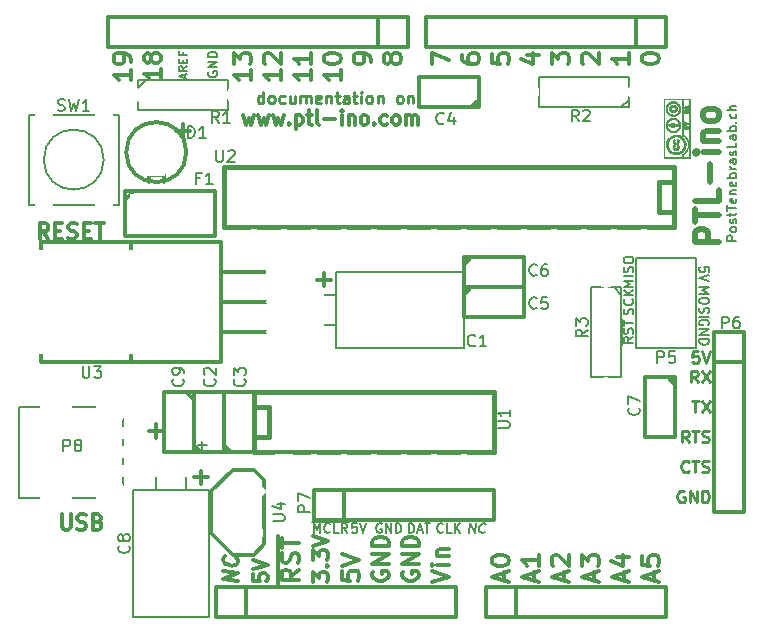
<source format=gto>
G04 #@! TF.FileFunction,Legend,Top*
%FSLAX46Y46*%
G04 Gerber Fmt 4.6, Leading zero omitted, Abs format (unit mm)*
G04 Created by KiCad (PCBNEW 4.0.2-stable) date 2016 March 27, Sunday 01:25:21*
%MOMM*%
G01*
G04 APERTURE LIST*
%ADD10C,0.150000*%
%ADD11C,0.250000*%
%ADD12C,0.300000*%
%ADD13C,0.200000*%
%ADD14C,0.500000*%
%ADD15C,0.175000*%
%ADD16C,0.304800*%
%ADD17C,0.203200*%
%ADD18C,0.127000*%
%ADD19C,0.381000*%
%ADD20C,0.002540*%
%ADD21C,0.000120*%
%ADD22C,1.100000*%
%ADD23O,2.600000X2.300000*%
%ADD24O,2.800000X2.600000*%
%ADD25C,1.588000*%
%ADD26R,1.588000X1.588000*%
%ADD27R,2.540000X1.750000*%
%ADD28O,2.540000X1.750000*%
%ADD29R,8.890000X8.890000*%
%ADD30C,1.397000*%
%ADD31R,1.397000X1.397000*%
%ADD32O,1.574800X2.286000*%
%ADD33R,1.574800X2.286000*%
%ADD34C,6.000000*%
%ADD35R,1.651000X1.651000*%
%ADD36C,1.651000*%
%ADD37R,1.780000X3.500000*%
G04 APERTURE END LIST*
D10*
D11*
X219890152Y-134310381D02*
X219890152Y-133310381D01*
X219890152Y-134262762D02*
X219794914Y-134310381D01*
X219604437Y-134310381D01*
X219509199Y-134262762D01*
X219461580Y-134215143D01*
X219413961Y-134119905D01*
X219413961Y-133834190D01*
X219461580Y-133738952D01*
X219509199Y-133691333D01*
X219604437Y-133643714D01*
X219794914Y-133643714D01*
X219890152Y-133691333D01*
X220509199Y-134310381D02*
X220413961Y-134262762D01*
X220366342Y-134215143D01*
X220318723Y-134119905D01*
X220318723Y-133834190D01*
X220366342Y-133738952D01*
X220413961Y-133691333D01*
X220509199Y-133643714D01*
X220652057Y-133643714D01*
X220747295Y-133691333D01*
X220794914Y-133738952D01*
X220842533Y-133834190D01*
X220842533Y-134119905D01*
X220794914Y-134215143D01*
X220747295Y-134262762D01*
X220652057Y-134310381D01*
X220509199Y-134310381D01*
X221699676Y-134262762D02*
X221604438Y-134310381D01*
X221413961Y-134310381D01*
X221318723Y-134262762D01*
X221271104Y-134215143D01*
X221223485Y-134119905D01*
X221223485Y-133834190D01*
X221271104Y-133738952D01*
X221318723Y-133691333D01*
X221413961Y-133643714D01*
X221604438Y-133643714D01*
X221699676Y-133691333D01*
X222556819Y-133643714D02*
X222556819Y-134310381D01*
X222128247Y-133643714D02*
X222128247Y-134167524D01*
X222175866Y-134262762D01*
X222271104Y-134310381D01*
X222413962Y-134310381D01*
X222509200Y-134262762D01*
X222556819Y-134215143D01*
X223033009Y-134310381D02*
X223033009Y-133643714D01*
X223033009Y-133738952D02*
X223080628Y-133691333D01*
X223175866Y-133643714D01*
X223318724Y-133643714D01*
X223413962Y-133691333D01*
X223461581Y-133786571D01*
X223461581Y-134310381D01*
X223461581Y-133786571D02*
X223509200Y-133691333D01*
X223604438Y-133643714D01*
X223747295Y-133643714D01*
X223842533Y-133691333D01*
X223890152Y-133786571D01*
X223890152Y-134310381D01*
X224747295Y-134262762D02*
X224652057Y-134310381D01*
X224461580Y-134310381D01*
X224366342Y-134262762D01*
X224318723Y-134167524D01*
X224318723Y-133786571D01*
X224366342Y-133691333D01*
X224461580Y-133643714D01*
X224652057Y-133643714D01*
X224747295Y-133691333D01*
X224794914Y-133786571D01*
X224794914Y-133881810D01*
X224318723Y-133977048D01*
X225223485Y-133643714D02*
X225223485Y-134310381D01*
X225223485Y-133738952D02*
X225271104Y-133691333D01*
X225366342Y-133643714D01*
X225509200Y-133643714D01*
X225604438Y-133691333D01*
X225652057Y-133786571D01*
X225652057Y-134310381D01*
X225985390Y-133643714D02*
X226366342Y-133643714D01*
X226128247Y-133310381D02*
X226128247Y-134167524D01*
X226175866Y-134262762D01*
X226271104Y-134310381D01*
X226366342Y-134310381D01*
X227128248Y-134310381D02*
X227128248Y-133786571D01*
X227080629Y-133691333D01*
X226985391Y-133643714D01*
X226794914Y-133643714D01*
X226699676Y-133691333D01*
X227128248Y-134262762D02*
X227033010Y-134310381D01*
X226794914Y-134310381D01*
X226699676Y-134262762D01*
X226652057Y-134167524D01*
X226652057Y-134072286D01*
X226699676Y-133977048D01*
X226794914Y-133929429D01*
X227033010Y-133929429D01*
X227128248Y-133881810D01*
X227461581Y-133643714D02*
X227842533Y-133643714D01*
X227604438Y-133310381D02*
X227604438Y-134167524D01*
X227652057Y-134262762D01*
X227747295Y-134310381D01*
X227842533Y-134310381D01*
X228175867Y-134310381D02*
X228175867Y-133643714D01*
X228175867Y-133310381D02*
X228128248Y-133358000D01*
X228175867Y-133405619D01*
X228223486Y-133358000D01*
X228175867Y-133310381D01*
X228175867Y-133405619D01*
X228794914Y-134310381D02*
X228699676Y-134262762D01*
X228652057Y-134215143D01*
X228604438Y-134119905D01*
X228604438Y-133834190D01*
X228652057Y-133738952D01*
X228699676Y-133691333D01*
X228794914Y-133643714D01*
X228937772Y-133643714D01*
X229033010Y-133691333D01*
X229080629Y-133738952D01*
X229128248Y-133834190D01*
X229128248Y-134119905D01*
X229080629Y-134215143D01*
X229033010Y-134262762D01*
X228937772Y-134310381D01*
X228794914Y-134310381D01*
X229556819Y-133643714D02*
X229556819Y-134310381D01*
X229556819Y-133738952D02*
X229604438Y-133691333D01*
X229699676Y-133643714D01*
X229842534Y-133643714D01*
X229937772Y-133691333D01*
X229985391Y-133786571D01*
X229985391Y-134310381D01*
X231366343Y-134310381D02*
X231271105Y-134262762D01*
X231223486Y-134215143D01*
X231175867Y-134119905D01*
X231175867Y-133834190D01*
X231223486Y-133738952D01*
X231271105Y-133691333D01*
X231366343Y-133643714D01*
X231509201Y-133643714D01*
X231604439Y-133691333D01*
X231652058Y-133738952D01*
X231699677Y-133834190D01*
X231699677Y-134119905D01*
X231652058Y-134215143D01*
X231604439Y-134262762D01*
X231509201Y-134310381D01*
X231366343Y-134310381D01*
X232128248Y-133643714D02*
X232128248Y-134310381D01*
X232128248Y-133738952D02*
X232175867Y-133691333D01*
X232271105Y-133643714D01*
X232413963Y-133643714D01*
X232509201Y-133691333D01*
X232556820Y-133786571D01*
X232556820Y-134310381D01*
D12*
X218196458Y-135302657D02*
X218425029Y-136102657D01*
X218653600Y-135531229D01*
X218882172Y-136102657D01*
X219110743Y-135302657D01*
X219453601Y-135302657D02*
X219682172Y-136102657D01*
X219910743Y-135531229D01*
X220139315Y-136102657D01*
X220367886Y-135302657D01*
X220710744Y-135302657D02*
X220939315Y-136102657D01*
X221167886Y-135531229D01*
X221396458Y-136102657D01*
X221625029Y-135302657D01*
X222082172Y-135988371D02*
X222139315Y-136045514D01*
X222082172Y-136102657D01*
X222025029Y-136045514D01*
X222082172Y-135988371D01*
X222082172Y-136102657D01*
X222653601Y-135302657D02*
X222653601Y-136502657D01*
X222653601Y-135359800D02*
X222767887Y-135302657D01*
X222996458Y-135302657D01*
X223110744Y-135359800D01*
X223167887Y-135416943D01*
X223225030Y-135531229D01*
X223225030Y-135874086D01*
X223167887Y-135988371D01*
X223110744Y-136045514D01*
X222996458Y-136102657D01*
X222767887Y-136102657D01*
X222653601Y-136045514D01*
X223567887Y-135302657D02*
X224025030Y-135302657D01*
X223739315Y-134902657D02*
X223739315Y-135931229D01*
X223796458Y-136045514D01*
X223910744Y-136102657D01*
X224025030Y-136102657D01*
X224596458Y-136102657D02*
X224482172Y-136045514D01*
X224425029Y-135931229D01*
X224425029Y-134902657D01*
X225053600Y-135645514D02*
X225967886Y-135645514D01*
X226539314Y-136102657D02*
X226539314Y-135302657D01*
X226539314Y-134902657D02*
X226482171Y-134959800D01*
X226539314Y-135016943D01*
X226596457Y-134959800D01*
X226539314Y-134902657D01*
X226539314Y-135016943D01*
X227110743Y-135302657D02*
X227110743Y-136102657D01*
X227110743Y-135416943D02*
X227167886Y-135359800D01*
X227282172Y-135302657D01*
X227453600Y-135302657D01*
X227567886Y-135359800D01*
X227625029Y-135474086D01*
X227625029Y-136102657D01*
X228367886Y-136102657D02*
X228253600Y-136045514D01*
X228196457Y-135988371D01*
X228139314Y-135874086D01*
X228139314Y-135531229D01*
X228196457Y-135416943D01*
X228253600Y-135359800D01*
X228367886Y-135302657D01*
X228539314Y-135302657D01*
X228653600Y-135359800D01*
X228710743Y-135416943D01*
X228767886Y-135531229D01*
X228767886Y-135874086D01*
X228710743Y-135988371D01*
X228653600Y-136045514D01*
X228539314Y-136102657D01*
X228367886Y-136102657D01*
X229282171Y-135988371D02*
X229339314Y-136045514D01*
X229282171Y-136102657D01*
X229225028Y-136045514D01*
X229282171Y-135988371D01*
X229282171Y-136102657D01*
X230367886Y-136045514D02*
X230253600Y-136102657D01*
X230025029Y-136102657D01*
X229910743Y-136045514D01*
X229853600Y-135988371D01*
X229796457Y-135874086D01*
X229796457Y-135531229D01*
X229853600Y-135416943D01*
X229910743Y-135359800D01*
X230025029Y-135302657D01*
X230253600Y-135302657D01*
X230367886Y-135359800D01*
X231053600Y-136102657D02*
X230939314Y-136045514D01*
X230882171Y-135988371D01*
X230825028Y-135874086D01*
X230825028Y-135531229D01*
X230882171Y-135416943D01*
X230939314Y-135359800D01*
X231053600Y-135302657D01*
X231225028Y-135302657D01*
X231339314Y-135359800D01*
X231396457Y-135416943D01*
X231453600Y-135531229D01*
X231453600Y-135874086D01*
X231396457Y-135988371D01*
X231339314Y-136045514D01*
X231225028Y-136102657D01*
X231053600Y-136102657D01*
X231967885Y-136102657D02*
X231967885Y-135302657D01*
X231967885Y-135416943D02*
X232025028Y-135359800D01*
X232139314Y-135302657D01*
X232310742Y-135302657D01*
X232425028Y-135359800D01*
X232482171Y-135474086D01*
X232482171Y-136102657D01*
X232482171Y-135474086D02*
X232539314Y-135359800D01*
X232653600Y-135302657D01*
X232825028Y-135302657D01*
X232939314Y-135359800D01*
X232996457Y-135474086D01*
X232996457Y-136102657D01*
X210248572Y-162032143D02*
X211391429Y-162032143D01*
X210820000Y-162603571D02*
X210820000Y-161460714D01*
X202829524Y-169087095D02*
X202829524Y-170139476D01*
X202891429Y-170263286D01*
X202953333Y-170325190D01*
X203077143Y-170387095D01*
X203324762Y-170387095D01*
X203448571Y-170325190D01*
X203510476Y-170263286D01*
X203572381Y-170139476D01*
X203572381Y-169087095D01*
X204129524Y-170325190D02*
X204315238Y-170387095D01*
X204624762Y-170387095D01*
X204748572Y-170325190D01*
X204810476Y-170263286D01*
X204872381Y-170139476D01*
X204872381Y-170015667D01*
X204810476Y-169891857D01*
X204748572Y-169829952D01*
X204624762Y-169768048D01*
X204377143Y-169706143D01*
X204253334Y-169644238D01*
X204191429Y-169582333D01*
X204129524Y-169458524D01*
X204129524Y-169334714D01*
X204191429Y-169210905D01*
X204253334Y-169149000D01*
X204377143Y-169087095D01*
X204686667Y-169087095D01*
X204872381Y-169149000D01*
X205862857Y-169706143D02*
X206048571Y-169768048D01*
X206110476Y-169829952D01*
X206172381Y-169953762D01*
X206172381Y-170139476D01*
X206110476Y-170263286D01*
X206048571Y-170325190D01*
X205924762Y-170387095D01*
X205429524Y-170387095D01*
X205429524Y-169087095D01*
X205862857Y-169087095D01*
X205986667Y-169149000D01*
X206048571Y-169210905D01*
X206110476Y-169334714D01*
X206110476Y-169458524D01*
X206048571Y-169582333D01*
X205986667Y-169644238D01*
X205862857Y-169706143D01*
X205429524Y-169706143D01*
X201692906Y-145749095D02*
X201259573Y-145130048D01*
X200950049Y-145749095D02*
X200950049Y-144449095D01*
X201445287Y-144449095D01*
X201569096Y-144511000D01*
X201631001Y-144572905D01*
X201692906Y-144696714D01*
X201692906Y-144882429D01*
X201631001Y-145006238D01*
X201569096Y-145068143D01*
X201445287Y-145130048D01*
X200950049Y-145130048D01*
X202250049Y-145068143D02*
X202683382Y-145068143D01*
X202869096Y-145749095D02*
X202250049Y-145749095D01*
X202250049Y-144449095D01*
X202869096Y-144449095D01*
X203364334Y-145687190D02*
X203550048Y-145749095D01*
X203859572Y-145749095D01*
X203983382Y-145687190D01*
X204045286Y-145625286D01*
X204107191Y-145501476D01*
X204107191Y-145377667D01*
X204045286Y-145253857D01*
X203983382Y-145191952D01*
X203859572Y-145130048D01*
X203611953Y-145068143D01*
X203488144Y-145006238D01*
X203426239Y-144944333D01*
X203364334Y-144820524D01*
X203364334Y-144696714D01*
X203426239Y-144572905D01*
X203488144Y-144511000D01*
X203611953Y-144449095D01*
X203921477Y-144449095D01*
X204107191Y-144511000D01*
X204664334Y-145068143D02*
X205097667Y-145068143D01*
X205283381Y-145749095D02*
X204664334Y-145749095D01*
X204664334Y-144449095D01*
X205283381Y-144449095D01*
X205654810Y-144449095D02*
X206397667Y-144449095D01*
X206026238Y-145749095D02*
X206026238Y-144449095D01*
X212534572Y-136632143D02*
X213677429Y-136632143D01*
X213106000Y-137203571D02*
X213106000Y-136060714D01*
X231710000Y-173939333D02*
X231643333Y-174072667D01*
X231643333Y-174272667D01*
X231710000Y-174472667D01*
X231843333Y-174606000D01*
X231976667Y-174672667D01*
X232243333Y-174739333D01*
X232443333Y-174739333D01*
X232710000Y-174672667D01*
X232843333Y-174606000D01*
X232976667Y-174472667D01*
X233043333Y-174272667D01*
X233043333Y-174139333D01*
X232976667Y-173939333D01*
X232910000Y-173872667D01*
X232443333Y-173872667D01*
X232443333Y-174139333D01*
X233043333Y-173272667D02*
X231643333Y-173272667D01*
X233043333Y-172472667D01*
X231643333Y-172472667D01*
X233043333Y-171806000D02*
X231643333Y-171806000D01*
X231643333Y-171472666D01*
X231710000Y-171272666D01*
X231843333Y-171139333D01*
X231976667Y-171072666D01*
X232243333Y-171006000D01*
X232443333Y-171006000D01*
X232710000Y-171072666D01*
X232843333Y-171139333D01*
X232976667Y-171272666D01*
X233043333Y-171472666D01*
X233043333Y-171806000D01*
D13*
X237324191Y-170668905D02*
X237424191Y-169868905D01*
X237781334Y-170668905D01*
X237881334Y-169868905D01*
X238628953Y-170592714D02*
X238586096Y-170630810D01*
X238467048Y-170668905D01*
X238390858Y-170668905D01*
X238281334Y-170630810D01*
X238214667Y-170554619D01*
X238186095Y-170478429D01*
X238167048Y-170326048D01*
X238181334Y-170211762D01*
X238238476Y-170059381D01*
X238286095Y-169983190D01*
X238371810Y-169907000D01*
X238490858Y-169868905D01*
X238567048Y-169868905D01*
X238676572Y-169907000D01*
X238709905Y-169945095D01*
X224161524Y-170668905D02*
X224161524Y-169868905D01*
X224428191Y-170440333D01*
X224694858Y-169868905D01*
X224694858Y-170668905D01*
X225532953Y-170592714D02*
X225494858Y-170630810D01*
X225380572Y-170668905D01*
X225304382Y-170668905D01*
X225190096Y-170630810D01*
X225113905Y-170554619D01*
X225075810Y-170478429D01*
X225037715Y-170326048D01*
X225037715Y-170211762D01*
X225075810Y-170059381D01*
X225113905Y-169983190D01*
X225190096Y-169907000D01*
X225304382Y-169868905D01*
X225380572Y-169868905D01*
X225494858Y-169907000D01*
X225532953Y-169945095D01*
X226256763Y-170668905D02*
X225875810Y-170668905D01*
X225875810Y-169868905D01*
X226980572Y-170668905D02*
X226713905Y-170287952D01*
X226523429Y-170668905D02*
X226523429Y-169868905D01*
X226828191Y-169868905D01*
X226904382Y-169907000D01*
X226942477Y-169945095D01*
X226980572Y-170021286D01*
X226980572Y-170135571D01*
X226942477Y-170211762D01*
X226904382Y-170249857D01*
X226828191Y-170287952D01*
X226523429Y-170287952D01*
X223971048Y-169731000D02*
X227132953Y-169731000D01*
X227812620Y-169868905D02*
X227431667Y-169868905D01*
X227393572Y-170249857D01*
X227431667Y-170211762D01*
X227507858Y-170173667D01*
X227698334Y-170173667D01*
X227774524Y-170211762D01*
X227812620Y-170249857D01*
X227850715Y-170326048D01*
X227850715Y-170516524D01*
X227812620Y-170592714D01*
X227774524Y-170630810D01*
X227698334Y-170668905D01*
X227507858Y-170668905D01*
X227431667Y-170630810D01*
X227393572Y-170592714D01*
X228079286Y-169868905D02*
X228345953Y-170668905D01*
X228612620Y-169868905D01*
X235108810Y-170592714D02*
X235070715Y-170630810D01*
X234956429Y-170668905D01*
X234880239Y-170668905D01*
X234765953Y-170630810D01*
X234689762Y-170554619D01*
X234651667Y-170478429D01*
X234613572Y-170326048D01*
X234613572Y-170211762D01*
X234651667Y-170059381D01*
X234689762Y-169983190D01*
X234765953Y-169907000D01*
X234880239Y-169868905D01*
X234956429Y-169868905D01*
X235070715Y-169907000D01*
X235108810Y-169945095D01*
X235832620Y-170668905D02*
X235451667Y-170668905D01*
X235451667Y-169868905D01*
X236099286Y-170668905D02*
X236099286Y-169868905D01*
X236556429Y-170668905D02*
X236213572Y-170211762D01*
X236556429Y-169868905D02*
X236099286Y-170326048D01*
X232187857Y-170668905D02*
X232187857Y-169868905D01*
X232378333Y-169868905D01*
X232492619Y-169907000D01*
X232568810Y-169983190D01*
X232606905Y-170059381D01*
X232645000Y-170211762D01*
X232645000Y-170326048D01*
X232606905Y-170478429D01*
X232568810Y-170554619D01*
X232492619Y-170630810D01*
X232378333Y-170668905D01*
X232187857Y-170668905D01*
X232949762Y-170440333D02*
X233330714Y-170440333D01*
X232873571Y-170668905D02*
X233140238Y-169868905D01*
X233406905Y-170668905D01*
X233559285Y-169868905D02*
X234016428Y-169868905D01*
X233787857Y-170668905D02*
X233787857Y-169868905D01*
X229895477Y-169907000D02*
X229819286Y-169868905D01*
X229705001Y-169868905D01*
X229590715Y-169907000D01*
X229514524Y-169983190D01*
X229476429Y-170059381D01*
X229438334Y-170211762D01*
X229438334Y-170326048D01*
X229476429Y-170478429D01*
X229514524Y-170554619D01*
X229590715Y-170630810D01*
X229705001Y-170668905D01*
X229781191Y-170668905D01*
X229895477Y-170630810D01*
X229933572Y-170592714D01*
X229933572Y-170326048D01*
X229781191Y-170326048D01*
X230276429Y-170668905D02*
X230276429Y-169868905D01*
X230733572Y-170668905D01*
X230733572Y-169868905D01*
X231114524Y-170668905D02*
X231114524Y-169868905D01*
X231305000Y-169868905D01*
X231419286Y-169907000D01*
X231495477Y-169983190D01*
X231533572Y-170059381D01*
X231571667Y-170211762D01*
X231571667Y-170326048D01*
X231533572Y-170478429D01*
X231495477Y-170554619D01*
X231419286Y-170630810D01*
X231305000Y-170668905D01*
X231114524Y-170668905D01*
X251186905Y-154108095D02*
X250805952Y-154374762D01*
X251186905Y-154565238D02*
X250386905Y-154565238D01*
X250386905Y-154260476D01*
X250425000Y-154184285D01*
X250463095Y-154146190D01*
X250539286Y-154108095D01*
X250653571Y-154108095D01*
X250729762Y-154146190D01*
X250767857Y-154184285D01*
X250805952Y-154260476D01*
X250805952Y-154565238D01*
X251148810Y-153803333D02*
X251186905Y-153689047D01*
X251186905Y-153498571D01*
X251148810Y-153422381D01*
X251110714Y-153384285D01*
X251034524Y-153346190D01*
X250958333Y-153346190D01*
X250882143Y-153384285D01*
X250844048Y-153422381D01*
X250805952Y-153498571D01*
X250767857Y-153650952D01*
X250729762Y-153727143D01*
X250691667Y-153765238D01*
X250615476Y-153803333D01*
X250539286Y-153803333D01*
X250463095Y-153765238D01*
X250425000Y-153727143D01*
X250386905Y-153650952D01*
X250386905Y-153460476D01*
X250425000Y-153346190D01*
X250386905Y-153117619D02*
X250386905Y-152660476D01*
X251186905Y-152889047D02*
X250386905Y-152889047D01*
X250249000Y-154755714D02*
X250249000Y-152584285D01*
X251148810Y-152158571D02*
X251186905Y-152044285D01*
X251186905Y-151853809D01*
X251148810Y-151777619D01*
X251110714Y-151739523D01*
X251034524Y-151701428D01*
X250958333Y-151701428D01*
X250882143Y-151739523D01*
X250844048Y-151777619D01*
X250805952Y-151853809D01*
X250767857Y-152006190D01*
X250729762Y-152082381D01*
X250691667Y-152120476D01*
X250615476Y-152158571D01*
X250539286Y-152158571D01*
X250463095Y-152120476D01*
X250425000Y-152082381D01*
X250386905Y-152006190D01*
X250386905Y-151815714D01*
X250425000Y-151701428D01*
X251110714Y-150901428D02*
X251148810Y-150939523D01*
X251186905Y-151053809D01*
X251186905Y-151129999D01*
X251148810Y-151244285D01*
X251072619Y-151320476D01*
X250996429Y-151358571D01*
X250844048Y-151396666D01*
X250729762Y-151396666D01*
X250577381Y-151358571D01*
X250501190Y-151320476D01*
X250425000Y-151244285D01*
X250386905Y-151129999D01*
X250386905Y-151053809D01*
X250425000Y-150939523D01*
X250463095Y-150901428D01*
X251186905Y-150558571D02*
X250386905Y-150558571D01*
X251186905Y-150101428D02*
X250729762Y-150444285D01*
X250386905Y-150101428D02*
X250844048Y-150558571D01*
X251186905Y-149847143D02*
X250386905Y-149847143D01*
X250958333Y-149580476D01*
X250386905Y-149313809D01*
X251186905Y-149313809D01*
X251186905Y-148932857D02*
X250386905Y-148932857D01*
X251148810Y-148590000D02*
X251186905Y-148475714D01*
X251186905Y-148285238D01*
X251148810Y-148209048D01*
X251110714Y-148170952D01*
X251034524Y-148132857D01*
X250958333Y-148132857D01*
X250882143Y-148170952D01*
X250844048Y-148209048D01*
X250805952Y-148285238D01*
X250767857Y-148437619D01*
X250729762Y-148513810D01*
X250691667Y-148551905D01*
X250615476Y-148590000D01*
X250539286Y-148590000D01*
X250463095Y-148551905D01*
X250425000Y-148513810D01*
X250386905Y-148437619D01*
X250386905Y-148247143D01*
X250425000Y-148132857D01*
X250386905Y-147637619D02*
X250386905Y-147485238D01*
X250425000Y-147409047D01*
X250501190Y-147332857D01*
X250653571Y-147294762D01*
X250920238Y-147294762D01*
X251072619Y-147332857D01*
X251148810Y-147409047D01*
X251186905Y-147485238D01*
X251186905Y-147637619D01*
X251148810Y-147713809D01*
X251072619Y-147790000D01*
X250920238Y-147828095D01*
X250653571Y-147828095D01*
X250501190Y-147790000D01*
X250425000Y-147713809D01*
X250386905Y-147637619D01*
X259949905Y-145922287D02*
X259149905Y-145922287D01*
X259149905Y-145617525D01*
X259188000Y-145541334D01*
X259226095Y-145503239D01*
X259302286Y-145465144D01*
X259416571Y-145465144D01*
X259492762Y-145503239D01*
X259530857Y-145541334D01*
X259568952Y-145617525D01*
X259568952Y-145922287D01*
X259949905Y-145008001D02*
X259911810Y-145084192D01*
X259873714Y-145122287D01*
X259797524Y-145160382D01*
X259568952Y-145160382D01*
X259492762Y-145122287D01*
X259454667Y-145084192D01*
X259416571Y-145008001D01*
X259416571Y-144893715D01*
X259454667Y-144817525D01*
X259492762Y-144779430D01*
X259568952Y-144741334D01*
X259797524Y-144741334D01*
X259873714Y-144779430D01*
X259911810Y-144817525D01*
X259949905Y-144893715D01*
X259949905Y-145008001D01*
X259911810Y-144436572D02*
X259949905Y-144360382D01*
X259949905Y-144208001D01*
X259911810Y-144131810D01*
X259835619Y-144093715D01*
X259797524Y-144093715D01*
X259721333Y-144131810D01*
X259683238Y-144208001D01*
X259683238Y-144322286D01*
X259645143Y-144398477D01*
X259568952Y-144436572D01*
X259530857Y-144436572D01*
X259454667Y-144398477D01*
X259416571Y-144322286D01*
X259416571Y-144208001D01*
X259454667Y-144131810D01*
X259416571Y-143865144D02*
X259416571Y-143560382D01*
X259149905Y-143750858D02*
X259835619Y-143750858D01*
X259911810Y-143712763D01*
X259949905Y-143636572D01*
X259949905Y-143560382D01*
X259149905Y-143408001D02*
X259149905Y-142950858D01*
X259949905Y-143179429D02*
X259149905Y-143179429D01*
X259911810Y-142379429D02*
X259949905Y-142455619D01*
X259949905Y-142608000D01*
X259911810Y-142684191D01*
X259835619Y-142722286D01*
X259530857Y-142722286D01*
X259454667Y-142684191D01*
X259416571Y-142608000D01*
X259416571Y-142455619D01*
X259454667Y-142379429D01*
X259530857Y-142341334D01*
X259607048Y-142341334D01*
X259683238Y-142722286D01*
X259416571Y-141998477D02*
X259949905Y-141998477D01*
X259492762Y-141998477D02*
X259454667Y-141960382D01*
X259416571Y-141884191D01*
X259416571Y-141769905D01*
X259454667Y-141693715D01*
X259530857Y-141655620D01*
X259949905Y-141655620D01*
X259911810Y-140969905D02*
X259949905Y-141046095D01*
X259949905Y-141198476D01*
X259911810Y-141274667D01*
X259835619Y-141312762D01*
X259530857Y-141312762D01*
X259454667Y-141274667D01*
X259416571Y-141198476D01*
X259416571Y-141046095D01*
X259454667Y-140969905D01*
X259530857Y-140931810D01*
X259607048Y-140931810D01*
X259683238Y-141312762D01*
X259949905Y-140588953D02*
X259149905Y-140588953D01*
X259454667Y-140588953D02*
X259416571Y-140512762D01*
X259416571Y-140360381D01*
X259454667Y-140284191D01*
X259492762Y-140246096D01*
X259568952Y-140208000D01*
X259797524Y-140208000D01*
X259873714Y-140246096D01*
X259911810Y-140284191D01*
X259949905Y-140360381D01*
X259949905Y-140512762D01*
X259911810Y-140588953D01*
X259949905Y-139865143D02*
X259416571Y-139865143D01*
X259568952Y-139865143D02*
X259492762Y-139827048D01*
X259454667Y-139788952D01*
X259416571Y-139712762D01*
X259416571Y-139636571D01*
X259949905Y-139027048D02*
X259530857Y-139027048D01*
X259454667Y-139065143D01*
X259416571Y-139141333D01*
X259416571Y-139293714D01*
X259454667Y-139369905D01*
X259911810Y-139027048D02*
X259949905Y-139103238D01*
X259949905Y-139293714D01*
X259911810Y-139369905D01*
X259835619Y-139408000D01*
X259759429Y-139408000D01*
X259683238Y-139369905D01*
X259645143Y-139293714D01*
X259645143Y-139103238D01*
X259607048Y-139027048D01*
X259911810Y-138684190D02*
X259949905Y-138608000D01*
X259949905Y-138455619D01*
X259911810Y-138379428D01*
X259835619Y-138341333D01*
X259797524Y-138341333D01*
X259721333Y-138379428D01*
X259683238Y-138455619D01*
X259683238Y-138569904D01*
X259645143Y-138646095D01*
X259568952Y-138684190D01*
X259530857Y-138684190D01*
X259454667Y-138646095D01*
X259416571Y-138569904D01*
X259416571Y-138455619D01*
X259454667Y-138379428D01*
X259949905Y-137617523D02*
X259949905Y-137998476D01*
X259149905Y-137998476D01*
X259949905Y-137008000D02*
X259530857Y-137008000D01*
X259454667Y-137046095D01*
X259416571Y-137122285D01*
X259416571Y-137274666D01*
X259454667Y-137350857D01*
X259911810Y-137008000D02*
X259949905Y-137084190D01*
X259949905Y-137274666D01*
X259911810Y-137350857D01*
X259835619Y-137388952D01*
X259759429Y-137388952D01*
X259683238Y-137350857D01*
X259645143Y-137274666D01*
X259645143Y-137084190D01*
X259607048Y-137008000D01*
X259949905Y-136627047D02*
X259149905Y-136627047D01*
X259454667Y-136627047D02*
X259416571Y-136550856D01*
X259416571Y-136398475D01*
X259454667Y-136322285D01*
X259492762Y-136284190D01*
X259568952Y-136246094D01*
X259797524Y-136246094D01*
X259873714Y-136284190D01*
X259911810Y-136322285D01*
X259949905Y-136398475D01*
X259949905Y-136550856D01*
X259911810Y-136627047D01*
X259873714Y-135903237D02*
X259911810Y-135865142D01*
X259949905Y-135903237D01*
X259911810Y-135941332D01*
X259873714Y-135903237D01*
X259949905Y-135903237D01*
X259911810Y-135179428D02*
X259949905Y-135255618D01*
X259949905Y-135407999D01*
X259911810Y-135484190D01*
X259873714Y-135522285D01*
X259797524Y-135560380D01*
X259568952Y-135560380D01*
X259492762Y-135522285D01*
X259454667Y-135484190D01*
X259416571Y-135407999D01*
X259416571Y-135255618D01*
X259454667Y-135179428D01*
X259949905Y-134836571D02*
X259149905Y-134836571D01*
X259949905Y-134493714D02*
X259530857Y-134493714D01*
X259454667Y-134531809D01*
X259416571Y-134607999D01*
X259416571Y-134722285D01*
X259454667Y-134798476D01*
X259492762Y-134836571D01*
X257575000Y-153060477D02*
X257613095Y-152984286D01*
X257613095Y-152870001D01*
X257575000Y-152755715D01*
X257498810Y-152679524D01*
X257422619Y-152641429D01*
X257270238Y-152603334D01*
X257155952Y-152603334D01*
X257003571Y-152641429D01*
X256927381Y-152679524D01*
X256851190Y-152755715D01*
X256813095Y-152870001D01*
X256813095Y-152946191D01*
X256851190Y-153060477D01*
X256889286Y-153098572D01*
X257155952Y-153098572D01*
X257155952Y-152946191D01*
X256813095Y-153441429D02*
X257613095Y-153441429D01*
X256813095Y-153898572D01*
X257613095Y-153898572D01*
X256813095Y-154279524D02*
X257613095Y-154279524D01*
X257613095Y-154470000D01*
X257575000Y-154584286D01*
X257498810Y-154660477D01*
X257422619Y-154698572D01*
X257270238Y-154736667D01*
X257155952Y-154736667D01*
X257003571Y-154698572D01*
X256927381Y-154660477D01*
X256851190Y-154584286D01*
X256813095Y-154470000D01*
X256813095Y-154279524D01*
X256813095Y-149872857D02*
X257613095Y-149872857D01*
X257041667Y-150139524D01*
X257613095Y-150406191D01*
X256813095Y-150406191D01*
X257613095Y-150939524D02*
X257613095Y-151091905D01*
X257575000Y-151168096D01*
X257498810Y-151244286D01*
X257346429Y-151282381D01*
X257079762Y-151282381D01*
X256927381Y-151244286D01*
X256851190Y-151168096D01*
X256813095Y-151091905D01*
X256813095Y-150939524D01*
X256851190Y-150863334D01*
X256927381Y-150787143D01*
X257079762Y-150749048D01*
X257346429Y-150749048D01*
X257498810Y-150787143D01*
X257575000Y-150863334D01*
X257613095Y-150939524D01*
X256851190Y-151587143D02*
X256813095Y-151701429D01*
X256813095Y-151891905D01*
X256851190Y-151968095D01*
X256889286Y-152006191D01*
X256965476Y-152044286D01*
X257041667Y-152044286D01*
X257117857Y-152006191D01*
X257155952Y-151968095D01*
X257194048Y-151891905D01*
X257232143Y-151739524D01*
X257270238Y-151663333D01*
X257308333Y-151625238D01*
X257384524Y-151587143D01*
X257460714Y-151587143D01*
X257536905Y-151625238D01*
X257575000Y-151663333D01*
X257613095Y-151739524D01*
X257613095Y-151930000D01*
X257575000Y-152044286D01*
X256813095Y-152387143D02*
X257613095Y-152387143D01*
X257613095Y-148564620D02*
X257613095Y-148183667D01*
X257232143Y-148145572D01*
X257270238Y-148183667D01*
X257308333Y-148259858D01*
X257308333Y-148450334D01*
X257270238Y-148526524D01*
X257232143Y-148564620D01*
X257155952Y-148602715D01*
X256965476Y-148602715D01*
X256889286Y-148564620D01*
X256851190Y-148526524D01*
X256813095Y-148450334D01*
X256813095Y-148259858D01*
X256851190Y-148183667D01*
X256889286Y-148145572D01*
X257613095Y-148831286D02*
X256813095Y-149097953D01*
X257613095Y-149364620D01*
D11*
X255524286Y-167140000D02*
X255429048Y-167092381D01*
X255286191Y-167092381D01*
X255143333Y-167140000D01*
X255048095Y-167235238D01*
X255000476Y-167330476D01*
X254952857Y-167520952D01*
X254952857Y-167663810D01*
X255000476Y-167854286D01*
X255048095Y-167949524D01*
X255143333Y-168044762D01*
X255286191Y-168092381D01*
X255381429Y-168092381D01*
X255524286Y-168044762D01*
X255571905Y-167997143D01*
X255571905Y-167663810D01*
X255381429Y-167663810D01*
X256000476Y-168092381D02*
X256000476Y-167092381D01*
X256571905Y-168092381D01*
X256571905Y-167092381D01*
X257048095Y-168092381D02*
X257048095Y-167092381D01*
X257286190Y-167092381D01*
X257429048Y-167140000D01*
X257524286Y-167235238D01*
X257571905Y-167330476D01*
X257619524Y-167520952D01*
X257619524Y-167663810D01*
X257571905Y-167854286D01*
X257524286Y-167949524D01*
X257429048Y-168044762D01*
X257286190Y-168092381D01*
X257048095Y-168092381D01*
X255905238Y-165457143D02*
X255857619Y-165504762D01*
X255714762Y-165552381D01*
X255619524Y-165552381D01*
X255476666Y-165504762D01*
X255381428Y-165409524D01*
X255333809Y-165314286D01*
X255286190Y-165123810D01*
X255286190Y-164980952D01*
X255333809Y-164790476D01*
X255381428Y-164695238D01*
X255476666Y-164600000D01*
X255619524Y-164552381D01*
X255714762Y-164552381D01*
X255857619Y-164600000D01*
X255905238Y-164647619D01*
X256190952Y-164552381D02*
X256762381Y-164552381D01*
X256476666Y-165552381D02*
X256476666Y-164552381D01*
X257048095Y-165504762D02*
X257190952Y-165552381D01*
X257429048Y-165552381D01*
X257524286Y-165504762D01*
X257571905Y-165457143D01*
X257619524Y-165361905D01*
X257619524Y-165266667D01*
X257571905Y-165171429D01*
X257524286Y-165123810D01*
X257429048Y-165076190D01*
X257238571Y-165028571D01*
X257143333Y-164980952D01*
X257095714Y-164933333D01*
X257048095Y-164838095D01*
X257048095Y-164742857D01*
X257095714Y-164647619D01*
X257143333Y-164600000D01*
X257238571Y-164552381D01*
X257476667Y-164552381D01*
X257619524Y-164600000D01*
X255905238Y-163012381D02*
X255571904Y-162536190D01*
X255333809Y-163012381D02*
X255333809Y-162012381D01*
X255714762Y-162012381D01*
X255810000Y-162060000D01*
X255857619Y-162107619D01*
X255905238Y-162202857D01*
X255905238Y-162345714D01*
X255857619Y-162440952D01*
X255810000Y-162488571D01*
X255714762Y-162536190D01*
X255333809Y-162536190D01*
X256190952Y-162012381D02*
X256762381Y-162012381D01*
X256476666Y-163012381D02*
X256476666Y-162012381D01*
X257048095Y-162964762D02*
X257190952Y-163012381D01*
X257429048Y-163012381D01*
X257524286Y-162964762D01*
X257571905Y-162917143D01*
X257619524Y-162821905D01*
X257619524Y-162726667D01*
X257571905Y-162631429D01*
X257524286Y-162583810D01*
X257429048Y-162536190D01*
X257238571Y-162488571D01*
X257143333Y-162440952D01*
X257095714Y-162393333D01*
X257048095Y-162298095D01*
X257048095Y-162202857D01*
X257095714Y-162107619D01*
X257143333Y-162060000D01*
X257238571Y-162012381D01*
X257476667Y-162012381D01*
X257619524Y-162060000D01*
X256190952Y-159472381D02*
X256762381Y-159472381D01*
X256476666Y-160472381D02*
X256476666Y-159472381D01*
X257000476Y-159472381D02*
X257667143Y-160472381D01*
X257667143Y-159472381D02*
X257000476Y-160472381D01*
X256667143Y-157932381D02*
X256333809Y-157456190D01*
X256095714Y-157932381D02*
X256095714Y-156932381D01*
X256476667Y-156932381D01*
X256571905Y-156980000D01*
X256619524Y-157027619D01*
X256667143Y-157122857D01*
X256667143Y-157265714D01*
X256619524Y-157360952D01*
X256571905Y-157408571D01*
X256476667Y-157456190D01*
X256095714Y-157456190D01*
X257000476Y-156932381D02*
X257667143Y-157932381D01*
X257667143Y-156932381D02*
X257000476Y-157932381D01*
X256714762Y-155281381D02*
X256238571Y-155281381D01*
X256190952Y-155757571D01*
X256238571Y-155709952D01*
X256333809Y-155662333D01*
X256571905Y-155662333D01*
X256667143Y-155709952D01*
X256714762Y-155757571D01*
X256762381Y-155852810D01*
X256762381Y-156090905D01*
X256714762Y-156186143D01*
X256667143Y-156233762D01*
X256571905Y-156281381D01*
X256333809Y-156281381D01*
X256238571Y-156233762D01*
X256190952Y-156186143D01*
X257048095Y-155281381D02*
X257381428Y-156281381D01*
X257714762Y-155281381D01*
D14*
X258460762Y-146081048D02*
X256460762Y-146081048D01*
X256460762Y-145319143D01*
X256556000Y-145128667D01*
X256651238Y-145033428D01*
X256841714Y-144938190D01*
X257127429Y-144938190D01*
X257317905Y-145033428D01*
X257413143Y-145128667D01*
X257508381Y-145319143D01*
X257508381Y-146081048D01*
X256460762Y-144366762D02*
X256460762Y-143223905D01*
X258460762Y-143795333D02*
X256460762Y-143795333D01*
X258460762Y-141604857D02*
X258460762Y-142557238D01*
X256460762Y-142557238D01*
X257698857Y-140938190D02*
X257698857Y-139414380D01*
X258460762Y-138462000D02*
X257127429Y-138462000D01*
X256460762Y-138462000D02*
X256556000Y-138557238D01*
X256651238Y-138462000D01*
X256556000Y-138366761D01*
X256460762Y-138462000D01*
X256651238Y-138462000D01*
X257127429Y-137509619D02*
X258460762Y-137509619D01*
X257317905Y-137509619D02*
X257222667Y-137414380D01*
X257127429Y-137223904D01*
X257127429Y-136938190D01*
X257222667Y-136747714D01*
X257413143Y-136652476D01*
X258460762Y-136652476D01*
X258460762Y-135414380D02*
X258365524Y-135604856D01*
X258270286Y-135700095D01*
X258079810Y-135795333D01*
X257508381Y-135795333D01*
X257317905Y-135700095D01*
X257222667Y-135604856D01*
X257127429Y-135414380D01*
X257127429Y-135128666D01*
X257222667Y-134938190D01*
X257317905Y-134842952D01*
X257508381Y-134747714D01*
X258079810Y-134747714D01*
X258270286Y-134842952D01*
X258365524Y-134938190D01*
X258460762Y-135128666D01*
X258460762Y-135414380D01*
D12*
X217712857Y-174713143D02*
X216512857Y-174563143D01*
X217712857Y-174027428D01*
X216512857Y-173877428D01*
X217598571Y-172755999D02*
X217655714Y-172820285D01*
X217712857Y-172998857D01*
X217712857Y-173113143D01*
X217655714Y-173277428D01*
X217541429Y-173377429D01*
X217427143Y-173420286D01*
X217198571Y-173448857D01*
X217027143Y-173427429D01*
X216798571Y-173341714D01*
X216684286Y-173270286D01*
X216570000Y-173141714D01*
X216512857Y-172963143D01*
X216512857Y-172848857D01*
X216570000Y-172684571D01*
X216627143Y-172634571D01*
X219052857Y-174148857D02*
X219052857Y-174720286D01*
X219624286Y-174777429D01*
X219567143Y-174720286D01*
X219510000Y-174606000D01*
X219510000Y-174320286D01*
X219567143Y-174206000D01*
X219624286Y-174148857D01*
X219738571Y-174091714D01*
X220024286Y-174091714D01*
X220138571Y-174148857D01*
X220195714Y-174206000D01*
X220252857Y-174320286D01*
X220252857Y-174606000D01*
X220195714Y-174720286D01*
X220138571Y-174777429D01*
X219052857Y-173748857D02*
X220252857Y-173348857D01*
X219052857Y-172948857D01*
X222928571Y-173791714D02*
X222214286Y-174291714D01*
X222928571Y-174648857D02*
X221428571Y-174648857D01*
X221428571Y-174077429D01*
X221500000Y-173934571D01*
X221571429Y-173863143D01*
X221714286Y-173791714D01*
X221928571Y-173791714D01*
X222071429Y-173863143D01*
X222142857Y-173934571D01*
X222214286Y-174077429D01*
X222214286Y-174648857D01*
X222857143Y-173220286D02*
X222928571Y-173006000D01*
X222928571Y-172648857D01*
X222857143Y-172506000D01*
X222785714Y-172434571D01*
X222642857Y-172363143D01*
X222500000Y-172363143D01*
X222357143Y-172434571D01*
X222285714Y-172506000D01*
X222214286Y-172648857D01*
X222142857Y-172934571D01*
X222071429Y-173077429D01*
X222000000Y-173148857D01*
X221857143Y-173220286D01*
X221714286Y-173220286D01*
X221571429Y-173148857D01*
X221500000Y-173077429D01*
X221428571Y-172934571D01*
X221428571Y-172577429D01*
X221500000Y-172363143D01*
X221428571Y-171934572D02*
X221428571Y-171077429D01*
X222928571Y-171506000D02*
X221428571Y-171506000D01*
X221170000Y-175006000D02*
X221170000Y-170934572D01*
X224078095Y-174820286D02*
X224078095Y-174015524D01*
X224573333Y-174448857D01*
X224573333Y-174263143D01*
X224635238Y-174139333D01*
X224697143Y-174077429D01*
X224820952Y-174015524D01*
X225130476Y-174015524D01*
X225254286Y-174077429D01*
X225316190Y-174139333D01*
X225378095Y-174263143D01*
X225378095Y-174634571D01*
X225316190Y-174758381D01*
X225254286Y-174820286D01*
X225254286Y-173458381D02*
X225316190Y-173396476D01*
X225378095Y-173458381D01*
X225316190Y-173520286D01*
X225254286Y-173458381D01*
X225378095Y-173458381D01*
X224078095Y-172963143D02*
X224078095Y-172158381D01*
X224573333Y-172591714D01*
X224573333Y-172406000D01*
X224635238Y-172282190D01*
X224697143Y-172220286D01*
X224820952Y-172158381D01*
X225130476Y-172158381D01*
X225254286Y-172220286D01*
X225316190Y-172282190D01*
X225378095Y-172406000D01*
X225378095Y-172777428D01*
X225316190Y-172901238D01*
X225254286Y-172963143D01*
X224078095Y-171786952D02*
X225378095Y-171353619D01*
X224078095Y-170920286D01*
X226508571Y-173934571D02*
X226508571Y-174648857D01*
X227222857Y-174720286D01*
X227151429Y-174648857D01*
X227080000Y-174506000D01*
X227080000Y-174148857D01*
X227151429Y-174006000D01*
X227222857Y-173934571D01*
X227365714Y-173863143D01*
X227722857Y-173863143D01*
X227865714Y-173934571D01*
X227937143Y-174006000D01*
X228008571Y-174148857D01*
X228008571Y-174506000D01*
X227937143Y-174648857D01*
X227865714Y-174720286D01*
X226508571Y-173434572D02*
X228008571Y-172934572D01*
X226508571Y-172434572D01*
X229170000Y-173939333D02*
X229103333Y-174072667D01*
X229103333Y-174272667D01*
X229170000Y-174472667D01*
X229303333Y-174606000D01*
X229436667Y-174672667D01*
X229703333Y-174739333D01*
X229903333Y-174739333D01*
X230170000Y-174672667D01*
X230303333Y-174606000D01*
X230436667Y-174472667D01*
X230503333Y-174272667D01*
X230503333Y-174139333D01*
X230436667Y-173939333D01*
X230370000Y-173872667D01*
X229903333Y-173872667D01*
X229903333Y-174139333D01*
X230503333Y-173272667D02*
X229103333Y-173272667D01*
X230503333Y-172472667D01*
X229103333Y-172472667D01*
X230503333Y-171806000D02*
X229103333Y-171806000D01*
X229103333Y-171472666D01*
X229170000Y-171272666D01*
X229303333Y-171139333D01*
X229436667Y-171072666D01*
X229703333Y-171006000D01*
X229903333Y-171006000D01*
X230170000Y-171072666D01*
X230303333Y-171139333D01*
X230436667Y-171272666D01*
X230503333Y-171472666D01*
X230503333Y-171806000D01*
X234128571Y-174863143D02*
X235628571Y-174363143D01*
X234128571Y-173863143D01*
X235628571Y-173363143D02*
X234628571Y-173363143D01*
X234128571Y-173363143D02*
X234200000Y-173434572D01*
X234271429Y-173363143D01*
X234200000Y-173291715D01*
X234128571Y-173363143D01*
X234271429Y-173363143D01*
X234628571Y-172648857D02*
X235628571Y-172648857D01*
X234771429Y-172648857D02*
X234700000Y-172577429D01*
X234628571Y-172434571D01*
X234628571Y-172220286D01*
X234700000Y-172077429D01*
X234842857Y-172006000D01*
X235628571Y-172006000D01*
X240280000Y-174720286D02*
X240280000Y-174006000D01*
X240708571Y-174863143D02*
X239208571Y-174363143D01*
X240708571Y-173863143D01*
X239208571Y-173077429D02*
X239208571Y-172934572D01*
X239280000Y-172791715D01*
X239351429Y-172720286D01*
X239494286Y-172648857D01*
X239780000Y-172577429D01*
X240137143Y-172577429D01*
X240422857Y-172648857D01*
X240565714Y-172720286D01*
X240637143Y-172791715D01*
X240708571Y-172934572D01*
X240708571Y-173077429D01*
X240637143Y-173220286D01*
X240565714Y-173291715D01*
X240422857Y-173363143D01*
X240137143Y-173434572D01*
X239780000Y-173434572D01*
X239494286Y-173363143D01*
X239351429Y-173291715D01*
X239280000Y-173220286D01*
X239208571Y-173077429D01*
X242820000Y-174720286D02*
X242820000Y-174006000D01*
X243248571Y-174863143D02*
X241748571Y-174363143D01*
X243248571Y-173863143D01*
X243248571Y-172577429D02*
X243248571Y-173434572D01*
X243248571Y-173006000D02*
X241748571Y-173006000D01*
X241962857Y-173148857D01*
X242105714Y-173291715D01*
X242177143Y-173434572D01*
X245360000Y-174720286D02*
X245360000Y-174006000D01*
X245788571Y-174863143D02*
X244288571Y-174363143D01*
X245788571Y-173863143D01*
X244431429Y-173434572D02*
X244360000Y-173363143D01*
X244288571Y-173220286D01*
X244288571Y-172863143D01*
X244360000Y-172720286D01*
X244431429Y-172648857D01*
X244574286Y-172577429D01*
X244717143Y-172577429D01*
X244931429Y-172648857D01*
X245788571Y-173506000D01*
X245788571Y-172577429D01*
X247900000Y-174720286D02*
X247900000Y-174006000D01*
X248328571Y-174863143D02*
X246828571Y-174363143D01*
X248328571Y-173863143D01*
X246828571Y-173506000D02*
X246828571Y-172577429D01*
X247400000Y-173077429D01*
X247400000Y-172863143D01*
X247471429Y-172720286D01*
X247542857Y-172648857D01*
X247685714Y-172577429D01*
X248042857Y-172577429D01*
X248185714Y-172648857D01*
X248257143Y-172720286D01*
X248328571Y-172863143D01*
X248328571Y-173291715D01*
X248257143Y-173434572D01*
X248185714Y-173506000D01*
X250440000Y-174720286D02*
X250440000Y-174006000D01*
X250868571Y-174863143D02*
X249368571Y-174363143D01*
X250868571Y-173863143D01*
X249868571Y-172720286D02*
X250868571Y-172720286D01*
X249297143Y-173077429D02*
X250368571Y-173434572D01*
X250368571Y-172506000D01*
X252980000Y-174720286D02*
X252980000Y-174006000D01*
X253408571Y-174863143D02*
X251908571Y-174363143D01*
X253408571Y-173863143D01*
X251908571Y-172648857D02*
X251908571Y-173363143D01*
X252622857Y-173434572D01*
X252551429Y-173363143D01*
X252480000Y-173220286D01*
X252480000Y-172863143D01*
X252551429Y-172720286D01*
X252622857Y-172648857D01*
X252765714Y-172577429D01*
X253122857Y-172577429D01*
X253265714Y-172648857D01*
X253337143Y-172720286D01*
X253408571Y-172863143D01*
X253408571Y-173220286D01*
X253337143Y-173363143D01*
X253265714Y-173434572D01*
X208704571Y-131508285D02*
X208704571Y-132365428D01*
X208704571Y-131936856D02*
X207204571Y-131936856D01*
X207418857Y-132079713D01*
X207561714Y-132222571D01*
X207633143Y-132365428D01*
X208704571Y-130794000D02*
X208704571Y-130508285D01*
X208633143Y-130365428D01*
X208561714Y-130294000D01*
X208347429Y-130151142D01*
X208061714Y-130079714D01*
X207490286Y-130079714D01*
X207347429Y-130151142D01*
X207276000Y-130222571D01*
X207204571Y-130365428D01*
X207204571Y-130651142D01*
X207276000Y-130794000D01*
X207347429Y-130865428D01*
X207490286Y-130936857D01*
X207847429Y-130936857D01*
X207990286Y-130865428D01*
X208061714Y-130794000D01*
X208133143Y-130651142D01*
X208133143Y-130365428D01*
X208061714Y-130222571D01*
X207990286Y-130151142D01*
X207847429Y-130079714D01*
X211199333Y-131393999D02*
X211199333Y-132193999D01*
X211199333Y-131793999D02*
X209799333Y-131793999D01*
X209999333Y-131927333D01*
X210132667Y-132060666D01*
X210199333Y-132193999D01*
X210399333Y-130594000D02*
X210332667Y-130727333D01*
X210266000Y-130794000D01*
X210132667Y-130860666D01*
X210066000Y-130860666D01*
X209932667Y-130794000D01*
X209866000Y-130727333D01*
X209799333Y-130594000D01*
X209799333Y-130327333D01*
X209866000Y-130194000D01*
X209932667Y-130127333D01*
X210066000Y-130060666D01*
X210132667Y-130060666D01*
X210266000Y-130127333D01*
X210332667Y-130194000D01*
X210399333Y-130327333D01*
X210399333Y-130594000D01*
X210466000Y-130727333D01*
X210532667Y-130794000D01*
X210666000Y-130860666D01*
X210932667Y-130860666D01*
X211066000Y-130794000D01*
X211132667Y-130727333D01*
X211199333Y-130594000D01*
X211199333Y-130327333D01*
X211132667Y-130194000D01*
X211066000Y-130127333D01*
X210932667Y-130060666D01*
X210666000Y-130060666D01*
X210532667Y-130127333D01*
X210466000Y-130194000D01*
X210399333Y-130327333D01*
D15*
X213222667Y-132194000D02*
X213222667Y-131860666D01*
X213422667Y-132260666D02*
X212722667Y-132027333D01*
X213422667Y-131794000D01*
X213422667Y-131160666D02*
X213089333Y-131394000D01*
X213422667Y-131560666D02*
X212722667Y-131560666D01*
X212722667Y-131294000D01*
X212756000Y-131227333D01*
X212789333Y-131194000D01*
X212856000Y-131160666D01*
X212956000Y-131160666D01*
X213022667Y-131194000D01*
X213056000Y-131227333D01*
X213089333Y-131294000D01*
X213089333Y-131560666D01*
X213056000Y-130860666D02*
X213056000Y-130627333D01*
X213422667Y-130527333D02*
X213422667Y-130860666D01*
X212722667Y-130860666D01*
X212722667Y-130527333D01*
X213056000Y-129994000D02*
X213056000Y-130227333D01*
X213422667Y-130227333D02*
X212722667Y-130227333D01*
X212722667Y-129894000D01*
D13*
X215246000Y-131622571D02*
X215207905Y-131698762D01*
X215207905Y-131813047D01*
X215246000Y-131927333D01*
X215322190Y-132003524D01*
X215398381Y-132041619D01*
X215550762Y-132079714D01*
X215665048Y-132079714D01*
X215817429Y-132041619D01*
X215893619Y-132003524D01*
X215969810Y-131927333D01*
X216007905Y-131813047D01*
X216007905Y-131736857D01*
X215969810Y-131622571D01*
X215931714Y-131584476D01*
X215665048Y-131584476D01*
X215665048Y-131736857D01*
X216007905Y-131241619D02*
X215207905Y-131241619D01*
X216007905Y-130784476D01*
X215207905Y-130784476D01*
X216007905Y-130403524D02*
X215207905Y-130403524D01*
X215207905Y-130213048D01*
X215246000Y-130098762D01*
X215322190Y-130022571D01*
X215398381Y-129984476D01*
X215550762Y-129946381D01*
X215665048Y-129946381D01*
X215817429Y-129984476D01*
X215893619Y-130022571D01*
X215969810Y-130098762D01*
X216007905Y-130213048D01*
X216007905Y-130403524D01*
D12*
X218864571Y-131508285D02*
X218864571Y-132365428D01*
X218864571Y-131936856D02*
X217364571Y-131936856D01*
X217578857Y-132079713D01*
X217721714Y-132222571D01*
X217793143Y-132365428D01*
X217364571Y-131008285D02*
X217364571Y-130079714D01*
X217936000Y-130579714D01*
X217936000Y-130365428D01*
X218007429Y-130222571D01*
X218078857Y-130151142D01*
X218221714Y-130079714D01*
X218578857Y-130079714D01*
X218721714Y-130151142D01*
X218793143Y-130222571D01*
X218864571Y-130365428D01*
X218864571Y-130794000D01*
X218793143Y-130936857D01*
X218721714Y-131008285D01*
X221404571Y-131508285D02*
X221404571Y-132365428D01*
X221404571Y-131936856D02*
X219904571Y-131936856D01*
X220118857Y-132079713D01*
X220261714Y-132222571D01*
X220333143Y-132365428D01*
X220047429Y-130936857D02*
X219976000Y-130865428D01*
X219904571Y-130722571D01*
X219904571Y-130365428D01*
X219976000Y-130222571D01*
X220047429Y-130151142D01*
X220190286Y-130079714D01*
X220333143Y-130079714D01*
X220547429Y-130151142D01*
X221404571Y-131008285D01*
X221404571Y-130079714D01*
X223944571Y-131508285D02*
X223944571Y-132365428D01*
X223944571Y-131936856D02*
X222444571Y-131936856D01*
X222658857Y-132079713D01*
X222801714Y-132222571D01*
X222873143Y-132365428D01*
X223944571Y-130079714D02*
X223944571Y-130936857D01*
X223944571Y-130508285D02*
X222444571Y-130508285D01*
X222658857Y-130651142D01*
X222801714Y-130794000D01*
X222873143Y-130936857D01*
X226484571Y-131508285D02*
X226484571Y-132365428D01*
X226484571Y-131936856D02*
X224984571Y-131936856D01*
X225198857Y-132079713D01*
X225341714Y-132222571D01*
X225413143Y-132365428D01*
X224984571Y-130579714D02*
X224984571Y-130436857D01*
X225056000Y-130294000D01*
X225127429Y-130222571D01*
X225270286Y-130151142D01*
X225556000Y-130079714D01*
X225913143Y-130079714D01*
X226198857Y-130151142D01*
X226341714Y-130222571D01*
X226413143Y-130294000D01*
X226484571Y-130436857D01*
X226484571Y-130579714D01*
X226413143Y-130722571D01*
X226341714Y-130794000D01*
X226198857Y-130865428D01*
X225913143Y-130936857D01*
X225556000Y-130936857D01*
X225270286Y-130865428D01*
X225127429Y-130794000D01*
X225056000Y-130722571D01*
X224984571Y-130579714D01*
X229024571Y-130794000D02*
X229024571Y-130508285D01*
X228953143Y-130365428D01*
X228881714Y-130294000D01*
X228667429Y-130151142D01*
X228381714Y-130079714D01*
X227810286Y-130079714D01*
X227667429Y-130151142D01*
X227596000Y-130222571D01*
X227524571Y-130365428D01*
X227524571Y-130651142D01*
X227596000Y-130794000D01*
X227667429Y-130865428D01*
X227810286Y-130936857D01*
X228167429Y-130936857D01*
X228310286Y-130865428D01*
X228381714Y-130794000D01*
X228453143Y-130651142D01*
X228453143Y-130365428D01*
X228381714Y-130222571D01*
X228310286Y-130151142D01*
X228167429Y-130079714D01*
X230707429Y-130651142D02*
X230636000Y-130794000D01*
X230564571Y-130865428D01*
X230421714Y-130936857D01*
X230350286Y-130936857D01*
X230207429Y-130865428D01*
X230136000Y-130794000D01*
X230064571Y-130651142D01*
X230064571Y-130365428D01*
X230136000Y-130222571D01*
X230207429Y-130151142D01*
X230350286Y-130079714D01*
X230421714Y-130079714D01*
X230564571Y-130151142D01*
X230636000Y-130222571D01*
X230707429Y-130365428D01*
X230707429Y-130651142D01*
X230778857Y-130794000D01*
X230850286Y-130865428D01*
X230993143Y-130936857D01*
X231278857Y-130936857D01*
X231421714Y-130865428D01*
X231493143Y-130794000D01*
X231564571Y-130651142D01*
X231564571Y-130365428D01*
X231493143Y-130222571D01*
X231421714Y-130151142D01*
X231278857Y-130079714D01*
X230993143Y-130079714D01*
X230850286Y-130151142D01*
X230778857Y-130222571D01*
X230707429Y-130365428D01*
X234128571Y-131008285D02*
X234128571Y-130008285D01*
X235628571Y-130651142D01*
X236668571Y-130222571D02*
X236668571Y-130508285D01*
X236740000Y-130651142D01*
X236811429Y-130722571D01*
X237025714Y-130865428D01*
X237311429Y-130936857D01*
X237882857Y-130936857D01*
X238025714Y-130865428D01*
X238097143Y-130794000D01*
X238168571Y-130651142D01*
X238168571Y-130365428D01*
X238097143Y-130222571D01*
X238025714Y-130151142D01*
X237882857Y-130079714D01*
X237525714Y-130079714D01*
X237382857Y-130151142D01*
X237311429Y-130222571D01*
X237240000Y-130365428D01*
X237240000Y-130651142D01*
X237311429Y-130794000D01*
X237382857Y-130865428D01*
X237525714Y-130936857D01*
X239208571Y-130151142D02*
X239208571Y-130865428D01*
X239922857Y-130936857D01*
X239851429Y-130865428D01*
X239780000Y-130722571D01*
X239780000Y-130365428D01*
X239851429Y-130222571D01*
X239922857Y-130151142D01*
X240065714Y-130079714D01*
X240422857Y-130079714D01*
X240565714Y-130151142D01*
X240637143Y-130222571D01*
X240708571Y-130365428D01*
X240708571Y-130722571D01*
X240637143Y-130865428D01*
X240565714Y-130936857D01*
X242248571Y-130222571D02*
X243248571Y-130222571D01*
X241677143Y-130579714D02*
X242748571Y-130936857D01*
X242748571Y-130008285D01*
X244288571Y-131008285D02*
X244288571Y-130079714D01*
X244860000Y-130579714D01*
X244860000Y-130365428D01*
X244931429Y-130222571D01*
X245002857Y-130151142D01*
X245145714Y-130079714D01*
X245502857Y-130079714D01*
X245645714Y-130151142D01*
X245717143Y-130222571D01*
X245788571Y-130365428D01*
X245788571Y-130794000D01*
X245717143Y-130936857D01*
X245645714Y-131008285D01*
X246971429Y-130936857D02*
X246900000Y-130865428D01*
X246828571Y-130722571D01*
X246828571Y-130365428D01*
X246900000Y-130222571D01*
X246971429Y-130151142D01*
X247114286Y-130079714D01*
X247257143Y-130079714D01*
X247471429Y-130151142D01*
X248328571Y-131008285D01*
X248328571Y-130079714D01*
X250868571Y-130079714D02*
X250868571Y-130936857D01*
X250868571Y-130508285D02*
X249368571Y-130508285D01*
X249582857Y-130651142D01*
X249725714Y-130794000D01*
X249797143Y-130936857D01*
X251908571Y-130579714D02*
X251908571Y-130436857D01*
X251980000Y-130294000D01*
X252051429Y-130222571D01*
X252194286Y-130151142D01*
X252480000Y-130079714D01*
X252837143Y-130079714D01*
X253122857Y-130151142D01*
X253265714Y-130222571D01*
X253337143Y-130294000D01*
X253408571Y-130436857D01*
X253408571Y-130579714D01*
X253337143Y-130722571D01*
X253265714Y-130794000D01*
X253122857Y-130865428D01*
X252837143Y-130936857D01*
X252480000Y-130936857D01*
X252194286Y-130865428D01*
X252051429Y-130794000D01*
X251980000Y-130722571D01*
X251908571Y-130579714D01*
D10*
X199210000Y-159980000D02*
X208010000Y-159980000D01*
X199210000Y-159980000D02*
X199210000Y-167680000D01*
X199210000Y-167680000D02*
X208010000Y-167680000D01*
X208010000Y-167680000D02*
X208010000Y-159980000D01*
X209296000Y-132969000D02*
X209296000Y-134874000D01*
X209296000Y-134874000D02*
X216916000Y-134874000D01*
X216916000Y-134874000D02*
X216916000Y-132334000D01*
X216916000Y-132334000D02*
X209296000Y-132334000D01*
X209296000Y-132334000D02*
X209296000Y-132969000D01*
X208661000Y-133604000D02*
X209296000Y-133604000D01*
X216916000Y-133604000D02*
X217551000Y-133604000D01*
X209296000Y-132969000D02*
X209931000Y-132334000D01*
D16*
X213360000Y-138430000D02*
G75*
G03X213360000Y-138430000I-2540000J0D01*
G01*
X211455000Y-140970000D02*
X211455000Y-140335000D01*
X211455000Y-140335000D02*
X210185000Y-140335000D01*
X210185000Y-140335000D02*
X210185000Y-140970000D01*
X219973026Y-171604077D02*
X219973026Y-166215923D01*
X219973026Y-166215923D02*
X219075000Y-165317898D01*
X219075000Y-165317898D02*
X217278949Y-165317898D01*
X217278949Y-165317898D02*
X215482898Y-167113949D01*
X215482898Y-167113949D02*
X215482898Y-170706051D01*
X215482898Y-170706051D02*
X217278949Y-172502102D01*
X217278949Y-172502102D02*
X219075000Y-172502102D01*
X219075000Y-172502102D02*
X219973026Y-171604077D01*
X236905800Y-149860000D02*
X241935000Y-149860000D01*
X241935000Y-149860000D02*
X241935000Y-152400000D01*
X241935000Y-152400000D02*
X236855000Y-152400000D01*
X236855000Y-152400000D02*
X236855000Y-149860000D01*
X236855000Y-150495000D02*
X237490000Y-149860000D01*
D17*
X251474000Y-154990013D02*
X251474000Y-147370013D01*
X256554000Y-147370013D02*
X256554000Y-154990013D01*
X256554000Y-154990013D02*
X251474000Y-154990013D01*
X251474000Y-147370013D02*
X256554000Y-147370013D01*
D16*
X232156000Y-127000000D02*
X232156000Y-129540000D01*
X232156000Y-129540000D02*
X206756000Y-129540000D01*
X206756000Y-129540000D02*
X206756000Y-127000000D01*
X206756000Y-127000000D02*
X232156000Y-127000000D01*
X229616000Y-127000000D02*
X229616000Y-129540000D01*
X238760000Y-177800000D02*
X238760000Y-175260000D01*
X238760000Y-175260000D02*
X254000000Y-175260000D01*
X254000000Y-175260000D02*
X254000000Y-177800000D01*
X254000000Y-177800000D02*
X238760000Y-177800000D01*
X241300000Y-177800000D02*
X241300000Y-175260000D01*
X215900000Y-175260000D02*
X236220000Y-175260000D01*
X236220000Y-175260000D02*
X236220000Y-177800000D01*
X236220000Y-177800000D02*
X215900000Y-177800000D01*
X215900000Y-177800000D02*
X215900000Y-175260000D01*
X218440000Y-177800000D02*
X218440000Y-175260000D01*
X221361000Y-153670000D02*
X216281000Y-153670000D01*
X221361000Y-151130000D02*
X216281000Y-151130000D01*
X221361000Y-148590000D02*
X216281000Y-148590000D01*
X216281000Y-146050000D02*
X201041000Y-146050000D01*
X201041000Y-146050000D02*
X201041000Y-156210000D01*
X201041000Y-156210000D02*
X216281000Y-156210000D01*
X216281000Y-156210000D02*
X216281000Y-146050000D01*
X208661000Y-147320000D02*
X208661000Y-156210000D01*
X208661000Y-147320000D02*
X208661000Y-146050000D01*
X213995000Y-163779200D02*
X213995000Y-158750000D01*
X213995000Y-158750000D02*
X216535000Y-158750000D01*
X216535000Y-158750000D02*
X216535000Y-163830000D01*
X216535000Y-163830000D02*
X213995000Y-163830000D01*
X214630000Y-163830000D02*
X213995000Y-163195000D01*
X216535000Y-163779200D02*
X216535000Y-158750000D01*
X216535000Y-158750000D02*
X219075000Y-158750000D01*
X219075000Y-158750000D02*
X219075000Y-163830000D01*
X219075000Y-163830000D02*
X216535000Y-163830000D01*
X217170000Y-163830000D02*
X216535000Y-163195000D01*
X238074200Y-134620000D02*
X233045000Y-134620000D01*
X233045000Y-134620000D02*
X233045000Y-132080000D01*
X233045000Y-132080000D02*
X238125000Y-132080000D01*
X238125000Y-132080000D02*
X238125000Y-134620000D01*
X238125000Y-133985000D02*
X237490000Y-134620000D01*
X236905800Y-147320000D02*
X241935000Y-147320000D01*
X241935000Y-147320000D02*
X241935000Y-149860000D01*
X241935000Y-149860000D02*
X236855000Y-149860000D01*
X236855000Y-149860000D02*
X236855000Y-147320000D01*
X236855000Y-147955000D02*
X237490000Y-147320000D01*
X254762000Y-157530800D02*
X254762000Y-162560000D01*
X254762000Y-162560000D02*
X252222000Y-162560000D01*
X252222000Y-162560000D02*
X252222000Y-157480000D01*
X252222000Y-157480000D02*
X254762000Y-157480000D01*
X254127000Y-157480000D02*
X254762000Y-158115000D01*
X213995000Y-158800800D02*
X213995000Y-163830000D01*
X213995000Y-163830000D02*
X211455000Y-163830000D01*
X211455000Y-163830000D02*
X211455000Y-158750000D01*
X211455000Y-158750000D02*
X213995000Y-158750000D01*
X213360000Y-158750000D02*
X213995000Y-159385000D01*
X254000000Y-129540000D02*
X233680000Y-129540000D01*
X233680000Y-129540000D02*
X233680000Y-127000000D01*
X233680000Y-127000000D02*
X254000000Y-127000000D01*
X254000000Y-127000000D02*
X254000000Y-129540000D01*
X251460000Y-127000000D02*
X251460000Y-129540000D01*
X258064000Y-153670000D02*
X260604000Y-153670000D01*
X260604000Y-153670000D02*
X260604000Y-168910000D01*
X260604000Y-168910000D02*
X258064000Y-168910000D01*
X258064000Y-168910000D02*
X258064000Y-153670000D01*
X258064000Y-156210000D02*
X260604000Y-156210000D01*
X224155000Y-169545000D02*
X224155000Y-167005000D01*
X224155000Y-167005000D02*
X239395000Y-167005000D01*
X239395000Y-167005000D02*
X239395000Y-169545000D01*
X239395000Y-169545000D02*
X224155000Y-169545000D01*
X226695000Y-169545000D02*
X226695000Y-167005000D01*
D10*
X250825000Y-133985000D02*
X250825000Y-132080000D01*
X250825000Y-132080000D02*
X243205000Y-132080000D01*
X243205000Y-132080000D02*
X243205000Y-134620000D01*
X243205000Y-134620000D02*
X250825000Y-134620000D01*
X250825000Y-134620000D02*
X250825000Y-133985000D01*
X251460000Y-133350000D02*
X250825000Y-133350000D01*
X243205000Y-133350000D02*
X242570000Y-133350000D01*
X250825000Y-133985000D02*
X250190000Y-134620000D01*
X249555000Y-149860000D02*
X247650000Y-149860000D01*
X247650000Y-149860000D02*
X247650000Y-157480000D01*
X247650000Y-157480000D02*
X250190000Y-157480000D01*
X250190000Y-157480000D02*
X250190000Y-149860000D01*
X250190000Y-149860000D02*
X249555000Y-149860000D01*
X248920000Y-149225000D02*
X248920000Y-149860000D01*
X248920000Y-157480000D02*
X248920000Y-158115000D01*
X249555000Y-149860000D02*
X250190000Y-150495000D01*
D18*
X206375000Y-139065000D02*
G75*
G03X206375000Y-139065000I-2540000J0D01*
G01*
X200025000Y-142875000D02*
X200025000Y-135255000D01*
X200025000Y-135255000D02*
X207645000Y-135255000D01*
X207645000Y-135255000D02*
X207645000Y-142875000D01*
X200025000Y-142875000D02*
X207645000Y-142875000D01*
D19*
X219075000Y-158750000D02*
X239395000Y-158750000D01*
X239395000Y-163830000D02*
X219075000Y-163830000D01*
X219075000Y-163830000D02*
X219075000Y-158750000D01*
X219075000Y-160020000D02*
X220345000Y-160020000D01*
X220345000Y-160020000D02*
X220345000Y-162560000D01*
X220345000Y-162560000D02*
X219075000Y-162560000D01*
X239395000Y-158750000D02*
X239395000Y-163830000D01*
X254635000Y-144780000D02*
X216535000Y-144780000D01*
X216535000Y-144780000D02*
X216535000Y-139700000D01*
X216535000Y-139700000D02*
X254635000Y-139700000D01*
X254635000Y-139700000D02*
X254635000Y-144780000D01*
X254635000Y-143510000D02*
X253365000Y-143510000D01*
X253365000Y-143510000D02*
X253365000Y-140970000D01*
X253365000Y-140970000D02*
X254635000Y-140970000D01*
D17*
X226060000Y-148564600D02*
X226060000Y-154965400D01*
X226060000Y-154975560D02*
X236855000Y-154975560D01*
X236855000Y-154965400D02*
X236855000Y-148564600D01*
X236855000Y-148554440D02*
X226060000Y-148554440D01*
X224155000Y-153035000D02*
X226060000Y-153035000D01*
X224155000Y-150495000D02*
X226060000Y-150495000D01*
X215290400Y-167005000D02*
X208889600Y-167005000D01*
X208879440Y-167005000D02*
X208879440Y-177800000D01*
X208889600Y-177800000D02*
X215290400Y-177800000D01*
X215300560Y-177800000D02*
X215300560Y-167005000D01*
X210820000Y-165100000D02*
X210820000Y-167005000D01*
X213360000Y-165100000D02*
X213360000Y-167005000D01*
D20*
G36*
X256004060Y-133896100D02*
X256004060Y-133951980D01*
X255333500Y-133951980D01*
X254601980Y-133951980D01*
X253867920Y-133951980D01*
X253847600Y-133972300D01*
X253829820Y-133990080D01*
X253829820Y-136395460D01*
X253829820Y-138798300D01*
X253847600Y-138818620D01*
X253867920Y-138836400D01*
X254601980Y-138836400D01*
X255333500Y-138836400D01*
X255336040Y-138722100D01*
X255336040Y-138610340D01*
X255399540Y-138567160D01*
X255483360Y-138506200D01*
X255559560Y-138435080D01*
X255628140Y-138356340D01*
X255689100Y-138267440D01*
X255737360Y-138173460D01*
X255778000Y-138074400D01*
X255805940Y-137972800D01*
X255818640Y-137888980D01*
X255823720Y-137845800D01*
X255823720Y-137795000D01*
X255823720Y-137739120D01*
X255818640Y-137685780D01*
X255813560Y-137634980D01*
X255808480Y-137604500D01*
X255780540Y-137497820D01*
X255739900Y-137396220D01*
X255691640Y-137302240D01*
X255630680Y-137213340D01*
X255559560Y-137129520D01*
X255524000Y-137096500D01*
X255493520Y-137068560D01*
X255457960Y-137040620D01*
X255422400Y-137012680D01*
X255399540Y-136997440D01*
X255336040Y-136956800D01*
X255336040Y-135455660D01*
X255333500Y-133951980D01*
X256004060Y-133951980D01*
X256004060Y-133959600D01*
X255953260Y-133959600D01*
X255673860Y-133959600D01*
X255391920Y-133959600D01*
X255391920Y-135437880D01*
X255391920Y-136913620D01*
X255450340Y-136954260D01*
X255518920Y-137002520D01*
X255579880Y-137050780D01*
X255628140Y-137099040D01*
X255673860Y-137152380D01*
X255711960Y-137210800D01*
X255737360Y-137253980D01*
X255772920Y-137322560D01*
X255803400Y-137386060D01*
X255826260Y-137444480D01*
X255846580Y-137502900D01*
X255861820Y-137566400D01*
X255861820Y-137568940D01*
X255879600Y-137660380D01*
X255887220Y-137746740D01*
X255887220Y-137828020D01*
X255877060Y-137911840D01*
X255861820Y-137998200D01*
X255831340Y-138094720D01*
X255790700Y-138193780D01*
X255737360Y-138292840D01*
X255671320Y-138394440D01*
X255645920Y-138427460D01*
X255625600Y-138452860D01*
X255595120Y-138483340D01*
X255562100Y-138516360D01*
X255529080Y-138549380D01*
X255490980Y-138579860D01*
X255457960Y-138607800D01*
X255430020Y-138628120D01*
X255412240Y-138640820D01*
X255391920Y-138650980D01*
X255391920Y-138747500D01*
X255391920Y-138844020D01*
X255673860Y-138844020D01*
X255953260Y-138844020D01*
X255953260Y-136400540D01*
X255953260Y-133959600D01*
X256004060Y-133959600D01*
X256004060Y-136392920D01*
X256004060Y-138887200D01*
X255915160Y-138889740D01*
X255894840Y-138892280D01*
X255866900Y-138892280D01*
X255826260Y-138892280D01*
X255775460Y-138892280D01*
X255717040Y-138892280D01*
X255651000Y-138892280D01*
X255577340Y-138892280D01*
X255498600Y-138892280D01*
X255412240Y-138892280D01*
X255323340Y-138892280D01*
X255229360Y-138892280D01*
X255132840Y-138892280D01*
X255033780Y-138892280D01*
X254932180Y-138892280D01*
X254833120Y-138892280D01*
X254731520Y-138892280D01*
X254632460Y-138892280D01*
X254533400Y-138892280D01*
X254436880Y-138892280D01*
X254345440Y-138892280D01*
X254256540Y-138889740D01*
X254172720Y-138889740D01*
X254096520Y-138889740D01*
X254025400Y-138889740D01*
X253961900Y-138889740D01*
X253906020Y-138887200D01*
X253860300Y-138887200D01*
X253824740Y-138887200D01*
X253796800Y-138887200D01*
X253784100Y-138884660D01*
X253781560Y-138884660D01*
X253781560Y-138879580D01*
X253781560Y-138859260D01*
X253779020Y-138828780D01*
X253779020Y-138788140D01*
X253779020Y-138734800D01*
X253779020Y-138671300D01*
X253779020Y-138600180D01*
X253779020Y-138518900D01*
X253779020Y-138430000D01*
X253779020Y-138330940D01*
X253776480Y-138226800D01*
X253776480Y-138115040D01*
X253776480Y-137995660D01*
X253776480Y-137871200D01*
X253776480Y-137741660D01*
X253776480Y-137607040D01*
X253776480Y-137467340D01*
X253776480Y-137325100D01*
X253776480Y-137180320D01*
X253776480Y-137030460D01*
X253776480Y-136880600D01*
X253773940Y-136728200D01*
X253773940Y-136573260D01*
X253773940Y-136418320D01*
X253773940Y-136268460D01*
X253773940Y-136113520D01*
X253773940Y-135961120D01*
X253773940Y-135811260D01*
X253773940Y-135661400D01*
X253773940Y-135514080D01*
X253773940Y-135371840D01*
X253773940Y-135232140D01*
X253773940Y-135094980D01*
X253773940Y-134965440D01*
X253773940Y-134838440D01*
X253773940Y-134719060D01*
X253773940Y-134607300D01*
X253773940Y-134500620D01*
X253773940Y-134401560D01*
X253773940Y-134310120D01*
X253773940Y-134226300D01*
X253776480Y-134152640D01*
X253776480Y-134086600D01*
X253776480Y-134033260D01*
X253776480Y-133990080D01*
X253776480Y-133957060D01*
X253776480Y-133934200D01*
X253776480Y-133926580D01*
X253781560Y-133896100D01*
X254891540Y-133896100D01*
X256004060Y-133896100D01*
X256004060Y-133896100D01*
X256004060Y-133896100D01*
G37*
X256004060Y-133896100D02*
X256004060Y-133951980D01*
X255333500Y-133951980D01*
X254601980Y-133951980D01*
X253867920Y-133951980D01*
X253847600Y-133972300D01*
X253829820Y-133990080D01*
X253829820Y-136395460D01*
X253829820Y-138798300D01*
X253847600Y-138818620D01*
X253867920Y-138836400D01*
X254601980Y-138836400D01*
X255333500Y-138836400D01*
X255336040Y-138722100D01*
X255336040Y-138610340D01*
X255399540Y-138567160D01*
X255483360Y-138506200D01*
X255559560Y-138435080D01*
X255628140Y-138356340D01*
X255689100Y-138267440D01*
X255737360Y-138173460D01*
X255778000Y-138074400D01*
X255805940Y-137972800D01*
X255818640Y-137888980D01*
X255823720Y-137845800D01*
X255823720Y-137795000D01*
X255823720Y-137739120D01*
X255818640Y-137685780D01*
X255813560Y-137634980D01*
X255808480Y-137604500D01*
X255780540Y-137497820D01*
X255739900Y-137396220D01*
X255691640Y-137302240D01*
X255630680Y-137213340D01*
X255559560Y-137129520D01*
X255524000Y-137096500D01*
X255493520Y-137068560D01*
X255457960Y-137040620D01*
X255422400Y-137012680D01*
X255399540Y-136997440D01*
X255336040Y-136956800D01*
X255336040Y-135455660D01*
X255333500Y-133951980D01*
X256004060Y-133951980D01*
X256004060Y-133959600D01*
X255953260Y-133959600D01*
X255673860Y-133959600D01*
X255391920Y-133959600D01*
X255391920Y-135437880D01*
X255391920Y-136913620D01*
X255450340Y-136954260D01*
X255518920Y-137002520D01*
X255579880Y-137050780D01*
X255628140Y-137099040D01*
X255673860Y-137152380D01*
X255711960Y-137210800D01*
X255737360Y-137253980D01*
X255772920Y-137322560D01*
X255803400Y-137386060D01*
X255826260Y-137444480D01*
X255846580Y-137502900D01*
X255861820Y-137566400D01*
X255861820Y-137568940D01*
X255879600Y-137660380D01*
X255887220Y-137746740D01*
X255887220Y-137828020D01*
X255877060Y-137911840D01*
X255861820Y-137998200D01*
X255831340Y-138094720D01*
X255790700Y-138193780D01*
X255737360Y-138292840D01*
X255671320Y-138394440D01*
X255645920Y-138427460D01*
X255625600Y-138452860D01*
X255595120Y-138483340D01*
X255562100Y-138516360D01*
X255529080Y-138549380D01*
X255490980Y-138579860D01*
X255457960Y-138607800D01*
X255430020Y-138628120D01*
X255412240Y-138640820D01*
X255391920Y-138650980D01*
X255391920Y-138747500D01*
X255391920Y-138844020D01*
X255673860Y-138844020D01*
X255953260Y-138844020D01*
X255953260Y-136400540D01*
X255953260Y-133959600D01*
X256004060Y-133959600D01*
X256004060Y-136392920D01*
X256004060Y-138887200D01*
X255915160Y-138889740D01*
X255894840Y-138892280D01*
X255866900Y-138892280D01*
X255826260Y-138892280D01*
X255775460Y-138892280D01*
X255717040Y-138892280D01*
X255651000Y-138892280D01*
X255577340Y-138892280D01*
X255498600Y-138892280D01*
X255412240Y-138892280D01*
X255323340Y-138892280D01*
X255229360Y-138892280D01*
X255132840Y-138892280D01*
X255033780Y-138892280D01*
X254932180Y-138892280D01*
X254833120Y-138892280D01*
X254731520Y-138892280D01*
X254632460Y-138892280D01*
X254533400Y-138892280D01*
X254436880Y-138892280D01*
X254345440Y-138892280D01*
X254256540Y-138889740D01*
X254172720Y-138889740D01*
X254096520Y-138889740D01*
X254025400Y-138889740D01*
X253961900Y-138889740D01*
X253906020Y-138887200D01*
X253860300Y-138887200D01*
X253824740Y-138887200D01*
X253796800Y-138887200D01*
X253784100Y-138884660D01*
X253781560Y-138884660D01*
X253781560Y-138879580D01*
X253781560Y-138859260D01*
X253779020Y-138828780D01*
X253779020Y-138788140D01*
X253779020Y-138734800D01*
X253779020Y-138671300D01*
X253779020Y-138600180D01*
X253779020Y-138518900D01*
X253779020Y-138430000D01*
X253779020Y-138330940D01*
X253776480Y-138226800D01*
X253776480Y-138115040D01*
X253776480Y-137995660D01*
X253776480Y-137871200D01*
X253776480Y-137741660D01*
X253776480Y-137607040D01*
X253776480Y-137467340D01*
X253776480Y-137325100D01*
X253776480Y-137180320D01*
X253776480Y-137030460D01*
X253776480Y-136880600D01*
X253773940Y-136728200D01*
X253773940Y-136573260D01*
X253773940Y-136418320D01*
X253773940Y-136268460D01*
X253773940Y-136113520D01*
X253773940Y-135961120D01*
X253773940Y-135811260D01*
X253773940Y-135661400D01*
X253773940Y-135514080D01*
X253773940Y-135371840D01*
X253773940Y-135232140D01*
X253773940Y-135094980D01*
X253773940Y-134965440D01*
X253773940Y-134838440D01*
X253773940Y-134719060D01*
X253773940Y-134607300D01*
X253773940Y-134500620D01*
X253773940Y-134401560D01*
X253773940Y-134310120D01*
X253773940Y-134226300D01*
X253776480Y-134152640D01*
X253776480Y-134086600D01*
X253776480Y-134033260D01*
X253776480Y-133990080D01*
X253776480Y-133957060D01*
X253776480Y-133934200D01*
X253776480Y-133926580D01*
X253781560Y-133896100D01*
X254891540Y-133896100D01*
X256004060Y-133896100D01*
X256004060Y-133896100D01*
G36*
X255775460Y-134828280D02*
X255800860Y-134835900D01*
X255823720Y-134848600D01*
X255828800Y-134853680D01*
X255849120Y-134879080D01*
X255864360Y-134914640D01*
X255871980Y-134952740D01*
X255874520Y-134993380D01*
X255871980Y-134998460D01*
X255861820Y-135041640D01*
X255844040Y-135077200D01*
X255818640Y-135105140D01*
X255785620Y-135120380D01*
X255780540Y-135122920D01*
X255762760Y-135125460D01*
X255750060Y-135122920D01*
X255744980Y-135110220D01*
X255744980Y-135089900D01*
X255744980Y-135084820D01*
X255747520Y-135064500D01*
X255750060Y-135051800D01*
X255757680Y-135046720D01*
X255767840Y-135044180D01*
X255790700Y-135028940D01*
X255805940Y-135008620D01*
X255813560Y-134980680D01*
X255811020Y-134950200D01*
X255803400Y-134932420D01*
X255793240Y-134914640D01*
X255778000Y-134907020D01*
X255760220Y-134907020D01*
X255752600Y-134912100D01*
X255742440Y-134919720D01*
X255734820Y-134937500D01*
X255724660Y-134960360D01*
X255714500Y-134995920D01*
X255709420Y-135013700D01*
X255699260Y-135044180D01*
X255689100Y-135064500D01*
X255678940Y-135079740D01*
X255671320Y-135089900D01*
X255640840Y-135107680D01*
X255612900Y-135112760D01*
X255584960Y-135110220D01*
X255559560Y-135097520D01*
X255536700Y-135077200D01*
X255518920Y-135049260D01*
X255506220Y-135016240D01*
X255503680Y-134980680D01*
X255506220Y-134945120D01*
X255518920Y-134901940D01*
X255536700Y-134871460D01*
X255562100Y-134853680D01*
X255595120Y-134843520D01*
X255595120Y-134843520D01*
X255623060Y-134838440D01*
X255623060Y-134876540D01*
X255620520Y-134896860D01*
X255617980Y-134907020D01*
X255612900Y-134914640D01*
X255602740Y-134919720D01*
X255582420Y-134932420D01*
X255569720Y-134952740D01*
X255564640Y-134975600D01*
X255567180Y-135001000D01*
X255579880Y-135021320D01*
X255579880Y-135023860D01*
X255595120Y-135036560D01*
X255605280Y-135036560D01*
X255617980Y-135031480D01*
X255620520Y-135028940D01*
X255630680Y-135013700D01*
X255640840Y-134988300D01*
X255653540Y-134950200D01*
X255653540Y-134947660D01*
X255666240Y-134904480D01*
X255681480Y-134874000D01*
X255696720Y-134851140D01*
X255717040Y-134838440D01*
X255739900Y-134830820D01*
X255744980Y-134830820D01*
X255775460Y-134828280D01*
X255775460Y-134828280D01*
X255775460Y-134828280D01*
G37*
X255775460Y-134828280D02*
X255800860Y-134835900D01*
X255823720Y-134848600D01*
X255828800Y-134853680D01*
X255849120Y-134879080D01*
X255864360Y-134914640D01*
X255871980Y-134952740D01*
X255874520Y-134993380D01*
X255871980Y-134998460D01*
X255861820Y-135041640D01*
X255844040Y-135077200D01*
X255818640Y-135105140D01*
X255785620Y-135120380D01*
X255780540Y-135122920D01*
X255762760Y-135125460D01*
X255750060Y-135122920D01*
X255744980Y-135110220D01*
X255744980Y-135089900D01*
X255744980Y-135084820D01*
X255747520Y-135064500D01*
X255750060Y-135051800D01*
X255757680Y-135046720D01*
X255767840Y-135044180D01*
X255790700Y-135028940D01*
X255805940Y-135008620D01*
X255813560Y-134980680D01*
X255811020Y-134950200D01*
X255803400Y-134932420D01*
X255793240Y-134914640D01*
X255778000Y-134907020D01*
X255760220Y-134907020D01*
X255752600Y-134912100D01*
X255742440Y-134919720D01*
X255734820Y-134937500D01*
X255724660Y-134960360D01*
X255714500Y-134995920D01*
X255709420Y-135013700D01*
X255699260Y-135044180D01*
X255689100Y-135064500D01*
X255678940Y-135079740D01*
X255671320Y-135089900D01*
X255640840Y-135107680D01*
X255612900Y-135112760D01*
X255584960Y-135110220D01*
X255559560Y-135097520D01*
X255536700Y-135077200D01*
X255518920Y-135049260D01*
X255506220Y-135016240D01*
X255503680Y-134980680D01*
X255506220Y-134945120D01*
X255518920Y-134901940D01*
X255536700Y-134871460D01*
X255562100Y-134853680D01*
X255595120Y-134843520D01*
X255595120Y-134843520D01*
X255623060Y-134838440D01*
X255623060Y-134876540D01*
X255620520Y-134896860D01*
X255617980Y-134907020D01*
X255612900Y-134914640D01*
X255602740Y-134919720D01*
X255582420Y-134932420D01*
X255569720Y-134952740D01*
X255564640Y-134975600D01*
X255567180Y-135001000D01*
X255579880Y-135021320D01*
X255579880Y-135023860D01*
X255595120Y-135036560D01*
X255605280Y-135036560D01*
X255617980Y-135031480D01*
X255620520Y-135028940D01*
X255630680Y-135013700D01*
X255640840Y-134988300D01*
X255653540Y-134950200D01*
X255653540Y-134947660D01*
X255666240Y-134904480D01*
X255681480Y-134874000D01*
X255696720Y-134851140D01*
X255717040Y-134838440D01*
X255739900Y-134830820D01*
X255744980Y-134830820D01*
X255775460Y-134828280D01*
X255775460Y-134828280D01*
G36*
X255775460Y-136189720D02*
X255808480Y-136199880D01*
X255836420Y-136220200D01*
X255851660Y-136248140D01*
X255856740Y-136260840D01*
X255859280Y-136271000D01*
X255755140Y-136271000D01*
X255737360Y-136273540D01*
X255724660Y-136281160D01*
X255722120Y-136283700D01*
X255610360Y-136283700D01*
X255592580Y-136291320D01*
X255587500Y-136293860D01*
X255582420Y-136304020D01*
X255579880Y-136321800D01*
X255577340Y-136349740D01*
X255577340Y-136354820D01*
X255577340Y-136400540D01*
X255597660Y-136403080D01*
X255617980Y-136405620D01*
X255635760Y-136405620D01*
X255645920Y-136403080D01*
X255651000Y-136398000D01*
X255653540Y-136392920D01*
X255653540Y-136375140D01*
X255653540Y-136359900D01*
X255653540Y-136326880D01*
X255648460Y-136304020D01*
X255643380Y-136298940D01*
X255628140Y-136286240D01*
X255610360Y-136283700D01*
X255722120Y-136283700D01*
X255717040Y-136296400D01*
X255711960Y-136321800D01*
X255711960Y-136352280D01*
X255711960Y-136403080D01*
X255755140Y-136403080D01*
X255800860Y-136403080D01*
X255800860Y-136349740D01*
X255800860Y-136319260D01*
X255798320Y-136301480D01*
X255793240Y-136288780D01*
X255790700Y-136283700D01*
X255772920Y-136273540D01*
X255755140Y-136271000D01*
X255859280Y-136271000D01*
X255859280Y-136273540D01*
X255861820Y-136291320D01*
X255864360Y-136316720D01*
X255864360Y-136349740D01*
X255864360Y-136382760D01*
X255864360Y-136486900D01*
X255689100Y-136486900D01*
X255513840Y-136486900D01*
X255513840Y-136382760D01*
X255513840Y-136337040D01*
X255516380Y-136301480D01*
X255518920Y-136276080D01*
X255524000Y-136255760D01*
X255529080Y-136240520D01*
X255539240Y-136230360D01*
X255544320Y-136225280D01*
X255562100Y-136215120D01*
X255587500Y-136210040D01*
X255612900Y-136207500D01*
X255625600Y-136210040D01*
X255640840Y-136217660D01*
X255658620Y-136230360D01*
X255658620Y-136232900D01*
X255668780Y-136243060D01*
X255676400Y-136243060D01*
X255678940Y-136240520D01*
X255689100Y-136222740D01*
X255709420Y-136204960D01*
X255729740Y-136194800D01*
X255739900Y-136192260D01*
X255775460Y-136189720D01*
X255775460Y-136189720D01*
X255775460Y-136189720D01*
G37*
X255775460Y-136189720D02*
X255808480Y-136199880D01*
X255836420Y-136220200D01*
X255851660Y-136248140D01*
X255856740Y-136260840D01*
X255859280Y-136271000D01*
X255755140Y-136271000D01*
X255737360Y-136273540D01*
X255724660Y-136281160D01*
X255722120Y-136283700D01*
X255610360Y-136283700D01*
X255592580Y-136291320D01*
X255587500Y-136293860D01*
X255582420Y-136304020D01*
X255579880Y-136321800D01*
X255577340Y-136349740D01*
X255577340Y-136354820D01*
X255577340Y-136400540D01*
X255597660Y-136403080D01*
X255617980Y-136405620D01*
X255635760Y-136405620D01*
X255645920Y-136403080D01*
X255651000Y-136398000D01*
X255653540Y-136392920D01*
X255653540Y-136375140D01*
X255653540Y-136359900D01*
X255653540Y-136326880D01*
X255648460Y-136304020D01*
X255643380Y-136298940D01*
X255628140Y-136286240D01*
X255610360Y-136283700D01*
X255722120Y-136283700D01*
X255717040Y-136296400D01*
X255711960Y-136321800D01*
X255711960Y-136352280D01*
X255711960Y-136403080D01*
X255755140Y-136403080D01*
X255800860Y-136403080D01*
X255800860Y-136349740D01*
X255800860Y-136319260D01*
X255798320Y-136301480D01*
X255793240Y-136288780D01*
X255790700Y-136283700D01*
X255772920Y-136273540D01*
X255755140Y-136271000D01*
X255859280Y-136271000D01*
X255859280Y-136273540D01*
X255861820Y-136291320D01*
X255864360Y-136316720D01*
X255864360Y-136349740D01*
X255864360Y-136382760D01*
X255864360Y-136486900D01*
X255689100Y-136486900D01*
X255513840Y-136486900D01*
X255513840Y-136382760D01*
X255513840Y-136337040D01*
X255516380Y-136301480D01*
X255518920Y-136276080D01*
X255524000Y-136255760D01*
X255529080Y-136240520D01*
X255539240Y-136230360D01*
X255544320Y-136225280D01*
X255562100Y-136215120D01*
X255587500Y-136210040D01*
X255612900Y-136207500D01*
X255625600Y-136210040D01*
X255640840Y-136217660D01*
X255658620Y-136230360D01*
X255658620Y-136232900D01*
X255668780Y-136243060D01*
X255676400Y-136243060D01*
X255678940Y-136240520D01*
X255689100Y-136222740D01*
X255709420Y-136204960D01*
X255729740Y-136194800D01*
X255739900Y-136192260D01*
X255775460Y-136189720D01*
X255775460Y-136189720D01*
G36*
X255513840Y-135836660D02*
X255625600Y-135905240D01*
X255737360Y-135971280D01*
X255800860Y-135971280D01*
X255864360Y-135971280D01*
X255864360Y-136009380D01*
X255864360Y-136047480D01*
X255798320Y-136047480D01*
X255729740Y-136047480D01*
X255625600Y-136110980D01*
X255592580Y-136128760D01*
X255564640Y-136146540D01*
X255541780Y-136159240D01*
X255526540Y-136169400D01*
X255518920Y-136174480D01*
X255516380Y-136169400D01*
X255513840Y-136154160D01*
X255513840Y-136133840D01*
X255513840Y-136131300D01*
X255513840Y-136088120D01*
X255582420Y-136047480D01*
X255612900Y-136029700D01*
X255630680Y-136017000D01*
X255640840Y-136006840D01*
X255640840Y-136001760D01*
X255630680Y-135996680D01*
X255615440Y-135986520D01*
X255592580Y-135973820D01*
X255574800Y-135963660D01*
X255516380Y-135930640D01*
X255513840Y-135884920D01*
X255513840Y-135836660D01*
X255513840Y-135836660D01*
X255513840Y-135836660D01*
G37*
X255513840Y-135836660D02*
X255625600Y-135905240D01*
X255737360Y-135971280D01*
X255800860Y-135971280D01*
X255864360Y-135971280D01*
X255864360Y-136009380D01*
X255864360Y-136047480D01*
X255798320Y-136047480D01*
X255729740Y-136047480D01*
X255625600Y-136110980D01*
X255592580Y-136128760D01*
X255564640Y-136146540D01*
X255541780Y-136159240D01*
X255526540Y-136169400D01*
X255518920Y-136174480D01*
X255516380Y-136169400D01*
X255513840Y-136154160D01*
X255513840Y-136133840D01*
X255513840Y-136131300D01*
X255513840Y-136088120D01*
X255582420Y-136047480D01*
X255612900Y-136029700D01*
X255630680Y-136017000D01*
X255640840Y-136006840D01*
X255640840Y-136001760D01*
X255630680Y-135996680D01*
X255615440Y-135986520D01*
X255592580Y-135973820D01*
X255574800Y-135963660D01*
X255516380Y-135930640D01*
X255513840Y-135884920D01*
X255513840Y-135836660D01*
X255513840Y-135836660D01*
G36*
X255859280Y-134477760D02*
X255861820Y-134482840D01*
X255864360Y-134498080D01*
X255864360Y-134518400D01*
X255864360Y-134559040D01*
X255826260Y-134569200D01*
X255788160Y-134581900D01*
X255788160Y-134604760D01*
X255724660Y-134604760D01*
X255666240Y-134625080D01*
X255643380Y-134632700D01*
X255623060Y-134642860D01*
X255615440Y-134647940D01*
X255612900Y-134647940D01*
X255620520Y-134653020D01*
X255638300Y-134660640D01*
X255658620Y-134668260D01*
X255681480Y-134675880D01*
X255701800Y-134683500D01*
X255717040Y-134686040D01*
X255719580Y-134688580D01*
X255722120Y-134680960D01*
X255724660Y-134665720D01*
X255724660Y-134647940D01*
X255724660Y-134604760D01*
X255788160Y-134604760D01*
X255788160Y-134647940D01*
X255788160Y-134711440D01*
X255826260Y-134726680D01*
X255864360Y-134739380D01*
X255864360Y-134780020D01*
X255864360Y-134820660D01*
X255691640Y-134754620D01*
X255516380Y-134688580D01*
X255516380Y-134645400D01*
X255516380Y-134604760D01*
X255686560Y-134541260D01*
X255729740Y-134523480D01*
X255770380Y-134508240D01*
X255803400Y-134495540D01*
X255831340Y-134487920D01*
X255851660Y-134480300D01*
X255859280Y-134477760D01*
X255859280Y-134477760D01*
X255859280Y-134477760D01*
X255859280Y-134477760D01*
G37*
X255859280Y-134477760D02*
X255861820Y-134482840D01*
X255864360Y-134498080D01*
X255864360Y-134518400D01*
X255864360Y-134559040D01*
X255826260Y-134569200D01*
X255788160Y-134581900D01*
X255788160Y-134604760D01*
X255724660Y-134604760D01*
X255666240Y-134625080D01*
X255643380Y-134632700D01*
X255623060Y-134642860D01*
X255615440Y-134647940D01*
X255612900Y-134647940D01*
X255620520Y-134653020D01*
X255638300Y-134660640D01*
X255658620Y-134668260D01*
X255681480Y-134675880D01*
X255701800Y-134683500D01*
X255717040Y-134686040D01*
X255719580Y-134688580D01*
X255722120Y-134680960D01*
X255724660Y-134665720D01*
X255724660Y-134647940D01*
X255724660Y-134604760D01*
X255788160Y-134604760D01*
X255788160Y-134647940D01*
X255788160Y-134711440D01*
X255826260Y-134726680D01*
X255864360Y-134739380D01*
X255864360Y-134780020D01*
X255864360Y-134820660D01*
X255691640Y-134754620D01*
X255516380Y-134688580D01*
X255516380Y-134645400D01*
X255516380Y-134604760D01*
X255686560Y-134541260D01*
X255729740Y-134523480D01*
X255770380Y-134508240D01*
X255803400Y-134495540D01*
X255831340Y-134487920D01*
X255851660Y-134480300D01*
X255859280Y-134477760D01*
X255859280Y-134477760D01*
X255859280Y-134477760D01*
G36*
X254802640Y-136954260D02*
X254848360Y-136954260D01*
X254906780Y-136956800D01*
X254960120Y-136961880D01*
X255008380Y-136969500D01*
X255054100Y-136982200D01*
X255099820Y-136997440D01*
X255132840Y-137010140D01*
X255216660Y-137048240D01*
X255295400Y-137099040D01*
X255295400Y-137101580D01*
X254802640Y-137101580D01*
X254713740Y-137106660D01*
X254627380Y-137126980D01*
X254543560Y-137154920D01*
X254464820Y-137195560D01*
X254391160Y-137246360D01*
X254325120Y-137304780D01*
X254264160Y-137375900D01*
X254213360Y-137454640D01*
X254210820Y-137457180D01*
X254175260Y-137533380D01*
X254149860Y-137617200D01*
X254137160Y-137701020D01*
X254132080Y-137789920D01*
X254137160Y-137876280D01*
X254154940Y-137960100D01*
X254182880Y-138041380D01*
X254205740Y-138094720D01*
X254251460Y-138165840D01*
X254307340Y-138234420D01*
X254370840Y-138295380D01*
X254441960Y-138348720D01*
X254515620Y-138391900D01*
X254594360Y-138427460D01*
X254637540Y-138440160D01*
X254731520Y-138457940D01*
X254820420Y-138463020D01*
X254909320Y-138457940D01*
X254995680Y-138437620D01*
X255079500Y-138407140D01*
X255158240Y-138363960D01*
X255234440Y-138310620D01*
X255303020Y-138244580D01*
X255363980Y-138173460D01*
X255412240Y-138094720D01*
X255450340Y-138015980D01*
X255475740Y-137929620D01*
X255488440Y-137840720D01*
X255488440Y-137749280D01*
X255480820Y-137665460D01*
X255463040Y-137586720D01*
X255432560Y-137510520D01*
X255394460Y-137434320D01*
X255346200Y-137365740D01*
X255290320Y-137302240D01*
X255229360Y-137243820D01*
X255163320Y-137195560D01*
X255092200Y-137160000D01*
X255071880Y-137149840D01*
X254980440Y-137121900D01*
X254889000Y-137104120D01*
X254802640Y-137101580D01*
X255295400Y-137101580D01*
X255366520Y-137160000D01*
X255432560Y-137226040D01*
X255490980Y-137302240D01*
X255541780Y-137380980D01*
X255582420Y-137464800D01*
X255612900Y-137553700D01*
X255633220Y-137640060D01*
X255638300Y-137683240D01*
X255640840Y-137723880D01*
X255643380Y-137756900D01*
X255643380Y-137782300D01*
X255643380Y-137807700D01*
X255643380Y-137833100D01*
X255640840Y-137855960D01*
X255628140Y-137955020D01*
X255602740Y-138046460D01*
X255567180Y-138135360D01*
X255518920Y-138219180D01*
X255460500Y-138300460D01*
X255386840Y-138379200D01*
X255384300Y-138379200D01*
X255308100Y-138447780D01*
X255226820Y-138503660D01*
X255143000Y-138546840D01*
X255056640Y-138579860D01*
X254962660Y-138600180D01*
X254866140Y-138610340D01*
X254812800Y-138612880D01*
X254721360Y-138607800D01*
X254637540Y-138597640D01*
X254556260Y-138577320D01*
X254477520Y-138546840D01*
X254429260Y-138521440D01*
X254342900Y-138470640D01*
X254264160Y-138409680D01*
X254193040Y-138338560D01*
X254129540Y-138262360D01*
X254078740Y-138178540D01*
X254035560Y-138089640D01*
X254005080Y-137998200D01*
X253992380Y-137939780D01*
X253984760Y-137896600D01*
X253982220Y-137845800D01*
X253982220Y-137789920D01*
X253982220Y-137734040D01*
X253984760Y-137683240D01*
X253989840Y-137637520D01*
X253992380Y-137627360D01*
X254015240Y-137530840D01*
X254050800Y-137436860D01*
X254096520Y-137350500D01*
X254152400Y-137269220D01*
X254215900Y-137195560D01*
X254289560Y-137129520D01*
X254368300Y-137073640D01*
X254454660Y-137025380D01*
X254548640Y-136989820D01*
X254571500Y-136982200D01*
X254614680Y-136969500D01*
X254657860Y-136961880D01*
X254701040Y-136956800D01*
X254746760Y-136954260D01*
X254802640Y-136954260D01*
X254802640Y-136954260D01*
X254802640Y-136954260D01*
G37*
X254802640Y-136954260D02*
X254848360Y-136954260D01*
X254906780Y-136956800D01*
X254960120Y-136961880D01*
X255008380Y-136969500D01*
X255054100Y-136982200D01*
X255099820Y-136997440D01*
X255132840Y-137010140D01*
X255216660Y-137048240D01*
X255295400Y-137099040D01*
X255295400Y-137101580D01*
X254802640Y-137101580D01*
X254713740Y-137106660D01*
X254627380Y-137126980D01*
X254543560Y-137154920D01*
X254464820Y-137195560D01*
X254391160Y-137246360D01*
X254325120Y-137304780D01*
X254264160Y-137375900D01*
X254213360Y-137454640D01*
X254210820Y-137457180D01*
X254175260Y-137533380D01*
X254149860Y-137617200D01*
X254137160Y-137701020D01*
X254132080Y-137789920D01*
X254137160Y-137876280D01*
X254154940Y-137960100D01*
X254182880Y-138041380D01*
X254205740Y-138094720D01*
X254251460Y-138165840D01*
X254307340Y-138234420D01*
X254370840Y-138295380D01*
X254441960Y-138348720D01*
X254515620Y-138391900D01*
X254594360Y-138427460D01*
X254637540Y-138440160D01*
X254731520Y-138457940D01*
X254820420Y-138463020D01*
X254909320Y-138457940D01*
X254995680Y-138437620D01*
X255079500Y-138407140D01*
X255158240Y-138363960D01*
X255234440Y-138310620D01*
X255303020Y-138244580D01*
X255363980Y-138173460D01*
X255412240Y-138094720D01*
X255450340Y-138015980D01*
X255475740Y-137929620D01*
X255488440Y-137840720D01*
X255488440Y-137749280D01*
X255480820Y-137665460D01*
X255463040Y-137586720D01*
X255432560Y-137510520D01*
X255394460Y-137434320D01*
X255346200Y-137365740D01*
X255290320Y-137302240D01*
X255229360Y-137243820D01*
X255163320Y-137195560D01*
X255092200Y-137160000D01*
X255071880Y-137149840D01*
X254980440Y-137121900D01*
X254889000Y-137104120D01*
X254802640Y-137101580D01*
X255295400Y-137101580D01*
X255366520Y-137160000D01*
X255432560Y-137226040D01*
X255490980Y-137302240D01*
X255541780Y-137380980D01*
X255582420Y-137464800D01*
X255612900Y-137553700D01*
X255633220Y-137640060D01*
X255638300Y-137683240D01*
X255640840Y-137723880D01*
X255643380Y-137756900D01*
X255643380Y-137782300D01*
X255643380Y-137807700D01*
X255643380Y-137833100D01*
X255640840Y-137855960D01*
X255628140Y-137955020D01*
X255602740Y-138046460D01*
X255567180Y-138135360D01*
X255518920Y-138219180D01*
X255460500Y-138300460D01*
X255386840Y-138379200D01*
X255384300Y-138379200D01*
X255308100Y-138447780D01*
X255226820Y-138503660D01*
X255143000Y-138546840D01*
X255056640Y-138579860D01*
X254962660Y-138600180D01*
X254866140Y-138610340D01*
X254812800Y-138612880D01*
X254721360Y-138607800D01*
X254637540Y-138597640D01*
X254556260Y-138577320D01*
X254477520Y-138546840D01*
X254429260Y-138521440D01*
X254342900Y-138470640D01*
X254264160Y-138409680D01*
X254193040Y-138338560D01*
X254129540Y-138262360D01*
X254078740Y-138178540D01*
X254035560Y-138089640D01*
X254005080Y-137998200D01*
X253992380Y-137939780D01*
X253984760Y-137896600D01*
X253982220Y-137845800D01*
X253982220Y-137789920D01*
X253982220Y-137734040D01*
X253984760Y-137683240D01*
X253989840Y-137637520D01*
X253992380Y-137627360D01*
X254015240Y-137530840D01*
X254050800Y-137436860D01*
X254096520Y-137350500D01*
X254152400Y-137269220D01*
X254215900Y-137195560D01*
X254289560Y-137129520D01*
X254368300Y-137073640D01*
X254454660Y-137025380D01*
X254548640Y-136989820D01*
X254571500Y-136982200D01*
X254614680Y-136969500D01*
X254657860Y-136961880D01*
X254701040Y-136956800D01*
X254746760Y-136954260D01*
X254802640Y-136954260D01*
X254802640Y-136954260D01*
G36*
X254571500Y-135521700D02*
X254657860Y-135526780D01*
X254736600Y-135542020D01*
X254807720Y-135564880D01*
X254876300Y-135600440D01*
X254929640Y-135638540D01*
X254571500Y-135638540D01*
X254502920Y-135643620D01*
X254441960Y-135653780D01*
X254383540Y-135671560D01*
X254350520Y-135686800D01*
X254287020Y-135722360D01*
X254228600Y-135770620D01*
X254177800Y-135826500D01*
X254132080Y-135890000D01*
X254099060Y-135956040D01*
X254083820Y-135996680D01*
X254078740Y-136017000D01*
X254073660Y-136037320D01*
X254071120Y-136060180D01*
X254071120Y-136088120D01*
X254068580Y-136123680D01*
X254068580Y-136141460D01*
X254071120Y-136179560D01*
X254071120Y-136210040D01*
X254073660Y-136235440D01*
X254076200Y-136255760D01*
X254081280Y-136276080D01*
X254083820Y-136283700D01*
X254114300Y-136357360D01*
X254154940Y-136423400D01*
X254203200Y-136484360D01*
X254261620Y-136537700D01*
X254327660Y-136580880D01*
X254401320Y-136613900D01*
X254441960Y-136629140D01*
X254482600Y-136636760D01*
X254530860Y-136641840D01*
X254581660Y-136641840D01*
X254629920Y-136639300D01*
X254675640Y-136634220D01*
X254690880Y-136631680D01*
X254767080Y-136603740D01*
X254835660Y-136565640D01*
X254899160Y-136517380D01*
X254955040Y-136458960D01*
X254980440Y-136425940D01*
X255021080Y-136359900D01*
X255049020Y-136288780D01*
X255066800Y-136212580D01*
X255071880Y-136133840D01*
X255066800Y-136067800D01*
X255054100Y-136009380D01*
X255033780Y-135950960D01*
X255005840Y-135895080D01*
X254998220Y-135879840D01*
X254985520Y-135859520D01*
X254965200Y-135834120D01*
X254939800Y-135806180D01*
X254914400Y-135780780D01*
X254914400Y-135780780D01*
X254886460Y-135750300D01*
X254861060Y-135729980D01*
X254838200Y-135712200D01*
X254815340Y-135699500D01*
X254800100Y-135691880D01*
X254744220Y-135666480D01*
X254688340Y-135651240D01*
X254632460Y-135641080D01*
X254571500Y-135638540D01*
X254929640Y-135638540D01*
X254939800Y-135643620D01*
X254993140Y-135694420D01*
X255054100Y-135763000D01*
X255104900Y-135834120D01*
X255143000Y-135910320D01*
X255168400Y-135989060D01*
X255168400Y-135991600D01*
X255176020Y-136029700D01*
X255181100Y-136072880D01*
X255183640Y-136121140D01*
X255186180Y-136169400D01*
X255183640Y-136210040D01*
X255181100Y-136235440D01*
X255160780Y-136319260D01*
X255130300Y-136398000D01*
X255087120Y-136474200D01*
X255033780Y-136545320D01*
X255003300Y-136575800D01*
X254934720Y-136634220D01*
X254866140Y-136682480D01*
X254787400Y-136720580D01*
X254723900Y-136740900D01*
X254695960Y-136745980D01*
X254670560Y-136751060D01*
X254642620Y-136753600D01*
X254612140Y-136756140D01*
X254574040Y-136756140D01*
X254515620Y-136753600D01*
X254467360Y-136751060D01*
X254439420Y-136745980D01*
X254355600Y-136720580D01*
X254279400Y-136685020D01*
X254208280Y-136639300D01*
X254142240Y-136585960D01*
X254083820Y-136522460D01*
X254035560Y-136453880D01*
X253997460Y-136382760D01*
X253969520Y-136301480D01*
X253966980Y-136286240D01*
X253959360Y-136248140D01*
X253956820Y-136199880D01*
X253954280Y-136149080D01*
X253954280Y-136095740D01*
X253959360Y-136044940D01*
X253964440Y-136001760D01*
X253969520Y-135981440D01*
X253997460Y-135897620D01*
X254038100Y-135821420D01*
X254091440Y-135747760D01*
X254152400Y-135684260D01*
X254223520Y-135625840D01*
X254231140Y-135620760D01*
X254292100Y-135582660D01*
X254353060Y-135557260D01*
X254416560Y-135536940D01*
X254485140Y-135526780D01*
X254563880Y-135521700D01*
X254571500Y-135521700D01*
X254571500Y-135521700D01*
X254571500Y-135521700D01*
G37*
X254571500Y-135521700D02*
X254657860Y-135526780D01*
X254736600Y-135542020D01*
X254807720Y-135564880D01*
X254876300Y-135600440D01*
X254929640Y-135638540D01*
X254571500Y-135638540D01*
X254502920Y-135643620D01*
X254441960Y-135653780D01*
X254383540Y-135671560D01*
X254350520Y-135686800D01*
X254287020Y-135722360D01*
X254228600Y-135770620D01*
X254177800Y-135826500D01*
X254132080Y-135890000D01*
X254099060Y-135956040D01*
X254083820Y-135996680D01*
X254078740Y-136017000D01*
X254073660Y-136037320D01*
X254071120Y-136060180D01*
X254071120Y-136088120D01*
X254068580Y-136123680D01*
X254068580Y-136141460D01*
X254071120Y-136179560D01*
X254071120Y-136210040D01*
X254073660Y-136235440D01*
X254076200Y-136255760D01*
X254081280Y-136276080D01*
X254083820Y-136283700D01*
X254114300Y-136357360D01*
X254154940Y-136423400D01*
X254203200Y-136484360D01*
X254261620Y-136537700D01*
X254327660Y-136580880D01*
X254401320Y-136613900D01*
X254441960Y-136629140D01*
X254482600Y-136636760D01*
X254530860Y-136641840D01*
X254581660Y-136641840D01*
X254629920Y-136639300D01*
X254675640Y-136634220D01*
X254690880Y-136631680D01*
X254767080Y-136603740D01*
X254835660Y-136565640D01*
X254899160Y-136517380D01*
X254955040Y-136458960D01*
X254980440Y-136425940D01*
X255021080Y-136359900D01*
X255049020Y-136288780D01*
X255066800Y-136212580D01*
X255071880Y-136133840D01*
X255066800Y-136067800D01*
X255054100Y-136009380D01*
X255033780Y-135950960D01*
X255005840Y-135895080D01*
X254998220Y-135879840D01*
X254985520Y-135859520D01*
X254965200Y-135834120D01*
X254939800Y-135806180D01*
X254914400Y-135780780D01*
X254914400Y-135780780D01*
X254886460Y-135750300D01*
X254861060Y-135729980D01*
X254838200Y-135712200D01*
X254815340Y-135699500D01*
X254800100Y-135691880D01*
X254744220Y-135666480D01*
X254688340Y-135651240D01*
X254632460Y-135641080D01*
X254571500Y-135638540D01*
X254929640Y-135638540D01*
X254939800Y-135643620D01*
X254993140Y-135694420D01*
X255054100Y-135763000D01*
X255104900Y-135834120D01*
X255143000Y-135910320D01*
X255168400Y-135989060D01*
X255168400Y-135991600D01*
X255176020Y-136029700D01*
X255181100Y-136072880D01*
X255183640Y-136121140D01*
X255186180Y-136169400D01*
X255183640Y-136210040D01*
X255181100Y-136235440D01*
X255160780Y-136319260D01*
X255130300Y-136398000D01*
X255087120Y-136474200D01*
X255033780Y-136545320D01*
X255003300Y-136575800D01*
X254934720Y-136634220D01*
X254866140Y-136682480D01*
X254787400Y-136720580D01*
X254723900Y-136740900D01*
X254695960Y-136745980D01*
X254670560Y-136751060D01*
X254642620Y-136753600D01*
X254612140Y-136756140D01*
X254574040Y-136756140D01*
X254515620Y-136753600D01*
X254467360Y-136751060D01*
X254439420Y-136745980D01*
X254355600Y-136720580D01*
X254279400Y-136685020D01*
X254208280Y-136639300D01*
X254142240Y-136585960D01*
X254083820Y-136522460D01*
X254035560Y-136453880D01*
X253997460Y-136382760D01*
X253969520Y-136301480D01*
X253966980Y-136286240D01*
X253959360Y-136248140D01*
X253956820Y-136199880D01*
X253954280Y-136149080D01*
X253954280Y-136095740D01*
X253959360Y-136044940D01*
X253964440Y-136001760D01*
X253969520Y-135981440D01*
X253997460Y-135897620D01*
X254038100Y-135821420D01*
X254091440Y-135747760D01*
X254152400Y-135684260D01*
X254223520Y-135625840D01*
X254231140Y-135620760D01*
X254292100Y-135582660D01*
X254353060Y-135557260D01*
X254416560Y-135536940D01*
X254485140Y-135526780D01*
X254563880Y-135521700D01*
X254571500Y-135521700D01*
X254571500Y-135521700D01*
G36*
X254584200Y-134134860D02*
X254635000Y-134137400D01*
X254678180Y-134139940D01*
X254713740Y-134145020D01*
X254718820Y-134147560D01*
X254802640Y-134172960D01*
X254881380Y-134213600D01*
X254929640Y-134249160D01*
X254589280Y-134249160D01*
X254551180Y-134249160D01*
X254500380Y-134251700D01*
X254457200Y-134259320D01*
X254416560Y-134266940D01*
X254378460Y-134282180D01*
X254345440Y-134297420D01*
X254279400Y-134338060D01*
X254220980Y-134386320D01*
X254170180Y-134444740D01*
X254127000Y-134508240D01*
X254093980Y-134576820D01*
X254086360Y-134597140D01*
X254076200Y-134642860D01*
X254068580Y-134693660D01*
X254066040Y-134749540D01*
X254068580Y-134805420D01*
X254073660Y-134853680D01*
X254076200Y-134858760D01*
X254099060Y-134932420D01*
X254132080Y-135001000D01*
X254175260Y-135064500D01*
X254228600Y-135120380D01*
X254292100Y-135168640D01*
X254360680Y-135206740D01*
X254416560Y-135232140D01*
X254441960Y-135239760D01*
X254464820Y-135244840D01*
X254482600Y-135249920D01*
X254505460Y-135252460D01*
X254533400Y-135252460D01*
X254568960Y-135252460D01*
X254622300Y-135252460D01*
X254670560Y-135247380D01*
X254711200Y-135237220D01*
X254751840Y-135221980D01*
X254784860Y-135206740D01*
X254835660Y-135176260D01*
X254886460Y-135138160D01*
X254929640Y-135094980D01*
X254972820Y-135046720D01*
X255000760Y-135003540D01*
X255033780Y-134937500D01*
X255056640Y-134866380D01*
X255069340Y-134792720D01*
X255069340Y-134716520D01*
X255059180Y-134642860D01*
X255054100Y-134617460D01*
X255028700Y-134551420D01*
X254993140Y-134485380D01*
X254949960Y-134424420D01*
X254899160Y-134371080D01*
X254845820Y-134325360D01*
X254784860Y-134292340D01*
X254777240Y-134287260D01*
X254718820Y-134266940D01*
X254657860Y-134254240D01*
X254589280Y-134249160D01*
X254929640Y-134249160D01*
X254949960Y-134261860D01*
X255016000Y-134322820D01*
X255061720Y-134376160D01*
X255109980Y-134452360D01*
X255145540Y-134531100D01*
X255170940Y-134614920D01*
X255183640Y-134701280D01*
X255186180Y-134790180D01*
X255178560Y-134853680D01*
X255158240Y-134934960D01*
X255127760Y-135013700D01*
X255084580Y-135087360D01*
X255031240Y-135155940D01*
X254967740Y-135219440D01*
X254957580Y-135227060D01*
X254889000Y-135280400D01*
X254815340Y-135318500D01*
X254734060Y-135348980D01*
X254652780Y-135364220D01*
X254568960Y-135369300D01*
X254482600Y-135364220D01*
X254398780Y-135346440D01*
X254317500Y-135315960D01*
X254299720Y-135305800D01*
X254226060Y-135265160D01*
X254157480Y-135211820D01*
X254096520Y-135150860D01*
X254045720Y-135082280D01*
X254005080Y-135008620D01*
X253974600Y-134929880D01*
X253969520Y-134912100D01*
X253964440Y-134889240D01*
X253959360Y-134866380D01*
X253956820Y-134843520D01*
X253956820Y-134815580D01*
X253954280Y-134780020D01*
X253954280Y-134749540D01*
X253956820Y-134703820D01*
X253956820Y-134670800D01*
X253959360Y-134645400D01*
X253961900Y-134622540D01*
X253966980Y-134599680D01*
X253969520Y-134589520D01*
X253987300Y-134536180D01*
X254010160Y-134482840D01*
X254038100Y-134429500D01*
X254063500Y-134391400D01*
X254083820Y-134363460D01*
X254114300Y-134332980D01*
X254144780Y-134299960D01*
X254177800Y-134269480D01*
X254208280Y-134244080D01*
X254220980Y-134236460D01*
X254259080Y-134211060D01*
X254304800Y-134188200D01*
X254353060Y-134167880D01*
X254398780Y-134152640D01*
X254408940Y-134150100D01*
X254441960Y-134142480D01*
X254485140Y-134139940D01*
X254533400Y-134134860D01*
X254584200Y-134134860D01*
X254584200Y-134134860D01*
X254584200Y-134134860D01*
G37*
X254584200Y-134134860D02*
X254635000Y-134137400D01*
X254678180Y-134139940D01*
X254713740Y-134145020D01*
X254718820Y-134147560D01*
X254802640Y-134172960D01*
X254881380Y-134213600D01*
X254929640Y-134249160D01*
X254589280Y-134249160D01*
X254551180Y-134249160D01*
X254500380Y-134251700D01*
X254457200Y-134259320D01*
X254416560Y-134266940D01*
X254378460Y-134282180D01*
X254345440Y-134297420D01*
X254279400Y-134338060D01*
X254220980Y-134386320D01*
X254170180Y-134444740D01*
X254127000Y-134508240D01*
X254093980Y-134576820D01*
X254086360Y-134597140D01*
X254076200Y-134642860D01*
X254068580Y-134693660D01*
X254066040Y-134749540D01*
X254068580Y-134805420D01*
X254073660Y-134853680D01*
X254076200Y-134858760D01*
X254099060Y-134932420D01*
X254132080Y-135001000D01*
X254175260Y-135064500D01*
X254228600Y-135120380D01*
X254292100Y-135168640D01*
X254360680Y-135206740D01*
X254416560Y-135232140D01*
X254441960Y-135239760D01*
X254464820Y-135244840D01*
X254482600Y-135249920D01*
X254505460Y-135252460D01*
X254533400Y-135252460D01*
X254568960Y-135252460D01*
X254622300Y-135252460D01*
X254670560Y-135247380D01*
X254711200Y-135237220D01*
X254751840Y-135221980D01*
X254784860Y-135206740D01*
X254835660Y-135176260D01*
X254886460Y-135138160D01*
X254929640Y-135094980D01*
X254972820Y-135046720D01*
X255000760Y-135003540D01*
X255033780Y-134937500D01*
X255056640Y-134866380D01*
X255069340Y-134792720D01*
X255069340Y-134716520D01*
X255059180Y-134642860D01*
X255054100Y-134617460D01*
X255028700Y-134551420D01*
X254993140Y-134485380D01*
X254949960Y-134424420D01*
X254899160Y-134371080D01*
X254845820Y-134325360D01*
X254784860Y-134292340D01*
X254777240Y-134287260D01*
X254718820Y-134266940D01*
X254657860Y-134254240D01*
X254589280Y-134249160D01*
X254929640Y-134249160D01*
X254949960Y-134261860D01*
X255016000Y-134322820D01*
X255061720Y-134376160D01*
X255109980Y-134452360D01*
X255145540Y-134531100D01*
X255170940Y-134614920D01*
X255183640Y-134701280D01*
X255186180Y-134790180D01*
X255178560Y-134853680D01*
X255158240Y-134934960D01*
X255127760Y-135013700D01*
X255084580Y-135087360D01*
X255031240Y-135155940D01*
X254967740Y-135219440D01*
X254957580Y-135227060D01*
X254889000Y-135280400D01*
X254815340Y-135318500D01*
X254734060Y-135348980D01*
X254652780Y-135364220D01*
X254568960Y-135369300D01*
X254482600Y-135364220D01*
X254398780Y-135346440D01*
X254317500Y-135315960D01*
X254299720Y-135305800D01*
X254226060Y-135265160D01*
X254157480Y-135211820D01*
X254096520Y-135150860D01*
X254045720Y-135082280D01*
X254005080Y-135008620D01*
X253974600Y-134929880D01*
X253969520Y-134912100D01*
X253964440Y-134889240D01*
X253959360Y-134866380D01*
X253956820Y-134843520D01*
X253956820Y-134815580D01*
X253954280Y-134780020D01*
X253954280Y-134749540D01*
X253956820Y-134703820D01*
X253956820Y-134670800D01*
X253959360Y-134645400D01*
X253961900Y-134622540D01*
X253966980Y-134599680D01*
X253969520Y-134589520D01*
X253987300Y-134536180D01*
X254010160Y-134482840D01*
X254038100Y-134429500D01*
X254063500Y-134391400D01*
X254083820Y-134363460D01*
X254114300Y-134332980D01*
X254144780Y-134299960D01*
X254177800Y-134269480D01*
X254208280Y-134244080D01*
X254220980Y-134236460D01*
X254259080Y-134211060D01*
X254304800Y-134188200D01*
X254353060Y-134167880D01*
X254398780Y-134152640D01*
X254408940Y-134150100D01*
X254441960Y-134142480D01*
X254485140Y-134139940D01*
X254533400Y-134134860D01*
X254584200Y-134134860D01*
X254584200Y-134134860D01*
G36*
X254939800Y-137789920D02*
X254960120Y-137800080D01*
X254982980Y-137817860D01*
X255005840Y-137843260D01*
X255028700Y-137868660D01*
X255046480Y-137896600D01*
X255049020Y-137901680D01*
X255061720Y-137947400D01*
X255066800Y-138000740D01*
X255066800Y-138041380D01*
X255054100Y-138097260D01*
X255033780Y-138142980D01*
X255003300Y-138183620D01*
X254965200Y-138214100D01*
X254916940Y-138236960D01*
X254866140Y-138252200D01*
X254805180Y-138254740D01*
X254789940Y-138252200D01*
X254734060Y-138244580D01*
X254685800Y-138226800D01*
X254645160Y-138201400D01*
X254632460Y-138191240D01*
X254596900Y-138150600D01*
X254571500Y-138102340D01*
X254556260Y-138049000D01*
X254556260Y-137993120D01*
X254558800Y-137967720D01*
X254563880Y-137937240D01*
X254571500Y-137906760D01*
X254581660Y-137886440D01*
X254591820Y-137868660D01*
X254609600Y-137845800D01*
X254627380Y-137825480D01*
X254645160Y-137810240D01*
X254662940Y-137797540D01*
X254670560Y-137795000D01*
X254678180Y-137800080D01*
X254688340Y-137815320D01*
X254698500Y-137835640D01*
X254706120Y-137845800D01*
X254731520Y-137896600D01*
X254698500Y-137927080D01*
X254680720Y-137944860D01*
X254673100Y-137957560D01*
X254668020Y-137970260D01*
X254665480Y-137985500D01*
X254665480Y-137995660D01*
X254673100Y-138031220D01*
X254688340Y-138059160D01*
X254713740Y-138084560D01*
X254718820Y-138084560D01*
X254739140Y-138094720D01*
X254772160Y-138099800D01*
X254805180Y-138102340D01*
X254843280Y-138099800D01*
X254873760Y-138097260D01*
X254889000Y-138092180D01*
X254919480Y-138076940D01*
X254939800Y-138056620D01*
X254952500Y-138026140D01*
X254955040Y-137995660D01*
X254952500Y-137962640D01*
X254942340Y-137937240D01*
X254922020Y-137916920D01*
X254909320Y-137906760D01*
X254894080Y-137896600D01*
X254889000Y-137888980D01*
X254889000Y-137888980D01*
X254891540Y-137881360D01*
X254899160Y-137866120D01*
X254909320Y-137845800D01*
X254914400Y-137835640D01*
X254939800Y-137789920D01*
X254939800Y-137789920D01*
X254939800Y-137789920D01*
G37*
X254939800Y-137789920D02*
X254960120Y-137800080D01*
X254982980Y-137817860D01*
X255005840Y-137843260D01*
X255028700Y-137868660D01*
X255046480Y-137896600D01*
X255049020Y-137901680D01*
X255061720Y-137947400D01*
X255066800Y-138000740D01*
X255066800Y-138041380D01*
X255054100Y-138097260D01*
X255033780Y-138142980D01*
X255003300Y-138183620D01*
X254965200Y-138214100D01*
X254916940Y-138236960D01*
X254866140Y-138252200D01*
X254805180Y-138254740D01*
X254789940Y-138252200D01*
X254734060Y-138244580D01*
X254685800Y-138226800D01*
X254645160Y-138201400D01*
X254632460Y-138191240D01*
X254596900Y-138150600D01*
X254571500Y-138102340D01*
X254556260Y-138049000D01*
X254556260Y-137993120D01*
X254558800Y-137967720D01*
X254563880Y-137937240D01*
X254571500Y-137906760D01*
X254581660Y-137886440D01*
X254591820Y-137868660D01*
X254609600Y-137845800D01*
X254627380Y-137825480D01*
X254645160Y-137810240D01*
X254662940Y-137797540D01*
X254670560Y-137795000D01*
X254678180Y-137800080D01*
X254688340Y-137815320D01*
X254698500Y-137835640D01*
X254706120Y-137845800D01*
X254731520Y-137896600D01*
X254698500Y-137927080D01*
X254680720Y-137944860D01*
X254673100Y-137957560D01*
X254668020Y-137970260D01*
X254665480Y-137985500D01*
X254665480Y-137995660D01*
X254673100Y-138031220D01*
X254688340Y-138059160D01*
X254713740Y-138084560D01*
X254718820Y-138084560D01*
X254739140Y-138094720D01*
X254772160Y-138099800D01*
X254805180Y-138102340D01*
X254843280Y-138099800D01*
X254873760Y-138097260D01*
X254889000Y-138092180D01*
X254919480Y-138076940D01*
X254939800Y-138056620D01*
X254952500Y-138026140D01*
X254955040Y-137995660D01*
X254952500Y-137962640D01*
X254942340Y-137937240D01*
X254922020Y-137916920D01*
X254909320Y-137906760D01*
X254894080Y-137896600D01*
X254889000Y-137888980D01*
X254889000Y-137888980D01*
X254891540Y-137881360D01*
X254899160Y-137866120D01*
X254909320Y-137845800D01*
X254914400Y-137835640D01*
X254939800Y-137789920D01*
X254939800Y-137789920D01*
G36*
X254939800Y-137314940D02*
X254947420Y-137314940D01*
X254960120Y-137322560D01*
X254972820Y-137330180D01*
X255013460Y-137365740D01*
X255041400Y-137406380D01*
X255059180Y-137452100D01*
X255066800Y-137505440D01*
X255066800Y-137563860D01*
X255056640Y-137612120D01*
X255038860Y-137652760D01*
X255013460Y-137690860D01*
X255005840Y-137698480D01*
X254967740Y-137731500D01*
X254922020Y-137754360D01*
X254868680Y-137769600D01*
X254858520Y-137769600D01*
X254800100Y-137772140D01*
X254744220Y-137767060D01*
X254693420Y-137749280D01*
X254647700Y-137723880D01*
X254612140Y-137690860D01*
X254581660Y-137650220D01*
X254571500Y-137627360D01*
X254558800Y-137576560D01*
X254556260Y-137523220D01*
X254561340Y-137469880D01*
X254574040Y-137421620D01*
X254576580Y-137414000D01*
X254589280Y-137391140D01*
X254609600Y-137365740D01*
X254629920Y-137342880D01*
X254650240Y-137325100D01*
X254660400Y-137320020D01*
X254668020Y-137314940D01*
X254675640Y-137314940D01*
X254680720Y-137322560D01*
X254688340Y-137335260D01*
X254698500Y-137355580D01*
X254703580Y-137365740D01*
X254731520Y-137419080D01*
X254698500Y-137449560D01*
X254680720Y-137467340D01*
X254673100Y-137477500D01*
X254668020Y-137490200D01*
X254665480Y-137507980D01*
X254665480Y-137515600D01*
X254670560Y-137551160D01*
X254685800Y-137579100D01*
X254711200Y-137599420D01*
X254726440Y-137609580D01*
X254759460Y-137619740D01*
X254800100Y-137624820D01*
X254840740Y-137624820D01*
X254878840Y-137617200D01*
X254896620Y-137612120D01*
X254924560Y-137591800D01*
X254944880Y-137566400D01*
X254955040Y-137535920D01*
X254957580Y-137502900D01*
X254947420Y-137472420D01*
X254927100Y-137444480D01*
X254911860Y-137429240D01*
X254899160Y-137419080D01*
X254894080Y-137416540D01*
X254891540Y-137414000D01*
X254891540Y-137403840D01*
X254896620Y-137388600D01*
X254909320Y-137365740D01*
X254922020Y-137345420D01*
X254932180Y-137325100D01*
X254937260Y-137314940D01*
X254939800Y-137314940D01*
X254939800Y-137314940D01*
X254939800Y-137314940D01*
G37*
X254939800Y-137314940D02*
X254947420Y-137314940D01*
X254960120Y-137322560D01*
X254972820Y-137330180D01*
X255013460Y-137365740D01*
X255041400Y-137406380D01*
X255059180Y-137452100D01*
X255066800Y-137505440D01*
X255066800Y-137563860D01*
X255056640Y-137612120D01*
X255038860Y-137652760D01*
X255013460Y-137690860D01*
X255005840Y-137698480D01*
X254967740Y-137731500D01*
X254922020Y-137754360D01*
X254868680Y-137769600D01*
X254858520Y-137769600D01*
X254800100Y-137772140D01*
X254744220Y-137767060D01*
X254693420Y-137749280D01*
X254647700Y-137723880D01*
X254612140Y-137690860D01*
X254581660Y-137650220D01*
X254571500Y-137627360D01*
X254558800Y-137576560D01*
X254556260Y-137523220D01*
X254561340Y-137469880D01*
X254574040Y-137421620D01*
X254576580Y-137414000D01*
X254589280Y-137391140D01*
X254609600Y-137365740D01*
X254629920Y-137342880D01*
X254650240Y-137325100D01*
X254660400Y-137320020D01*
X254668020Y-137314940D01*
X254675640Y-137314940D01*
X254680720Y-137322560D01*
X254688340Y-137335260D01*
X254698500Y-137355580D01*
X254703580Y-137365740D01*
X254731520Y-137419080D01*
X254698500Y-137449560D01*
X254680720Y-137467340D01*
X254673100Y-137477500D01*
X254668020Y-137490200D01*
X254665480Y-137507980D01*
X254665480Y-137515600D01*
X254670560Y-137551160D01*
X254685800Y-137579100D01*
X254711200Y-137599420D01*
X254726440Y-137609580D01*
X254759460Y-137619740D01*
X254800100Y-137624820D01*
X254840740Y-137624820D01*
X254878840Y-137617200D01*
X254896620Y-137612120D01*
X254924560Y-137591800D01*
X254944880Y-137566400D01*
X254955040Y-137535920D01*
X254957580Y-137502900D01*
X254947420Y-137472420D01*
X254927100Y-137444480D01*
X254911860Y-137429240D01*
X254899160Y-137419080D01*
X254894080Y-137416540D01*
X254891540Y-137414000D01*
X254891540Y-137403840D01*
X254896620Y-137388600D01*
X254909320Y-137365740D01*
X254922020Y-137345420D01*
X254932180Y-137325100D01*
X254937260Y-137314940D01*
X254939800Y-137314940D01*
X254939800Y-137314940D01*
G36*
X254436880Y-135976360D02*
X254457200Y-135976360D01*
X254485140Y-135976360D01*
X254518160Y-135976360D01*
X254551180Y-135976360D01*
X254665480Y-135978900D01*
X254668020Y-136011920D01*
X254670560Y-136044940D01*
X254817880Y-136047480D01*
X254965200Y-136047480D01*
X254965200Y-136144000D01*
X254965200Y-136240520D01*
X254815340Y-136240520D01*
X254665480Y-136240520D01*
X254668020Y-136265920D01*
X254668020Y-136286240D01*
X254668020Y-136298940D01*
X254668020Y-136301480D01*
X254662940Y-136304020D01*
X254652780Y-136306560D01*
X254635000Y-136309100D01*
X254607060Y-136309100D01*
X254568960Y-136309100D01*
X254535940Y-136309100D01*
X254492760Y-136309100D01*
X254457200Y-136309100D01*
X254431800Y-136309100D01*
X254414020Y-136306560D01*
X254401320Y-136304020D01*
X254393700Y-136301480D01*
X254393700Y-136298940D01*
X254388620Y-136296400D01*
X254386080Y-136291320D01*
X254383540Y-136283700D01*
X254381000Y-136273540D01*
X254381000Y-136255760D01*
X254378460Y-136230360D01*
X254378460Y-136197340D01*
X254378460Y-136151620D01*
X254378460Y-136144000D01*
X254378460Y-136093200D01*
X254381000Y-136055100D01*
X254381000Y-136024620D01*
X254383540Y-136004300D01*
X254388620Y-135989060D01*
X254393700Y-135981440D01*
X254403860Y-135978900D01*
X254414020Y-135976360D01*
X254426720Y-135976360D01*
X254436880Y-135976360D01*
X254436880Y-135976360D01*
X254436880Y-135976360D01*
G37*
X254436880Y-135976360D02*
X254457200Y-135976360D01*
X254485140Y-135976360D01*
X254518160Y-135976360D01*
X254551180Y-135976360D01*
X254665480Y-135978900D01*
X254668020Y-136011920D01*
X254670560Y-136044940D01*
X254817880Y-136047480D01*
X254965200Y-136047480D01*
X254965200Y-136144000D01*
X254965200Y-136240520D01*
X254815340Y-136240520D01*
X254665480Y-136240520D01*
X254668020Y-136265920D01*
X254668020Y-136286240D01*
X254668020Y-136298940D01*
X254668020Y-136301480D01*
X254662940Y-136304020D01*
X254652780Y-136306560D01*
X254635000Y-136309100D01*
X254607060Y-136309100D01*
X254568960Y-136309100D01*
X254535940Y-136309100D01*
X254492760Y-136309100D01*
X254457200Y-136309100D01*
X254431800Y-136309100D01*
X254414020Y-136306560D01*
X254401320Y-136304020D01*
X254393700Y-136301480D01*
X254393700Y-136298940D01*
X254388620Y-136296400D01*
X254386080Y-136291320D01*
X254383540Y-136283700D01*
X254381000Y-136273540D01*
X254381000Y-136255760D01*
X254378460Y-136230360D01*
X254378460Y-136197340D01*
X254378460Y-136151620D01*
X254378460Y-136144000D01*
X254378460Y-136093200D01*
X254381000Y-136055100D01*
X254381000Y-136024620D01*
X254383540Y-136004300D01*
X254388620Y-135989060D01*
X254393700Y-135981440D01*
X254403860Y-135978900D01*
X254414020Y-135976360D01*
X254426720Y-135976360D01*
X254436880Y-135976360D01*
X254436880Y-135976360D01*
G36*
X254264160Y-136057640D02*
X254289560Y-136062720D01*
X254312420Y-136075420D01*
X254332740Y-136095740D01*
X254342900Y-136126220D01*
X254342900Y-136128760D01*
X254342900Y-136146540D01*
X254340360Y-136166860D01*
X254337820Y-136171940D01*
X254332740Y-136189720D01*
X254327660Y-136197340D01*
X254327660Y-136199880D01*
X254322580Y-136202420D01*
X254312420Y-136210040D01*
X254307340Y-136212580D01*
X254276860Y-136225280D01*
X254246380Y-136227820D01*
X254218440Y-136217660D01*
X254195580Y-136199880D01*
X254180340Y-136174480D01*
X254172720Y-136144000D01*
X254172720Y-136138920D01*
X254177800Y-136108440D01*
X254193040Y-136085580D01*
X254213360Y-136067800D01*
X254238760Y-136060180D01*
X254264160Y-136057640D01*
X254264160Y-136057640D01*
X254264160Y-136057640D01*
G37*
X254264160Y-136057640D02*
X254289560Y-136062720D01*
X254312420Y-136075420D01*
X254332740Y-136095740D01*
X254342900Y-136126220D01*
X254342900Y-136128760D01*
X254342900Y-136146540D01*
X254340360Y-136166860D01*
X254337820Y-136171940D01*
X254332740Y-136189720D01*
X254327660Y-136197340D01*
X254327660Y-136199880D01*
X254322580Y-136202420D01*
X254312420Y-136210040D01*
X254307340Y-136212580D01*
X254276860Y-136225280D01*
X254246380Y-136227820D01*
X254218440Y-136217660D01*
X254195580Y-136199880D01*
X254180340Y-136174480D01*
X254172720Y-136144000D01*
X254172720Y-136138920D01*
X254177800Y-136108440D01*
X254193040Y-136085580D01*
X254213360Y-136067800D01*
X254238760Y-136060180D01*
X254264160Y-136057640D01*
X254264160Y-136057640D01*
G36*
X254566420Y-134437120D02*
X254627380Y-134442200D01*
X254688340Y-134454900D01*
X254744220Y-134475220D01*
X254764540Y-134487920D01*
X254789940Y-134508240D01*
X254815340Y-134528560D01*
X254817880Y-134531100D01*
X254855980Y-134579360D01*
X254886460Y-134632700D01*
X254899160Y-134691120D01*
X254906780Y-134754620D01*
X254901700Y-134818120D01*
X254899160Y-134820660D01*
X254886460Y-134874000D01*
X254858520Y-134922260D01*
X254820420Y-134962900D01*
X254774700Y-134995920D01*
X254718820Y-135018780D01*
X254683260Y-135028940D01*
X254665480Y-135034020D01*
X254665480Y-134952740D01*
X254665480Y-134874000D01*
X254693420Y-134868920D01*
X254718820Y-134861300D01*
X254744220Y-134843520D01*
X254762000Y-134823200D01*
X254762000Y-134820660D01*
X254767080Y-134807960D01*
X254772160Y-134787640D01*
X254774700Y-134772400D01*
X254777240Y-134729220D01*
X254767080Y-134691120D01*
X254746760Y-134658100D01*
X254716280Y-134630160D01*
X254673100Y-134612380D01*
X254622300Y-134599680D01*
X254622300Y-134599680D01*
X254576580Y-134594600D01*
X254528320Y-134597140D01*
X254485140Y-134604760D01*
X254447040Y-134620000D01*
X254441960Y-134620000D01*
X254414020Y-134642860D01*
X254391160Y-134670800D01*
X254378460Y-134701280D01*
X254373380Y-134741920D01*
X254378460Y-134780020D01*
X254393700Y-134815580D01*
X254414020Y-134843520D01*
X254439420Y-134858760D01*
X254459740Y-134868920D01*
X254472440Y-134871460D01*
X254480060Y-134866380D01*
X254482600Y-134853680D01*
X254482600Y-134848600D01*
X254482600Y-134825740D01*
X254543560Y-134886700D01*
X254607060Y-134950200D01*
X254543560Y-135011160D01*
X254482600Y-135074660D01*
X254482600Y-135051800D01*
X254477520Y-135031480D01*
X254467360Y-135021320D01*
X254449580Y-135018780D01*
X254434340Y-135016240D01*
X254411480Y-135006080D01*
X254386080Y-134993380D01*
X254358140Y-134978140D01*
X254335280Y-134960360D01*
X254320040Y-134947660D01*
X254287020Y-134904480D01*
X254261620Y-134856220D01*
X254248920Y-134802880D01*
X254243840Y-134747000D01*
X254248920Y-134688580D01*
X254266700Y-134630160D01*
X254281940Y-134597140D01*
X254309880Y-134551420D01*
X254350520Y-134513320D01*
X254396240Y-134482840D01*
X254449580Y-134459980D01*
X254508000Y-134444740D01*
X254566420Y-134437120D01*
X254566420Y-134437120D01*
X254566420Y-134437120D01*
G37*
X254566420Y-134437120D02*
X254627380Y-134442200D01*
X254688340Y-134454900D01*
X254744220Y-134475220D01*
X254764540Y-134487920D01*
X254789940Y-134508240D01*
X254815340Y-134528560D01*
X254817880Y-134531100D01*
X254855980Y-134579360D01*
X254886460Y-134632700D01*
X254899160Y-134691120D01*
X254906780Y-134754620D01*
X254901700Y-134818120D01*
X254899160Y-134820660D01*
X254886460Y-134874000D01*
X254858520Y-134922260D01*
X254820420Y-134962900D01*
X254774700Y-134995920D01*
X254718820Y-135018780D01*
X254683260Y-135028940D01*
X254665480Y-135034020D01*
X254665480Y-134952740D01*
X254665480Y-134874000D01*
X254693420Y-134868920D01*
X254718820Y-134861300D01*
X254744220Y-134843520D01*
X254762000Y-134823200D01*
X254762000Y-134820660D01*
X254767080Y-134807960D01*
X254772160Y-134787640D01*
X254774700Y-134772400D01*
X254777240Y-134729220D01*
X254767080Y-134691120D01*
X254746760Y-134658100D01*
X254716280Y-134630160D01*
X254673100Y-134612380D01*
X254622300Y-134599680D01*
X254622300Y-134599680D01*
X254576580Y-134594600D01*
X254528320Y-134597140D01*
X254485140Y-134604760D01*
X254447040Y-134620000D01*
X254441960Y-134620000D01*
X254414020Y-134642860D01*
X254391160Y-134670800D01*
X254378460Y-134701280D01*
X254373380Y-134741920D01*
X254378460Y-134780020D01*
X254393700Y-134815580D01*
X254414020Y-134843520D01*
X254439420Y-134858760D01*
X254459740Y-134868920D01*
X254472440Y-134871460D01*
X254480060Y-134866380D01*
X254482600Y-134853680D01*
X254482600Y-134848600D01*
X254482600Y-134825740D01*
X254543560Y-134886700D01*
X254607060Y-134950200D01*
X254543560Y-135011160D01*
X254482600Y-135074660D01*
X254482600Y-135051800D01*
X254477520Y-135031480D01*
X254467360Y-135021320D01*
X254449580Y-135018780D01*
X254434340Y-135016240D01*
X254411480Y-135006080D01*
X254386080Y-134993380D01*
X254358140Y-134978140D01*
X254335280Y-134960360D01*
X254320040Y-134947660D01*
X254287020Y-134904480D01*
X254261620Y-134856220D01*
X254248920Y-134802880D01*
X254243840Y-134747000D01*
X254248920Y-134688580D01*
X254266700Y-134630160D01*
X254281940Y-134597140D01*
X254309880Y-134551420D01*
X254350520Y-134513320D01*
X254396240Y-134482840D01*
X254449580Y-134459980D01*
X254508000Y-134444740D01*
X254566420Y-134437120D01*
X254566420Y-134437120D01*
D16*
X208153000Y-141732000D02*
X215773000Y-141732000D01*
X215773000Y-141732000D02*
X215773000Y-145542000D01*
X215773000Y-145542000D02*
X208153000Y-145542000D01*
X208153000Y-145542000D02*
X208153000Y-141732000D01*
X208153000Y-142494000D02*
X208788000Y-141859000D01*
D13*
X202969905Y-163774381D02*
X202969905Y-162774381D01*
X203350858Y-162774381D01*
X203446096Y-162822000D01*
X203493715Y-162869619D01*
X203541334Y-162964857D01*
X203541334Y-163107714D01*
X203493715Y-163202952D01*
X203446096Y-163250571D01*
X203350858Y-163298190D01*
X202969905Y-163298190D01*
X204112762Y-163202952D02*
X204017524Y-163155333D01*
X203969905Y-163107714D01*
X203922286Y-163012476D01*
X203922286Y-162964857D01*
X203969905Y-162869619D01*
X204017524Y-162822000D01*
X204112762Y-162774381D01*
X204303239Y-162774381D01*
X204398477Y-162822000D01*
X204446096Y-162869619D01*
X204493715Y-162964857D01*
X204493715Y-163012476D01*
X204446096Y-163107714D01*
X204398477Y-163155333D01*
X204303239Y-163202952D01*
X204112762Y-163202952D01*
X204017524Y-163250571D01*
X203969905Y-163298190D01*
X203922286Y-163393429D01*
X203922286Y-163583905D01*
X203969905Y-163679143D01*
X204017524Y-163726762D01*
X204112762Y-163774381D01*
X204303239Y-163774381D01*
X204398477Y-163726762D01*
X204446096Y-163679143D01*
X204493715Y-163583905D01*
X204493715Y-163393429D01*
X204446096Y-163298190D01*
X204398477Y-163250571D01*
X204303239Y-163202952D01*
D10*
X216114334Y-135961381D02*
X215781000Y-135485190D01*
X215542905Y-135961381D02*
X215542905Y-134961381D01*
X215923858Y-134961381D01*
X216019096Y-135009000D01*
X216066715Y-135056619D01*
X216114334Y-135151857D01*
X216114334Y-135294714D01*
X216066715Y-135389952D01*
X216019096Y-135437571D01*
X215923858Y-135485190D01*
X215542905Y-135485190D01*
X217066715Y-135961381D02*
X216495286Y-135961381D01*
X216781000Y-135961381D02*
X216781000Y-134961381D01*
X216685762Y-135104238D01*
X216590524Y-135199476D01*
X216495286Y-135247095D01*
D13*
X213510905Y-137231381D02*
X213510905Y-136231381D01*
X213749000Y-136231381D01*
X213891858Y-136279000D01*
X213987096Y-136374238D01*
X214034715Y-136469476D01*
X214082334Y-136659952D01*
X214082334Y-136802810D01*
X214034715Y-136993286D01*
X213987096Y-137088524D01*
X213891858Y-137183762D01*
X213749000Y-137231381D01*
X213510905Y-137231381D01*
X215034715Y-137231381D02*
X214463286Y-137231381D01*
X214749000Y-137231381D02*
X214749000Y-136231381D01*
X214653762Y-136374238D01*
X214558524Y-136469476D01*
X214463286Y-136517095D01*
X220686382Y-169671905D02*
X221495906Y-169671905D01*
X221591144Y-169624286D01*
X221638763Y-169576667D01*
X221686382Y-169481429D01*
X221686382Y-169290952D01*
X221638763Y-169195714D01*
X221591144Y-169148095D01*
X221495906Y-169100476D01*
X220686382Y-169100476D01*
X221019715Y-168195714D02*
X221686382Y-168195714D01*
X220638763Y-168433810D02*
X221353049Y-168671905D01*
X221353049Y-168052857D01*
X243038334Y-151614143D02*
X242990715Y-151661762D01*
X242847858Y-151709381D01*
X242752620Y-151709381D01*
X242609762Y-151661762D01*
X242514524Y-151566524D01*
X242466905Y-151471286D01*
X242419286Y-151280810D01*
X242419286Y-151137952D01*
X242466905Y-150947476D01*
X242514524Y-150852238D01*
X242609762Y-150757000D01*
X242752620Y-150709381D01*
X242847858Y-150709381D01*
X242990715Y-150757000D01*
X243038334Y-150804619D01*
X243943096Y-150709381D02*
X243466905Y-150709381D01*
X243419286Y-151185571D01*
X243466905Y-151137952D01*
X243562143Y-151090333D01*
X243800239Y-151090333D01*
X243895477Y-151137952D01*
X243943096Y-151185571D01*
X243990715Y-151280810D01*
X243990715Y-151518905D01*
X243943096Y-151614143D01*
X243895477Y-151661762D01*
X243800239Y-151709381D01*
X243562143Y-151709381D01*
X243466905Y-151661762D01*
X243419286Y-151614143D01*
X253261905Y-156281381D02*
X253261905Y-155281381D01*
X253642858Y-155281381D01*
X253738096Y-155329000D01*
X253785715Y-155376619D01*
X253833334Y-155471857D01*
X253833334Y-155614714D01*
X253785715Y-155709952D01*
X253738096Y-155757571D01*
X253642858Y-155805190D01*
X253261905Y-155805190D01*
X254738096Y-155281381D02*
X254261905Y-155281381D01*
X254214286Y-155757571D01*
X254261905Y-155709952D01*
X254357143Y-155662333D01*
X254595239Y-155662333D01*
X254690477Y-155709952D01*
X254738096Y-155757571D01*
X254785715Y-155852810D01*
X254785715Y-156090905D01*
X254738096Y-156186143D01*
X254690477Y-156233762D01*
X254595239Y-156281381D01*
X254357143Y-156281381D01*
X254261905Y-156233762D01*
X254214286Y-156186143D01*
X204597095Y-156551381D02*
X204597095Y-157360905D01*
X204644714Y-157456143D01*
X204692333Y-157503762D01*
X204787571Y-157551381D01*
X204978048Y-157551381D01*
X205073286Y-157503762D01*
X205120905Y-157456143D01*
X205168524Y-157360905D01*
X205168524Y-156551381D01*
X205549476Y-156551381D02*
X206168524Y-156551381D01*
X205835190Y-156932333D01*
X205978048Y-156932333D01*
X206073286Y-156979952D01*
X206120905Y-157027571D01*
X206168524Y-157122810D01*
X206168524Y-157360905D01*
X206120905Y-157456143D01*
X206073286Y-157503762D01*
X205978048Y-157551381D01*
X205692333Y-157551381D01*
X205597095Y-157503762D01*
X205549476Y-157456143D01*
X215749143Y-157646666D02*
X215796762Y-157694285D01*
X215844381Y-157837142D01*
X215844381Y-157932380D01*
X215796762Y-158075238D01*
X215701524Y-158170476D01*
X215606286Y-158218095D01*
X215415810Y-158265714D01*
X215272952Y-158265714D01*
X215082476Y-158218095D01*
X214987238Y-158170476D01*
X214892000Y-158075238D01*
X214844381Y-157932380D01*
X214844381Y-157837142D01*
X214892000Y-157694285D01*
X214939619Y-157646666D01*
X214939619Y-157265714D02*
X214892000Y-157218095D01*
X214844381Y-157122857D01*
X214844381Y-156884761D01*
X214892000Y-156789523D01*
X214939619Y-156741904D01*
X215034857Y-156694285D01*
X215130095Y-156694285D01*
X215272952Y-156741904D01*
X215844381Y-157313333D01*
X215844381Y-156694285D01*
X218289143Y-157646666D02*
X218336762Y-157694285D01*
X218384381Y-157837142D01*
X218384381Y-157932380D01*
X218336762Y-158075238D01*
X218241524Y-158170476D01*
X218146286Y-158218095D01*
X217955810Y-158265714D01*
X217812952Y-158265714D01*
X217622476Y-158218095D01*
X217527238Y-158170476D01*
X217432000Y-158075238D01*
X217384381Y-157932380D01*
X217384381Y-157837142D01*
X217432000Y-157694285D01*
X217479619Y-157646666D01*
X217384381Y-157313333D02*
X217384381Y-156694285D01*
X217765333Y-157027619D01*
X217765333Y-156884761D01*
X217812952Y-156789523D01*
X217860571Y-156741904D01*
X217955810Y-156694285D01*
X218193905Y-156694285D01*
X218289143Y-156741904D01*
X218336762Y-156789523D01*
X218384381Y-156884761D01*
X218384381Y-157170476D01*
X218336762Y-157265714D01*
X218289143Y-157313333D01*
X235164334Y-135993143D02*
X235116715Y-136040762D01*
X234973858Y-136088381D01*
X234878620Y-136088381D01*
X234735762Y-136040762D01*
X234640524Y-135945524D01*
X234592905Y-135850286D01*
X234545286Y-135659810D01*
X234545286Y-135516952D01*
X234592905Y-135326476D01*
X234640524Y-135231238D01*
X234735762Y-135136000D01*
X234878620Y-135088381D01*
X234973858Y-135088381D01*
X235116715Y-135136000D01*
X235164334Y-135183619D01*
X236021477Y-135421714D02*
X236021477Y-136088381D01*
X235783381Y-135040762D02*
X235545286Y-135755048D01*
X236164334Y-135755048D01*
X243038334Y-148820143D02*
X242990715Y-148867762D01*
X242847858Y-148915381D01*
X242752620Y-148915381D01*
X242609762Y-148867762D01*
X242514524Y-148772524D01*
X242466905Y-148677286D01*
X242419286Y-148486810D01*
X242419286Y-148343952D01*
X242466905Y-148153476D01*
X242514524Y-148058238D01*
X242609762Y-147963000D01*
X242752620Y-147915381D01*
X242847858Y-147915381D01*
X242990715Y-147963000D01*
X243038334Y-148010619D01*
X243895477Y-147915381D02*
X243705000Y-147915381D01*
X243609762Y-147963000D01*
X243562143Y-148010619D01*
X243466905Y-148153476D01*
X243419286Y-148343952D01*
X243419286Y-148724905D01*
X243466905Y-148820143D01*
X243514524Y-148867762D01*
X243609762Y-148915381D01*
X243800239Y-148915381D01*
X243895477Y-148867762D01*
X243943096Y-148820143D01*
X243990715Y-148724905D01*
X243990715Y-148486810D01*
X243943096Y-148391571D01*
X243895477Y-148343952D01*
X243800239Y-148296333D01*
X243609762Y-148296333D01*
X243514524Y-148343952D01*
X243466905Y-148391571D01*
X243419286Y-148486810D01*
X251690143Y-160059666D02*
X251737762Y-160107285D01*
X251785381Y-160250142D01*
X251785381Y-160345380D01*
X251737762Y-160488238D01*
X251642524Y-160583476D01*
X251547286Y-160631095D01*
X251356810Y-160678714D01*
X251213952Y-160678714D01*
X251023476Y-160631095D01*
X250928238Y-160583476D01*
X250833000Y-160488238D01*
X250785381Y-160345380D01*
X250785381Y-160250142D01*
X250833000Y-160107285D01*
X250880619Y-160059666D01*
X250785381Y-159726333D02*
X250785381Y-159059666D01*
X251785381Y-159488238D01*
X213082143Y-157646666D02*
X213129762Y-157694285D01*
X213177381Y-157837142D01*
X213177381Y-157932380D01*
X213129762Y-158075238D01*
X213034524Y-158170476D01*
X212939286Y-158218095D01*
X212748810Y-158265714D01*
X212605952Y-158265714D01*
X212415476Y-158218095D01*
X212320238Y-158170476D01*
X212225000Y-158075238D01*
X212177381Y-157932380D01*
X212177381Y-157837142D01*
X212225000Y-157694285D01*
X212272619Y-157646666D01*
X213177381Y-157170476D02*
X213177381Y-156980000D01*
X213129762Y-156884761D01*
X213082143Y-156837142D01*
X212939286Y-156741904D01*
X212748810Y-156694285D01*
X212367857Y-156694285D01*
X212272619Y-156741904D01*
X212225000Y-156789523D01*
X212177381Y-156884761D01*
X212177381Y-157075238D01*
X212225000Y-157170476D01*
X212272619Y-157218095D01*
X212367857Y-157265714D01*
X212605952Y-157265714D01*
X212701190Y-157218095D01*
X212748810Y-157170476D01*
X212796429Y-157075238D01*
X212796429Y-156884761D01*
X212748810Y-156789523D01*
X212701190Y-156741904D01*
X212605952Y-156694285D01*
D10*
X214701429Y-163575952D02*
X214701429Y-162814047D01*
X215082381Y-163194999D02*
X214320476Y-163194999D01*
D13*
X258722905Y-153360381D02*
X258722905Y-152360381D01*
X259103858Y-152360381D01*
X259199096Y-152408000D01*
X259246715Y-152455619D01*
X259294334Y-152550857D01*
X259294334Y-152693714D01*
X259246715Y-152788952D01*
X259199096Y-152836571D01*
X259103858Y-152884190D01*
X258722905Y-152884190D01*
X260151477Y-152360381D02*
X259961000Y-152360381D01*
X259865762Y-152408000D01*
X259818143Y-152455619D01*
X259722905Y-152598476D01*
X259675286Y-152788952D01*
X259675286Y-153169905D01*
X259722905Y-153265143D01*
X259770524Y-153312762D01*
X259865762Y-153360381D01*
X260056239Y-153360381D01*
X260151477Y-153312762D01*
X260199096Y-153265143D01*
X260246715Y-153169905D01*
X260246715Y-152931810D01*
X260199096Y-152836571D01*
X260151477Y-152788952D01*
X260056239Y-152741333D01*
X259865762Y-152741333D01*
X259770524Y-152788952D01*
X259722905Y-152836571D01*
X259675286Y-152931810D01*
X223845381Y-168886095D02*
X222845381Y-168886095D01*
X222845381Y-168505142D01*
X222893000Y-168409904D01*
X222940619Y-168362285D01*
X223035857Y-168314666D01*
X223178714Y-168314666D01*
X223273952Y-168362285D01*
X223321571Y-168409904D01*
X223369190Y-168505142D01*
X223369190Y-168886095D01*
X222845381Y-167981333D02*
X222845381Y-167314666D01*
X223845381Y-167743238D01*
D10*
X246594334Y-135834381D02*
X246261000Y-135358190D01*
X246022905Y-135834381D02*
X246022905Y-134834381D01*
X246403858Y-134834381D01*
X246499096Y-134882000D01*
X246546715Y-134929619D01*
X246594334Y-135024857D01*
X246594334Y-135167714D01*
X246546715Y-135262952D01*
X246499096Y-135310571D01*
X246403858Y-135358190D01*
X246022905Y-135358190D01*
X246975286Y-134929619D02*
X247022905Y-134882000D01*
X247118143Y-134834381D01*
X247356239Y-134834381D01*
X247451477Y-134882000D01*
X247499096Y-134929619D01*
X247546715Y-135024857D01*
X247546715Y-135120095D01*
X247499096Y-135262952D01*
X246927667Y-135834381D01*
X247546715Y-135834381D01*
X247340381Y-153455666D02*
X246864190Y-153789000D01*
X247340381Y-154027095D02*
X246340381Y-154027095D01*
X246340381Y-153646142D01*
X246388000Y-153550904D01*
X246435619Y-153503285D01*
X246530857Y-153455666D01*
X246673714Y-153455666D01*
X246768952Y-153503285D01*
X246816571Y-153550904D01*
X246864190Y-153646142D01*
X246864190Y-154027095D01*
X246340381Y-153122333D02*
X246340381Y-152503285D01*
X246721333Y-152836619D01*
X246721333Y-152693761D01*
X246768952Y-152598523D01*
X246816571Y-152550904D01*
X246911810Y-152503285D01*
X247149905Y-152503285D01*
X247245143Y-152550904D01*
X247292762Y-152598523D01*
X247340381Y-152693761D01*
X247340381Y-152979476D01*
X247292762Y-153074714D01*
X247245143Y-153122333D01*
D13*
X202501667Y-134897762D02*
X202644524Y-134945381D01*
X202882620Y-134945381D01*
X202977858Y-134897762D01*
X203025477Y-134850143D01*
X203073096Y-134754905D01*
X203073096Y-134659667D01*
X203025477Y-134564429D01*
X202977858Y-134516810D01*
X202882620Y-134469190D01*
X202692143Y-134421571D01*
X202596905Y-134373952D01*
X202549286Y-134326333D01*
X202501667Y-134231095D01*
X202501667Y-134135857D01*
X202549286Y-134040619D01*
X202596905Y-133993000D01*
X202692143Y-133945381D01*
X202930239Y-133945381D01*
X203073096Y-133993000D01*
X203406429Y-133945381D02*
X203644524Y-134945381D01*
X203835001Y-134231095D01*
X204025477Y-134945381D01*
X204263572Y-133945381D01*
X205168334Y-134945381D02*
X204596905Y-134945381D01*
X204882619Y-134945381D02*
X204882619Y-133945381D01*
X204787381Y-134088238D01*
X204692143Y-134183476D01*
X204596905Y-134231095D01*
X239736381Y-161797905D02*
X240545905Y-161797905D01*
X240641143Y-161750286D01*
X240688762Y-161702667D01*
X240736381Y-161607429D01*
X240736381Y-161416952D01*
X240688762Y-161321714D01*
X240641143Y-161274095D01*
X240545905Y-161226476D01*
X239736381Y-161226476D01*
X240736381Y-160226476D02*
X240736381Y-160797905D01*
X240736381Y-160512191D02*
X239736381Y-160512191D01*
X239879238Y-160607429D01*
X239974476Y-160702667D01*
X240022095Y-160797905D01*
X215900095Y-138263381D02*
X215900095Y-139072905D01*
X215947714Y-139168143D01*
X215995333Y-139215762D01*
X216090571Y-139263381D01*
X216281048Y-139263381D01*
X216376286Y-139215762D01*
X216423905Y-139168143D01*
X216471524Y-139072905D01*
X216471524Y-138263381D01*
X216900095Y-138358619D02*
X216947714Y-138311000D01*
X217042952Y-138263381D01*
X217281048Y-138263381D01*
X217376286Y-138311000D01*
X217423905Y-138358619D01*
X217471524Y-138453857D01*
X217471524Y-138549095D01*
X217423905Y-138691952D01*
X216852476Y-139263381D01*
X217471524Y-139263381D01*
D10*
D13*
X237831334Y-154789143D02*
X237783715Y-154836762D01*
X237640858Y-154884381D01*
X237545620Y-154884381D01*
X237402762Y-154836762D01*
X237307524Y-154741524D01*
X237259905Y-154646286D01*
X237212286Y-154455810D01*
X237212286Y-154312952D01*
X237259905Y-154122476D01*
X237307524Y-154027238D01*
X237402762Y-153932000D01*
X237545620Y-153884381D01*
X237640858Y-153884381D01*
X237783715Y-153932000D01*
X237831334Y-153979619D01*
X238783715Y-154884381D02*
X238212286Y-154884381D01*
X238498000Y-154884381D02*
X238498000Y-153884381D01*
X238402762Y-154027238D01*
X238307524Y-154122476D01*
X238212286Y-154170095D01*
D16*
X225025857Y-149805571D02*
X225025857Y-148644428D01*
X225606429Y-149224999D02*
X224445286Y-149224999D01*
D13*
X208510143Y-171743666D02*
X208557762Y-171791285D01*
X208605381Y-171934142D01*
X208605381Y-172029380D01*
X208557762Y-172172238D01*
X208462524Y-172267476D01*
X208367286Y-172315095D01*
X208176810Y-172362714D01*
X208033952Y-172362714D01*
X207843476Y-172315095D01*
X207748238Y-172267476D01*
X207653000Y-172172238D01*
X207605381Y-172029380D01*
X207605381Y-171934142D01*
X207653000Y-171791285D01*
X207700619Y-171743666D01*
X208033952Y-171172238D02*
X207986333Y-171267476D01*
X207938714Y-171315095D01*
X207843476Y-171362714D01*
X207795857Y-171362714D01*
X207700619Y-171315095D01*
X207653000Y-171267476D01*
X207605381Y-171172238D01*
X207605381Y-170981761D01*
X207653000Y-170886523D01*
X207700619Y-170838904D01*
X207795857Y-170791285D01*
X207843476Y-170791285D01*
X207938714Y-170838904D01*
X207986333Y-170886523D01*
X208033952Y-170981761D01*
X208033952Y-171172238D01*
X208081571Y-171267476D01*
X208129190Y-171315095D01*
X208224429Y-171362714D01*
X208414905Y-171362714D01*
X208510143Y-171315095D01*
X208557762Y-171267476D01*
X208605381Y-171172238D01*
X208605381Y-170981761D01*
X208557762Y-170886523D01*
X208510143Y-170838904D01*
X208414905Y-170791285D01*
X208224429Y-170791285D01*
X208129190Y-170838904D01*
X208081571Y-170886523D01*
X208033952Y-170981761D01*
D16*
X214049429Y-165970857D02*
X215210572Y-165970857D01*
X214630001Y-166551429D02*
X214630001Y-165390286D01*
D13*
X214550667Y-140644571D02*
X214217333Y-140644571D01*
X214217333Y-141168381D02*
X214217333Y-140168381D01*
X214693524Y-140168381D01*
X215598286Y-141168381D02*
X215026857Y-141168381D01*
X215312571Y-141168381D02*
X215312571Y-140168381D01*
X215217333Y-140311238D01*
X215122095Y-140406476D01*
X215026857Y-140454095D01*
%LPC*%
D21*
G36*
X248032570Y-164866629D02*
X248281696Y-164617894D01*
X249276635Y-165612833D01*
X250271900Y-164617894D01*
X250520635Y-164866629D01*
X249276635Y-166110694D01*
X248032570Y-164866629D01*
G37*
X248032570Y-164866629D02*
X248281696Y-164617894D01*
X249276635Y-165612833D01*
X250271900Y-164617894D01*
X250520635Y-164866629D01*
X249276635Y-166110694D01*
X248032570Y-164866629D01*
G36*
X247186976Y-166210084D02*
X246689115Y-166707553D01*
X246440380Y-166458818D01*
X247684445Y-165214818D01*
X247933180Y-165463879D01*
X247435711Y-165961349D01*
X248430650Y-166956353D01*
X248181915Y-167205414D01*
X247186976Y-166210084D01*
G37*
X247186976Y-166210084D02*
X246689115Y-166707553D01*
X246440380Y-166458818D01*
X247684445Y-165214818D01*
X247933180Y-165463879D01*
X247435711Y-165961349D01*
X248430650Y-166956353D01*
X248181915Y-167205414D01*
X247186976Y-166210084D01*
G36*
X244848190Y-168051399D02*
X246091864Y-166807334D01*
X246838460Y-167553930D01*
X245843130Y-168548869D01*
X245594395Y-168300134D01*
X246340599Y-167553930D01*
X246091864Y-167304804D01*
X245345660Y-168051399D01*
X245594395Y-168300134D01*
X245843130Y-168548869D01*
X246340599Y-169046339D01*
X246091864Y-169295399D01*
X244848190Y-168051399D01*
G37*
X244848190Y-168051399D02*
X246091864Y-166807334D01*
X246838460Y-167553930D01*
X245843130Y-168548869D01*
X245594395Y-168300134D01*
X246340599Y-167553930D01*
X246091864Y-167304804D01*
X245345660Y-168051399D01*
X245594395Y-168300134D01*
X245843130Y-168548869D01*
X246340599Y-169046339D01*
X246091864Y-169295399D01*
X244848190Y-168051399D01*
G36*
X247981962Y-169098707D02*
X247978114Y-168443414D01*
X248059830Y-168391763D01*
X247704597Y-168031965D01*
X247302995Y-168433893D01*
X247981962Y-169098707D01*
G37*
X247981962Y-169098707D02*
X247978114Y-168443414D01*
X248059830Y-168391763D01*
X247704597Y-168031965D01*
X247302995Y-168433893D01*
X247981962Y-169098707D01*
G36*
X248181915Y-168311808D02*
X248517322Y-168057399D01*
X248099416Y-167637407D01*
X247806139Y-167930749D01*
X248181915Y-168311808D01*
G37*
X248181915Y-168311808D02*
X248517322Y-168057399D01*
X248099416Y-167637407D01*
X247806139Y-167930749D01*
X248181915Y-168311808D01*
G36*
X242787552Y-166884876D02*
X242684576Y-166909593D01*
X242596469Y-166891920D01*
X242524666Y-166843464D01*
X242476145Y-166771596D01*
X242458145Y-166683488D01*
X242476145Y-166595773D01*
X242524666Y-166523969D01*
X242596469Y-166475122D01*
X242684576Y-166457449D01*
X242772683Y-166475122D01*
X242844486Y-166523969D01*
X242893007Y-166595773D01*
X242910681Y-166683488D01*
X242905007Y-166734096D01*
X242887659Y-166782226D01*
X244308265Y-168160702D01*
X244775279Y-167693688D01*
X242755009Y-165677984D01*
X242720314Y-165694614D01*
X242683532Y-165707005D01*
X242645316Y-165714049D01*
X242606381Y-165716527D01*
X242488210Y-165692788D01*
X242391624Y-165627376D01*
X242326147Y-165530791D01*
X242302082Y-165412619D01*
X242326147Y-165294056D01*
X242391624Y-165197471D01*
X242488210Y-165131994D01*
X242606381Y-165108320D01*
X242724945Y-165131994D01*
X242821530Y-165197471D01*
X242886942Y-165294056D01*
X242910681Y-165412619D01*
X242907485Y-165456836D01*
X242897572Y-165499618D01*
X242881659Y-165540704D01*
X242859355Y-165579573D01*
X244876168Y-167592864D01*
X245165207Y-167303760D01*
X244169224Y-166317690D01*
X244131333Y-166340647D01*
X244091747Y-166357668D01*
X244050335Y-166368298D01*
X244007488Y-166372863D01*
X244001162Y-166372863D01*
X243886837Y-166349125D01*
X243792730Y-166284756D01*
X243727971Y-166189214D01*
X243702862Y-166072086D01*
X243707493Y-166012348D01*
X243723014Y-165955349D01*
X243749231Y-165902263D01*
X243785296Y-165854851D01*
X243830230Y-165815590D01*
X243880838Y-165786243D01*
X243936076Y-165767461D01*
X243994770Y-165760026D01*
X244001488Y-165760026D01*
X244115420Y-165783765D01*
X244209528Y-165848133D01*
X244273961Y-165943349D01*
X244299396Y-166060086D01*
X244298026Y-166099738D01*
X244291309Y-166137954D01*
X244280287Y-166175062D01*
X244264374Y-166210475D01*
X245266422Y-167202545D01*
X245479745Y-166989222D01*
X245399463Y-166966918D01*
X245334312Y-166918463D01*
X245290487Y-166850181D01*
X245273466Y-166768074D01*
X245289052Y-166679249D01*
X245335030Y-166606011D01*
X245404420Y-166555469D01*
X245490375Y-166535643D01*
X245576330Y-166552599D01*
X245647089Y-166598968D01*
X245695936Y-166667967D01*
X245716480Y-166752878D01*
X246334925Y-166134368D01*
X246208275Y-166177541D01*
X246076669Y-166209431D01*
X245940823Y-166229192D01*
X245801000Y-166235909D01*
X245664111Y-166229583D01*
X245530744Y-166210801D01*
X245401224Y-166180410D01*
X245276661Y-166138998D01*
X245157446Y-166086629D01*
X245043839Y-166024348D01*
X244937015Y-165952871D01*
X244836843Y-165872198D01*
X244744496Y-165783048D01*
X244659976Y-165686071D01*
X244584260Y-165582051D01*
X244517348Y-165471314D01*
X244460741Y-165354577D01*
X244414046Y-165232492D01*
X244378698Y-165105125D01*
X244354242Y-164973518D01*
X244120768Y-164985192D01*
X244094225Y-165035408D01*
X244055617Y-165074016D01*
X244007488Y-165098733D01*
X243952706Y-165107277D01*
X243881881Y-165092733D01*
X243824230Y-165052756D01*
X243784970Y-164993344D01*
X243770818Y-164920758D01*
X243784970Y-164847912D01*
X243824230Y-164788108D01*
X243881881Y-164748131D01*
X243952706Y-164733261D01*
X244003966Y-164741022D01*
X244049617Y-164762609D01*
X244087834Y-164796586D01*
X244116138Y-164841912D01*
X244341851Y-164830238D01*
X244339047Y-164774282D01*
X244341851Y-164683045D01*
X244350395Y-164593177D01*
X244364155Y-164505070D01*
X244382938Y-164419050D01*
X244407002Y-164334855D01*
X244435632Y-164252748D01*
X244469219Y-164172793D01*
X244507109Y-164095316D01*
X244391416Y-164100599D01*
X244360634Y-164157924D01*
X244315308Y-164201814D01*
X244259418Y-164230118D01*
X244196093Y-164240357D01*
X244114703Y-164223401D01*
X244048183Y-164177749D01*
X244003249Y-164109859D01*
X243987010Y-164026709D01*
X244003249Y-163943166D01*
X244048183Y-163874885D01*
X244114703Y-163828908D01*
X244196093Y-163812277D01*
X244260527Y-163822516D01*
X244317134Y-163852255D01*
X244362721Y-163897515D01*
X244393568Y-163955949D01*
X244596260Y-163946688D01*
X244765757Y-163742887D01*
X244863777Y-163653411D01*
X244969232Y-163573064D01*
X245082447Y-163502305D01*
X245201662Y-163441784D01*
X245327269Y-163392285D01*
X245458158Y-163354394D01*
X248277783Y-160447771D01*
X247972440Y-160256687D01*
X247906246Y-160309447D01*
X244804691Y-163506544D01*
X243597799Y-163565630D01*
X243561017Y-163647737D01*
X243501931Y-163712105D01*
X243425824Y-163754235D01*
X243338825Y-163769430D01*
X243234414Y-163747844D01*
X243148785Y-163688432D01*
X243091134Y-163600651D01*
X243069873Y-163493109D01*
X243091134Y-163385894D01*
X243148785Y-163298178D01*
X243234414Y-163239092D01*
X243338825Y-163217505D01*
X243426867Y-163232374D01*
X243502975Y-163274113D01*
X243561343Y-163338481D01*
X243597799Y-163421306D01*
X244741692Y-163365024D01*
X247253496Y-160776135D01*
X246876285Y-160656528D01*
X244814604Y-162781600D01*
X244824843Y-162806708D01*
X244832278Y-162832208D01*
X244836843Y-162858359D01*
X244838277Y-162884511D01*
X244819886Y-162977966D01*
X244769670Y-163054725D01*
X244694997Y-163106051D01*
X244604086Y-163125159D01*
X244512783Y-163106051D01*
X244438502Y-163054725D01*
X244387894Y-162977966D01*
X244369503Y-162884511D01*
X244387894Y-162791121D01*
X244438502Y-162714688D01*
X244512783Y-162663428D01*
X244604086Y-162644320D01*
X244633433Y-162646406D01*
X244662063Y-162652080D01*
X244690367Y-162661993D01*
X244717301Y-162675428D01*
X246713571Y-160617985D01*
X246419185Y-160561377D01*
X246375620Y-160450640D01*
X244555956Y-162326586D01*
X244543174Y-162327303D01*
X243806165Y-162351368D01*
X243774731Y-162405824D01*
X243730123Y-162447953D01*
X243675602Y-162474822D01*
X243614429Y-162484409D01*
X243533757Y-162467779D01*
X243467953Y-162422128D01*
X243423346Y-162354498D01*
X243407107Y-162271739D01*
X243423346Y-162188914D01*
X243467953Y-162121024D01*
X243533757Y-162075373D01*
X243614429Y-162058743D01*
X243679906Y-162069308D01*
X243736840Y-162099764D01*
X243782491Y-162146850D01*
X243811839Y-162206979D01*
X244494001Y-162184675D01*
X246318686Y-160304165D01*
X246163341Y-159906737D01*
X244405242Y-161718705D01*
X244392459Y-161718705D01*
X243218827Y-161737487D01*
X243186284Y-161786661D01*
X243142785Y-161824160D01*
X243090743Y-161848225D01*
X243033091Y-161856703D01*
X242952419Y-161839747D01*
X242886290Y-161794095D01*
X242842008Y-161726466D01*
X242825378Y-161643706D01*
X242842008Y-161560882D01*
X242886290Y-161493318D01*
X242952419Y-161447666D01*
X243033091Y-161431036D01*
X243094982Y-161440623D01*
X243149829Y-161467818D01*
X243194436Y-161510339D01*
X243225545Y-161565512D01*
X244333047Y-161548491D01*
X246062517Y-159766000D01*
X245005296Y-159814847D01*
X244757605Y-160638854D01*
X244497914Y-160711375D01*
X244245266Y-160799808D01*
X244000053Y-160903176D01*
X243762992Y-161021348D01*
X243035896Y-160569138D01*
X242183911Y-161270409D01*
X242479014Y-162078895D01*
X242369320Y-162218653D01*
X242265300Y-162363694D01*
X242167672Y-162512713D01*
X242075652Y-162666232D01*
X241217993Y-162669036D01*
X240868433Y-163715692D01*
X241548117Y-164244270D01*
X241533248Y-164377311D01*
X241522292Y-164511396D01*
X241515574Y-164646589D01*
X241513096Y-164782826D01*
X241513422Y-164825934D01*
X241514466Y-164869107D01*
X241515900Y-164912280D01*
X241517661Y-164955779D01*
X240792000Y-165412945D01*
X241051365Y-166485753D01*
X241906872Y-166573142D01*
X241985392Y-166734096D01*
X242070369Y-166891202D01*
X242161607Y-167044069D01*
X242258909Y-167193023D01*
X241887437Y-167965444D01*
X242676424Y-168737083D01*
X243448454Y-168356742D01*
X243870207Y-168598759D01*
X244207049Y-168262244D01*
X242787552Y-166884876D01*
G37*
X242787552Y-166884876D02*
X242684576Y-166909593D01*
X242596469Y-166891920D01*
X242524666Y-166843464D01*
X242476145Y-166771596D01*
X242458145Y-166683488D01*
X242476145Y-166595773D01*
X242524666Y-166523969D01*
X242596469Y-166475122D01*
X242684576Y-166457449D01*
X242772683Y-166475122D01*
X242844486Y-166523969D01*
X242893007Y-166595773D01*
X242910681Y-166683488D01*
X242905007Y-166734096D01*
X242887659Y-166782226D01*
X244308265Y-168160702D01*
X244775279Y-167693688D01*
X242755009Y-165677984D01*
X242720314Y-165694614D01*
X242683532Y-165707005D01*
X242645316Y-165714049D01*
X242606381Y-165716527D01*
X242488210Y-165692788D01*
X242391624Y-165627376D01*
X242326147Y-165530791D01*
X242302082Y-165412619D01*
X242326147Y-165294056D01*
X242391624Y-165197471D01*
X242488210Y-165131994D01*
X242606381Y-165108320D01*
X242724945Y-165131994D01*
X242821530Y-165197471D01*
X242886942Y-165294056D01*
X242910681Y-165412619D01*
X242907485Y-165456836D01*
X242897572Y-165499618D01*
X242881659Y-165540704D01*
X242859355Y-165579573D01*
X244876168Y-167592864D01*
X245165207Y-167303760D01*
X244169224Y-166317690D01*
X244131333Y-166340647D01*
X244091747Y-166357668D01*
X244050335Y-166368298D01*
X244007488Y-166372863D01*
X244001162Y-166372863D01*
X243886837Y-166349125D01*
X243792730Y-166284756D01*
X243727971Y-166189214D01*
X243702862Y-166072086D01*
X243707493Y-166012348D01*
X243723014Y-165955349D01*
X243749231Y-165902263D01*
X243785296Y-165854851D01*
X243830230Y-165815590D01*
X243880838Y-165786243D01*
X243936076Y-165767461D01*
X243994770Y-165760026D01*
X244001488Y-165760026D01*
X244115420Y-165783765D01*
X244209528Y-165848133D01*
X244273961Y-165943349D01*
X244299396Y-166060086D01*
X244298026Y-166099738D01*
X244291309Y-166137954D01*
X244280287Y-166175062D01*
X244264374Y-166210475D01*
X245266422Y-167202545D01*
X245479745Y-166989222D01*
X245399463Y-166966918D01*
X245334312Y-166918463D01*
X245290487Y-166850181D01*
X245273466Y-166768074D01*
X245289052Y-166679249D01*
X245335030Y-166606011D01*
X245404420Y-166555469D01*
X245490375Y-166535643D01*
X245576330Y-166552599D01*
X245647089Y-166598968D01*
X245695936Y-166667967D01*
X245716480Y-166752878D01*
X246334925Y-166134368D01*
X246208275Y-166177541D01*
X246076669Y-166209431D01*
X245940823Y-166229192D01*
X245801000Y-166235909D01*
X245664111Y-166229583D01*
X245530744Y-166210801D01*
X245401224Y-166180410D01*
X245276661Y-166138998D01*
X245157446Y-166086629D01*
X245043839Y-166024348D01*
X244937015Y-165952871D01*
X244836843Y-165872198D01*
X244744496Y-165783048D01*
X244659976Y-165686071D01*
X244584260Y-165582051D01*
X244517348Y-165471314D01*
X244460741Y-165354577D01*
X244414046Y-165232492D01*
X244378698Y-165105125D01*
X244354242Y-164973518D01*
X244120768Y-164985192D01*
X244094225Y-165035408D01*
X244055617Y-165074016D01*
X244007488Y-165098733D01*
X243952706Y-165107277D01*
X243881881Y-165092733D01*
X243824230Y-165052756D01*
X243784970Y-164993344D01*
X243770818Y-164920758D01*
X243784970Y-164847912D01*
X243824230Y-164788108D01*
X243881881Y-164748131D01*
X243952706Y-164733261D01*
X244003966Y-164741022D01*
X244049617Y-164762609D01*
X244087834Y-164796586D01*
X244116138Y-164841912D01*
X244341851Y-164830238D01*
X244339047Y-164774282D01*
X244341851Y-164683045D01*
X244350395Y-164593177D01*
X244364155Y-164505070D01*
X244382938Y-164419050D01*
X244407002Y-164334855D01*
X244435632Y-164252748D01*
X244469219Y-164172793D01*
X244507109Y-164095316D01*
X244391416Y-164100599D01*
X244360634Y-164157924D01*
X244315308Y-164201814D01*
X244259418Y-164230118D01*
X244196093Y-164240357D01*
X244114703Y-164223401D01*
X244048183Y-164177749D01*
X244003249Y-164109859D01*
X243987010Y-164026709D01*
X244003249Y-163943166D01*
X244048183Y-163874885D01*
X244114703Y-163828908D01*
X244196093Y-163812277D01*
X244260527Y-163822516D01*
X244317134Y-163852255D01*
X244362721Y-163897515D01*
X244393568Y-163955949D01*
X244596260Y-163946688D01*
X244765757Y-163742887D01*
X244863777Y-163653411D01*
X244969232Y-163573064D01*
X245082447Y-163502305D01*
X245201662Y-163441784D01*
X245327269Y-163392285D01*
X245458158Y-163354394D01*
X248277783Y-160447771D01*
X247972440Y-160256687D01*
X247906246Y-160309447D01*
X244804691Y-163506544D01*
X243597799Y-163565630D01*
X243561017Y-163647737D01*
X243501931Y-163712105D01*
X243425824Y-163754235D01*
X243338825Y-163769430D01*
X243234414Y-163747844D01*
X243148785Y-163688432D01*
X243091134Y-163600651D01*
X243069873Y-163493109D01*
X243091134Y-163385894D01*
X243148785Y-163298178D01*
X243234414Y-163239092D01*
X243338825Y-163217505D01*
X243426867Y-163232374D01*
X243502975Y-163274113D01*
X243561343Y-163338481D01*
X243597799Y-163421306D01*
X244741692Y-163365024D01*
X247253496Y-160776135D01*
X246876285Y-160656528D01*
X244814604Y-162781600D01*
X244824843Y-162806708D01*
X244832278Y-162832208D01*
X244836843Y-162858359D01*
X244838277Y-162884511D01*
X244819886Y-162977966D01*
X244769670Y-163054725D01*
X244694997Y-163106051D01*
X244604086Y-163125159D01*
X244512783Y-163106051D01*
X244438502Y-163054725D01*
X244387894Y-162977966D01*
X244369503Y-162884511D01*
X244387894Y-162791121D01*
X244438502Y-162714688D01*
X244512783Y-162663428D01*
X244604086Y-162644320D01*
X244633433Y-162646406D01*
X244662063Y-162652080D01*
X244690367Y-162661993D01*
X244717301Y-162675428D01*
X246713571Y-160617985D01*
X246419185Y-160561377D01*
X246375620Y-160450640D01*
X244555956Y-162326586D01*
X244543174Y-162327303D01*
X243806165Y-162351368D01*
X243774731Y-162405824D01*
X243730123Y-162447953D01*
X243675602Y-162474822D01*
X243614429Y-162484409D01*
X243533757Y-162467779D01*
X243467953Y-162422128D01*
X243423346Y-162354498D01*
X243407107Y-162271739D01*
X243423346Y-162188914D01*
X243467953Y-162121024D01*
X243533757Y-162075373D01*
X243614429Y-162058743D01*
X243679906Y-162069308D01*
X243736840Y-162099764D01*
X243782491Y-162146850D01*
X243811839Y-162206979D01*
X244494001Y-162184675D01*
X246318686Y-160304165D01*
X246163341Y-159906737D01*
X244405242Y-161718705D01*
X244392459Y-161718705D01*
X243218827Y-161737487D01*
X243186284Y-161786661D01*
X243142785Y-161824160D01*
X243090743Y-161848225D01*
X243033091Y-161856703D01*
X242952419Y-161839747D01*
X242886290Y-161794095D01*
X242842008Y-161726466D01*
X242825378Y-161643706D01*
X242842008Y-161560882D01*
X242886290Y-161493318D01*
X242952419Y-161447666D01*
X243033091Y-161431036D01*
X243094982Y-161440623D01*
X243149829Y-161467818D01*
X243194436Y-161510339D01*
X243225545Y-161565512D01*
X244333047Y-161548491D01*
X246062517Y-159766000D01*
X245005296Y-159814847D01*
X244757605Y-160638854D01*
X244497914Y-160711375D01*
X244245266Y-160799808D01*
X244000053Y-160903176D01*
X243762992Y-161021348D01*
X243035896Y-160569138D01*
X242183911Y-161270409D01*
X242479014Y-162078895D01*
X242369320Y-162218653D01*
X242265300Y-162363694D01*
X242167672Y-162512713D01*
X242075652Y-162666232D01*
X241217993Y-162669036D01*
X240868433Y-163715692D01*
X241548117Y-164244270D01*
X241533248Y-164377311D01*
X241522292Y-164511396D01*
X241515574Y-164646589D01*
X241513096Y-164782826D01*
X241513422Y-164825934D01*
X241514466Y-164869107D01*
X241515900Y-164912280D01*
X241517661Y-164955779D01*
X240792000Y-165412945D01*
X241051365Y-166485753D01*
X241906872Y-166573142D01*
X241985392Y-166734096D01*
X242070369Y-166891202D01*
X242161607Y-167044069D01*
X242258909Y-167193023D01*
X241887437Y-167965444D01*
X242676424Y-168737083D01*
X243448454Y-168356742D01*
X243870207Y-168598759D01*
X244207049Y-168262244D01*
X242787552Y-166884876D01*
G36*
X247247823Y-164575112D02*
X249596847Y-162159567D01*
X249185006Y-162206653D01*
X248961706Y-161935941D01*
X247007892Y-163949884D01*
X247093912Y-164092512D01*
X247162911Y-164244987D01*
X247214562Y-164406332D01*
X247247823Y-164575112D01*
G37*
X247247823Y-164575112D02*
X249596847Y-162159567D01*
X249185006Y-162206653D01*
X248961706Y-161935941D01*
X247007892Y-163949884D01*
X247093912Y-164092512D01*
X247162911Y-164244987D01*
X247214562Y-164406332D01*
X247247823Y-164575112D01*
G36*
X246397924Y-163440414D02*
X246545443Y-163516848D01*
X246682398Y-163608803D01*
X246807678Y-163714975D01*
X246920502Y-163834581D01*
X248863686Y-161831203D01*
X248709058Y-161676967D01*
X248904055Y-160857133D01*
X246397924Y-163440414D01*
G37*
X246397924Y-163440414D02*
X246545443Y-163516848D01*
X246682398Y-163608803D01*
X246807678Y-163714975D01*
X246920502Y-163834581D01*
X248863686Y-161831203D01*
X248709058Y-161676967D01*
X248904055Y-160857133D01*
X246397924Y-163440414D01*
G36*
X245801000Y-163311938D02*
X245918128Y-163316895D01*
X246032778Y-163330721D01*
X246144624Y-163353351D01*
X246253209Y-163384133D01*
X248790448Y-160769026D01*
X248402346Y-160525965D01*
X245693850Y-163317612D01*
X245720719Y-163315525D01*
X245747262Y-163313699D01*
X245774131Y-163312656D01*
X245801000Y-163311938D01*
G37*
X245801000Y-163311938D02*
X245918128Y-163316895D01*
X246032778Y-163330721D01*
X246144624Y-163353351D01*
X246253209Y-163384133D01*
X248790448Y-160769026D01*
X248402346Y-160525965D01*
X245693850Y-163317612D01*
X245720719Y-163315525D01*
X245747262Y-163313699D01*
X245774131Y-163312656D01*
X245801000Y-163311938D01*
G36*
X250451702Y-165518400D02*
X250417007Y-165516248D01*
X250382638Y-165509204D01*
X250349769Y-165497531D01*
X250317878Y-165481227D01*
X249106095Y-166729531D01*
X249143203Y-166773748D01*
X249170463Y-166823964D01*
X249187093Y-166878485D01*
X249193093Y-166936136D01*
X249191006Y-166968027D01*
X249185658Y-166999461D01*
X249176854Y-167030243D01*
X249164137Y-167060373D01*
X249171898Y-167068134D01*
X249179332Y-167075895D01*
X249186767Y-167083329D01*
X249194202Y-167091090D01*
X249615955Y-166656293D01*
X249856147Y-166059369D01*
X250288922Y-165963110D01*
X250622503Y-165619224D01*
X250719153Y-165619224D01*
X250752022Y-165312838D01*
X250712110Y-165312838D01*
X250675263Y-165396315D01*
X250616568Y-165461075D01*
X250540070Y-165503531D01*
X250451702Y-165518400D01*
G37*
X250451702Y-165518400D02*
X250417007Y-165516248D01*
X250382638Y-165509204D01*
X250349769Y-165497531D01*
X250317878Y-165481227D01*
X249106095Y-166729531D01*
X249143203Y-166773748D01*
X249170463Y-166823964D01*
X249187093Y-166878485D01*
X249193093Y-166936136D01*
X249191006Y-166968027D01*
X249185658Y-166999461D01*
X249176854Y-167030243D01*
X249164137Y-167060373D01*
X249171898Y-167068134D01*
X249179332Y-167075895D01*
X249186767Y-167083329D01*
X249194202Y-167091090D01*
X249615955Y-166656293D01*
X249856147Y-166059369D01*
X250288922Y-165963110D01*
X250622503Y-165619224D01*
X250719153Y-165619224D01*
X250752022Y-165312838D01*
X250712110Y-165312838D01*
X250675263Y-165396315D01*
X250616568Y-165461075D01*
X250540070Y-165503531D01*
X250451702Y-165518400D01*
G36*
X248911815Y-167079416D02*
X248965619Y-167068134D01*
X249009509Y-167037352D01*
X249039183Y-166992027D01*
X249050139Y-166936136D01*
X249041661Y-166886963D01*
X249019031Y-166845225D01*
X248984336Y-166813725D01*
X248941163Y-166795660D01*
X248777013Y-166959875D01*
X248792926Y-167006896D01*
X248822991Y-167045113D01*
X248863686Y-167070221D01*
X248911815Y-167079416D01*
G37*
X248911815Y-167079416D02*
X248965619Y-167068134D01*
X249009509Y-167037352D01*
X249039183Y-166992027D01*
X249050139Y-166936136D01*
X249041661Y-166886963D01*
X249019031Y-166845225D01*
X248984336Y-166813725D01*
X248941163Y-166795660D01*
X248777013Y-166959875D01*
X248792926Y-167006896D01*
X248822991Y-167045113D01*
X248863686Y-167070221D01*
X248911815Y-167079416D01*
G36*
X248762144Y-168099855D02*
X249305982Y-168292700D01*
X248580647Y-167545060D01*
X248555148Y-167557125D01*
X248528605Y-167565603D01*
X248501018Y-167570560D01*
X248473106Y-167572321D01*
X248413302Y-167564560D01*
X248359173Y-167541865D01*
X248312804Y-167506518D01*
X248275631Y-167460866D01*
X248257240Y-167479648D01*
X248201023Y-167535865D01*
X248762144Y-168099855D01*
G37*
X248762144Y-168099855D02*
X249305982Y-168292700D01*
X248580647Y-167545060D01*
X248555148Y-167557125D01*
X248528605Y-167565603D01*
X248501018Y-167570560D01*
X248473106Y-167572321D01*
X248413302Y-167564560D01*
X248359173Y-167541865D01*
X248312804Y-167506518D01*
X248275631Y-167460866D01*
X248257240Y-167479648D01*
X248201023Y-167535865D01*
X248762144Y-168099855D01*
G36*
X250665024Y-165071538D02*
X250712110Y-165168450D01*
X250768000Y-165168450D01*
X250792000Y-164944823D01*
X250665024Y-165071538D01*
G37*
X250665024Y-165071538D02*
X250712110Y-165168450D01*
X250768000Y-165168450D01*
X250792000Y-164944823D01*
X250665024Y-165071538D01*
G36*
X248708015Y-167330629D02*
X248706580Y-167360042D01*
X248701297Y-167388672D01*
X248692819Y-167416258D01*
X248681471Y-167442801D01*
X249436545Y-168221549D01*
X250046904Y-167445997D01*
X249944254Y-167284326D01*
X249562478Y-167677384D01*
X249072117Y-167171828D01*
X249035335Y-167194066D01*
X248995683Y-167210371D01*
X248954271Y-167220283D01*
X248911815Y-167223805D01*
X248835056Y-167212849D01*
X248766383Y-167181349D01*
X248709058Y-167133220D01*
X248665559Y-167070938D01*
X248650689Y-167086199D01*
X248620299Y-167116590D01*
X248605429Y-167131785D01*
X248647494Y-167169284D01*
X248680102Y-167216370D01*
X248700971Y-167270891D01*
X248708015Y-167330629D01*
G37*
X248708015Y-167330629D02*
X248706580Y-167360042D01*
X248701297Y-167388672D01*
X248692819Y-167416258D01*
X248681471Y-167442801D01*
X249436545Y-168221549D01*
X250046904Y-167445997D01*
X249944254Y-167284326D01*
X249562478Y-167677384D01*
X249072117Y-167171828D01*
X249035335Y-167194066D01*
X248995683Y-167210371D01*
X248954271Y-167220283D01*
X248911815Y-167223805D01*
X248835056Y-167212849D01*
X248766383Y-167181349D01*
X248709058Y-167133220D01*
X248665559Y-167070938D01*
X248650689Y-167086199D01*
X248620299Y-167116590D01*
X248605429Y-167131785D01*
X248647494Y-167169284D01*
X248680102Y-167216370D01*
X248700971Y-167270891D01*
X248708015Y-167330629D01*
G36*
X248007135Y-164461897D02*
X250144924Y-162324108D01*
X250040578Y-162108959D01*
X249821517Y-162134068D01*
X247262692Y-164765087D01*
X247262692Y-164769717D01*
X247263018Y-164771804D01*
X247263018Y-164773956D01*
X247256301Y-164913389D01*
X247236866Y-165048843D01*
X247205367Y-165180123D01*
X247162520Y-165306447D01*
X248007135Y-164461897D01*
G37*
X248007135Y-164461897D02*
X250144924Y-162324108D01*
X250040578Y-162108959D01*
X249821517Y-162134068D01*
X247262692Y-164765087D01*
X247262692Y-164769717D01*
X247263018Y-164771804D01*
X247263018Y-164773956D01*
X247256301Y-164913389D01*
X247236866Y-165048843D01*
X247205367Y-165180123D01*
X247162520Y-165306447D01*
X248007135Y-164461897D01*
D22*
X207910000Y-163830000D03*
X207910000Y-165430000D03*
X206710000Y-164630000D03*
X207910000Y-162230000D03*
X206710000Y-163030000D03*
D23*
X207010000Y-160280000D03*
X207010000Y-167380000D03*
D24*
X202360000Y-167380000D03*
X202360000Y-160280000D03*
D25*
X208661000Y-133604000D03*
X217551000Y-133604000D03*
X210820000Y-137160000D03*
D26*
X210820000Y-139700000D03*
D10*
G36*
X219075000Y-168236835D02*
X217952114Y-167113949D01*
X219075000Y-165991063D01*
X220197886Y-167113949D01*
X219075000Y-168236835D01*
X219075000Y-168236835D01*
G37*
D25*
X217278949Y-168910000D03*
X219075000Y-170706051D03*
X238125000Y-151130000D03*
X240665000Y-151130000D03*
D26*
X252744000Y-148640013D03*
D25*
X255284000Y-148640013D03*
X252744000Y-151180013D03*
X255284000Y-151180013D03*
X252744000Y-153720013D03*
X255284000Y-153720013D03*
D26*
X230886000Y-128270000D03*
D25*
X228346000Y-128270000D03*
X225806000Y-128270000D03*
X223266000Y-128270000D03*
X220726000Y-128270000D03*
X218186000Y-128270000D03*
X215646000Y-128270000D03*
X213106000Y-128270000D03*
X210566000Y-128270000D03*
X208026000Y-128270000D03*
D26*
X240030000Y-176530000D03*
D25*
X242570000Y-176530000D03*
X245110000Y-176530000D03*
X247650000Y-176530000D03*
X250190000Y-176530000D03*
X252730000Y-176530000D03*
D26*
X217170000Y-176530000D03*
D25*
X219710000Y-176530000D03*
X222250000Y-176530000D03*
X224790000Y-176530000D03*
X227330000Y-176530000D03*
X229870000Y-176530000D03*
X232410000Y-176530000D03*
X234950000Y-176530000D03*
D27*
X221361000Y-148590000D03*
D28*
X221361000Y-153670000D03*
X221361000Y-151130000D03*
D29*
X204851000Y-151130000D03*
D30*
X215265000Y-162560000D03*
X215265000Y-160020000D03*
X217805000Y-162560000D03*
X217805000Y-160020000D03*
X236855000Y-133350000D03*
X234315000Y-133350000D03*
X238125000Y-148590000D03*
X240665000Y-148590000D03*
X253492000Y-158750000D03*
X253492000Y-161290000D03*
D31*
X212725000Y-160020000D03*
D30*
X212725000Y-162560000D03*
D31*
X252730000Y-128270000D03*
D30*
X250190000Y-128270000D03*
X247650000Y-128270000D03*
X245110000Y-128270000D03*
X242570000Y-128270000D03*
X240030000Y-128270000D03*
X237490000Y-128270000D03*
X234950000Y-128270000D03*
D31*
X259334000Y-154940000D03*
D30*
X259334000Y-157480000D03*
X259334000Y-160020000D03*
X259334000Y-162560000D03*
X259334000Y-165100000D03*
X259334000Y-167640000D03*
D31*
X225425000Y-168275000D03*
D30*
X227965000Y-168275000D03*
X230505000Y-168275000D03*
X233045000Y-168275000D03*
X235585000Y-168275000D03*
X238125000Y-168275000D03*
X251460000Y-133350000D03*
X242570000Y-133350000D03*
X248920000Y-149225000D03*
X248920000Y-158115000D03*
D32*
X201295000Y-135255000D03*
X206375000Y-135255000D03*
X201295000Y-142875000D03*
X206375000Y-142875000D03*
D33*
X221615000Y-165100000D03*
D32*
X224155000Y-165100000D03*
X226695000Y-165100000D03*
X229235000Y-165100000D03*
X231775000Y-165100000D03*
X234315000Y-165100000D03*
X236855000Y-165100000D03*
X236855000Y-157480000D03*
X234315000Y-157480000D03*
X231775000Y-157480000D03*
X229235000Y-157480000D03*
X226695000Y-157480000D03*
X224155000Y-157480000D03*
X221615000Y-157480000D03*
X249555000Y-138430000D03*
X247015000Y-138430000D03*
X244475000Y-138430000D03*
X241935000Y-138430000D03*
X239395000Y-138430000D03*
X236855000Y-138430000D03*
X234315000Y-138430000D03*
X231775000Y-138430000D03*
X229235000Y-138430000D03*
X226695000Y-138430000D03*
X224155000Y-138430000D03*
X221615000Y-138430000D03*
X219075000Y-138430000D03*
D33*
X252095000Y-138430000D03*
D32*
X219075000Y-146050000D03*
X221615000Y-146050000D03*
X224155000Y-146050000D03*
X226695000Y-146050000D03*
X229235000Y-146050000D03*
X231775000Y-146050000D03*
X234315000Y-146050000D03*
X236855000Y-146050000D03*
X239395000Y-146050000D03*
X241935000Y-146050000D03*
X244475000Y-146050000D03*
X247015000Y-146050000D03*
X249555000Y-146050000D03*
X252095000Y-146050000D03*
D34*
X203708000Y-130556000D03*
X257048000Y-130556000D03*
X203708000Y-174244000D03*
X257048000Y-174244000D03*
D35*
X224155000Y-153035000D03*
D36*
X224155000Y-150495000D03*
D35*
X210820000Y-165100000D03*
D36*
X213360000Y-165100000D03*
D37*
X209423000Y-143637000D03*
X214503000Y-143637000D03*
M02*

</source>
